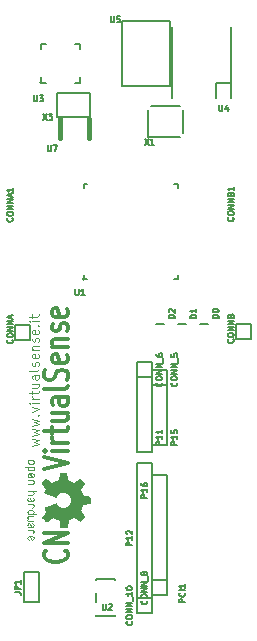
<source format=gto>
G04 (created by PCBNEW (2013-mar-13)-testing) date Fri 20 Dec 2013 02:45:34 PM CET*
%MOIN*%
G04 Gerber Fmt 3.4, Leading zero omitted, Abs format*
%FSLAX34Y34*%
G01*
G70*
G90*
G04 APERTURE LIST*
%ADD10C,0.003937*%
%ADD11C,0.005900*%
%ADD12C,0.015000*%
%ADD13C,0.006000*%
%ADD14C,0.000100*%
%ADD15C,0.005000*%
%ADD16C,0.012000*%
G04 APERTURE END LIST*
G54D10*
G54D11*
X30187Y-18300D02*
X30187Y-20466D01*
X30187Y-20466D02*
X28613Y-20466D01*
X28613Y-20466D02*
X28613Y-18300D01*
X28613Y-18300D02*
X30187Y-18300D01*
G54D12*
X26539Y-21580D02*
X26539Y-22210D01*
X27484Y-21580D02*
X27484Y-22210D01*
G54D13*
X30514Y-22161D02*
X29451Y-22161D01*
X29451Y-22161D02*
X29451Y-21255D01*
X30632Y-21255D02*
X30632Y-22042D01*
X29569Y-21137D02*
X30514Y-21137D01*
X26422Y-21090D02*
X26422Y-20696D01*
X26422Y-20696D02*
X27525Y-20696D01*
X27525Y-20696D02*
X27525Y-21483D01*
X27525Y-21483D02*
X26422Y-21483D01*
X26422Y-21483D02*
X26422Y-21090D01*
X27354Y-26895D02*
G75*
G03X27354Y-26895I-39J0D01*
G74*
G01*
X27315Y-23864D02*
X27315Y-23746D01*
X27315Y-23746D02*
X27433Y-23746D01*
X27315Y-26777D02*
X27315Y-26895D01*
X27315Y-26895D02*
X27433Y-26895D01*
X30346Y-26895D02*
X30465Y-26895D01*
X30465Y-26895D02*
X30465Y-26777D01*
X30465Y-23864D02*
X30465Y-23746D01*
X30465Y-23746D02*
X30346Y-23746D01*
X27725Y-38110D02*
X27725Y-38149D01*
X27725Y-38149D02*
X28354Y-38149D01*
X28354Y-38149D02*
X28354Y-38110D01*
X27725Y-37382D02*
X27725Y-37657D01*
X27725Y-36929D02*
X27725Y-36890D01*
X27725Y-36890D02*
X28354Y-36890D01*
X28354Y-36890D02*
X28354Y-36929D01*
X32234Y-20368D02*
X31742Y-20368D01*
X31742Y-20368D02*
X31742Y-20861D01*
X30265Y-20861D02*
X30265Y-18498D01*
X32234Y-20861D02*
X32234Y-18498D01*
X25939Y-20354D02*
G75*
G03X25939Y-20354I-39J0D01*
G74*
G01*
X25900Y-19232D02*
X25900Y-19055D01*
X25900Y-19055D02*
X26077Y-19055D01*
X26077Y-20354D02*
X25900Y-20354D01*
X25900Y-20354D02*
X25900Y-20177D01*
X27199Y-20177D02*
X27199Y-20354D01*
X27199Y-20354D02*
X27022Y-20354D01*
X27199Y-19232D02*
X27199Y-19055D01*
X27199Y-19055D02*
X27022Y-19055D01*
G54D14*
G36*
X27555Y-34185D02*
X27555Y-34195D01*
X27545Y-34195D01*
X27545Y-34185D01*
X27555Y-34185D01*
X27555Y-34185D01*
G37*
G36*
X27555Y-34195D02*
X27555Y-34205D01*
X27545Y-34205D01*
X27545Y-34195D01*
X27555Y-34195D01*
X27555Y-34195D01*
G37*
G36*
X27555Y-34205D02*
X27555Y-34215D01*
X27545Y-34215D01*
X27545Y-34205D01*
X27555Y-34205D01*
X27555Y-34205D01*
G37*
G36*
X27555Y-34215D02*
X27555Y-34225D01*
X27545Y-34225D01*
X27545Y-34215D01*
X27555Y-34215D01*
X27555Y-34215D01*
G37*
G36*
X27555Y-34225D02*
X27555Y-34235D01*
X27545Y-34235D01*
X27545Y-34225D01*
X27555Y-34225D01*
X27555Y-34225D01*
G37*
G36*
X27555Y-34235D02*
X27555Y-34245D01*
X27545Y-34245D01*
X27545Y-34235D01*
X27555Y-34235D01*
X27555Y-34235D01*
G37*
G36*
X27555Y-34245D02*
X27555Y-34255D01*
X27545Y-34255D01*
X27545Y-34245D01*
X27555Y-34245D01*
X27555Y-34245D01*
G37*
G36*
X27555Y-34255D02*
X27555Y-34265D01*
X27545Y-34265D01*
X27545Y-34255D01*
X27555Y-34255D01*
X27555Y-34255D01*
G37*
G36*
X27555Y-34265D02*
X27555Y-34275D01*
X27545Y-34275D01*
X27545Y-34265D01*
X27555Y-34265D01*
X27555Y-34265D01*
G37*
G36*
X27555Y-34275D02*
X27555Y-34285D01*
X27545Y-34285D01*
X27545Y-34275D01*
X27555Y-34275D01*
X27555Y-34275D01*
G37*
G36*
X27555Y-34285D02*
X27555Y-34295D01*
X27545Y-34295D01*
X27545Y-34285D01*
X27555Y-34285D01*
X27555Y-34285D01*
G37*
G36*
X27555Y-34295D02*
X27555Y-34305D01*
X27545Y-34305D01*
X27545Y-34295D01*
X27555Y-34295D01*
X27555Y-34295D01*
G37*
G36*
X27555Y-34305D02*
X27555Y-34315D01*
X27545Y-34315D01*
X27545Y-34305D01*
X27555Y-34305D01*
X27555Y-34305D01*
G37*
G36*
X27555Y-34315D02*
X27555Y-34325D01*
X27545Y-34325D01*
X27545Y-34315D01*
X27555Y-34315D01*
X27555Y-34315D01*
G37*
G36*
X27555Y-34325D02*
X27555Y-34335D01*
X27545Y-34335D01*
X27545Y-34325D01*
X27555Y-34325D01*
X27555Y-34325D01*
G37*
G36*
X27555Y-34335D02*
X27555Y-34345D01*
X27545Y-34345D01*
X27545Y-34335D01*
X27555Y-34335D01*
X27555Y-34335D01*
G37*
G36*
X27555Y-34345D02*
X27555Y-34355D01*
X27545Y-34355D01*
X27545Y-34345D01*
X27555Y-34345D01*
X27555Y-34345D01*
G37*
G36*
X27555Y-34355D02*
X27555Y-34365D01*
X27545Y-34365D01*
X27545Y-34355D01*
X27555Y-34355D01*
X27555Y-34355D01*
G37*
G36*
X27555Y-34365D02*
X27555Y-34375D01*
X27545Y-34375D01*
X27545Y-34365D01*
X27555Y-34365D01*
X27555Y-34365D01*
G37*
G36*
X27555Y-34375D02*
X27555Y-34385D01*
X27545Y-34385D01*
X27545Y-34375D01*
X27555Y-34375D01*
X27555Y-34375D01*
G37*
G36*
X27545Y-34165D02*
X27545Y-34175D01*
X27535Y-34175D01*
X27535Y-34165D01*
X27545Y-34165D01*
X27545Y-34165D01*
G37*
G36*
X27545Y-34175D02*
X27545Y-34185D01*
X27535Y-34185D01*
X27535Y-34175D01*
X27545Y-34175D01*
X27545Y-34175D01*
G37*
G36*
X27545Y-34185D02*
X27545Y-34195D01*
X27535Y-34195D01*
X27535Y-34185D01*
X27545Y-34185D01*
X27545Y-34185D01*
G37*
G36*
X27545Y-34195D02*
X27545Y-34205D01*
X27535Y-34205D01*
X27535Y-34195D01*
X27545Y-34195D01*
X27545Y-34195D01*
G37*
G36*
X27545Y-34205D02*
X27545Y-34215D01*
X27535Y-34215D01*
X27535Y-34205D01*
X27545Y-34205D01*
X27545Y-34205D01*
G37*
G36*
X27545Y-34215D02*
X27545Y-34225D01*
X27535Y-34225D01*
X27535Y-34215D01*
X27545Y-34215D01*
X27545Y-34215D01*
G37*
G36*
X27545Y-34225D02*
X27545Y-34235D01*
X27535Y-34235D01*
X27535Y-34225D01*
X27545Y-34225D01*
X27545Y-34225D01*
G37*
G36*
X27545Y-34235D02*
X27545Y-34245D01*
X27535Y-34245D01*
X27535Y-34235D01*
X27545Y-34235D01*
X27545Y-34235D01*
G37*
G36*
X27545Y-34245D02*
X27545Y-34255D01*
X27535Y-34255D01*
X27535Y-34245D01*
X27545Y-34245D01*
X27545Y-34245D01*
G37*
G36*
X27545Y-34255D02*
X27545Y-34265D01*
X27535Y-34265D01*
X27535Y-34255D01*
X27545Y-34255D01*
X27545Y-34255D01*
G37*
G36*
X27545Y-34265D02*
X27545Y-34275D01*
X27535Y-34275D01*
X27535Y-34265D01*
X27545Y-34265D01*
X27545Y-34265D01*
G37*
G36*
X27545Y-34275D02*
X27545Y-34285D01*
X27535Y-34285D01*
X27535Y-34275D01*
X27545Y-34275D01*
X27545Y-34275D01*
G37*
G36*
X27545Y-34285D02*
X27545Y-34295D01*
X27535Y-34295D01*
X27535Y-34285D01*
X27545Y-34285D01*
X27545Y-34285D01*
G37*
G36*
X27545Y-34295D02*
X27545Y-34305D01*
X27535Y-34305D01*
X27535Y-34295D01*
X27545Y-34295D01*
X27545Y-34295D01*
G37*
G36*
X27545Y-34305D02*
X27545Y-34315D01*
X27535Y-34315D01*
X27535Y-34305D01*
X27545Y-34305D01*
X27545Y-34305D01*
G37*
G36*
X27545Y-34315D02*
X27545Y-34325D01*
X27535Y-34325D01*
X27535Y-34315D01*
X27545Y-34315D01*
X27545Y-34315D01*
G37*
G36*
X27545Y-34325D02*
X27545Y-34335D01*
X27535Y-34335D01*
X27535Y-34325D01*
X27545Y-34325D01*
X27545Y-34325D01*
G37*
G36*
X27545Y-34335D02*
X27545Y-34345D01*
X27535Y-34345D01*
X27535Y-34335D01*
X27545Y-34335D01*
X27545Y-34335D01*
G37*
G36*
X27545Y-34345D02*
X27545Y-34355D01*
X27535Y-34355D01*
X27535Y-34345D01*
X27545Y-34345D01*
X27545Y-34345D01*
G37*
G36*
X27545Y-34355D02*
X27545Y-34365D01*
X27535Y-34365D01*
X27535Y-34355D01*
X27545Y-34355D01*
X27545Y-34355D01*
G37*
G36*
X27545Y-34365D02*
X27545Y-34375D01*
X27535Y-34375D01*
X27535Y-34365D01*
X27545Y-34365D01*
X27545Y-34365D01*
G37*
G36*
X27545Y-34375D02*
X27545Y-34385D01*
X27535Y-34385D01*
X27535Y-34375D01*
X27545Y-34375D01*
X27545Y-34375D01*
G37*
G36*
X27545Y-34385D02*
X27545Y-34395D01*
X27535Y-34395D01*
X27535Y-34385D01*
X27545Y-34385D01*
X27545Y-34385D01*
G37*
G36*
X27545Y-34395D02*
X27545Y-34405D01*
X27535Y-34405D01*
X27535Y-34395D01*
X27545Y-34395D01*
X27545Y-34395D01*
G37*
G36*
X27535Y-34155D02*
X27535Y-34165D01*
X27525Y-34165D01*
X27525Y-34155D01*
X27535Y-34155D01*
X27535Y-34155D01*
G37*
G36*
X27535Y-34165D02*
X27535Y-34175D01*
X27525Y-34175D01*
X27525Y-34165D01*
X27535Y-34165D01*
X27535Y-34165D01*
G37*
G36*
X27535Y-34175D02*
X27535Y-34185D01*
X27525Y-34185D01*
X27525Y-34175D01*
X27535Y-34175D01*
X27535Y-34175D01*
G37*
G36*
X27535Y-34185D02*
X27535Y-34195D01*
X27525Y-34195D01*
X27525Y-34185D01*
X27535Y-34185D01*
X27535Y-34185D01*
G37*
G36*
X27535Y-34195D02*
X27535Y-34205D01*
X27525Y-34205D01*
X27525Y-34195D01*
X27535Y-34195D01*
X27535Y-34195D01*
G37*
G36*
X27535Y-34205D02*
X27535Y-34215D01*
X27525Y-34215D01*
X27525Y-34205D01*
X27535Y-34205D01*
X27535Y-34205D01*
G37*
G36*
X27535Y-34215D02*
X27535Y-34225D01*
X27525Y-34225D01*
X27525Y-34215D01*
X27535Y-34215D01*
X27535Y-34215D01*
G37*
G36*
X27535Y-34225D02*
X27535Y-34235D01*
X27525Y-34235D01*
X27525Y-34225D01*
X27535Y-34225D01*
X27535Y-34225D01*
G37*
G36*
X27535Y-34235D02*
X27535Y-34245D01*
X27525Y-34245D01*
X27525Y-34235D01*
X27535Y-34235D01*
X27535Y-34235D01*
G37*
G36*
X27535Y-34245D02*
X27535Y-34255D01*
X27525Y-34255D01*
X27525Y-34245D01*
X27535Y-34245D01*
X27535Y-34245D01*
G37*
G36*
X27535Y-34255D02*
X27535Y-34265D01*
X27525Y-34265D01*
X27525Y-34255D01*
X27535Y-34255D01*
X27535Y-34255D01*
G37*
G36*
X27535Y-34265D02*
X27535Y-34275D01*
X27525Y-34275D01*
X27525Y-34265D01*
X27535Y-34265D01*
X27535Y-34265D01*
G37*
G36*
X27535Y-34275D02*
X27535Y-34285D01*
X27525Y-34285D01*
X27525Y-34275D01*
X27535Y-34275D01*
X27535Y-34275D01*
G37*
G36*
X27535Y-34285D02*
X27535Y-34295D01*
X27525Y-34295D01*
X27525Y-34285D01*
X27535Y-34285D01*
X27535Y-34285D01*
G37*
G36*
X27535Y-34295D02*
X27535Y-34305D01*
X27525Y-34305D01*
X27525Y-34295D01*
X27535Y-34295D01*
X27535Y-34295D01*
G37*
G36*
X27535Y-34305D02*
X27535Y-34315D01*
X27525Y-34315D01*
X27525Y-34305D01*
X27535Y-34305D01*
X27535Y-34305D01*
G37*
G36*
X27535Y-34315D02*
X27535Y-34325D01*
X27525Y-34325D01*
X27525Y-34315D01*
X27535Y-34315D01*
X27535Y-34315D01*
G37*
G36*
X27535Y-34325D02*
X27535Y-34335D01*
X27525Y-34335D01*
X27525Y-34325D01*
X27535Y-34325D01*
X27535Y-34325D01*
G37*
G36*
X27535Y-34335D02*
X27535Y-34345D01*
X27525Y-34345D01*
X27525Y-34335D01*
X27535Y-34335D01*
X27535Y-34335D01*
G37*
G36*
X27535Y-34345D02*
X27535Y-34355D01*
X27525Y-34355D01*
X27525Y-34345D01*
X27535Y-34345D01*
X27535Y-34345D01*
G37*
G36*
X27535Y-34355D02*
X27535Y-34365D01*
X27525Y-34365D01*
X27525Y-34355D01*
X27535Y-34355D01*
X27535Y-34355D01*
G37*
G36*
X27535Y-34365D02*
X27535Y-34375D01*
X27525Y-34375D01*
X27525Y-34365D01*
X27535Y-34365D01*
X27535Y-34365D01*
G37*
G36*
X27535Y-34375D02*
X27535Y-34385D01*
X27525Y-34385D01*
X27525Y-34375D01*
X27535Y-34375D01*
X27535Y-34375D01*
G37*
G36*
X27535Y-34385D02*
X27535Y-34395D01*
X27525Y-34395D01*
X27525Y-34385D01*
X27535Y-34385D01*
X27535Y-34385D01*
G37*
G36*
X27535Y-34395D02*
X27535Y-34405D01*
X27525Y-34405D01*
X27525Y-34395D01*
X27535Y-34395D01*
X27535Y-34395D01*
G37*
G36*
X27525Y-34155D02*
X27525Y-34165D01*
X27515Y-34165D01*
X27515Y-34155D01*
X27525Y-34155D01*
X27525Y-34155D01*
G37*
G36*
X27525Y-34165D02*
X27525Y-34175D01*
X27515Y-34175D01*
X27515Y-34165D01*
X27525Y-34165D01*
X27525Y-34165D01*
G37*
G36*
X27525Y-34175D02*
X27525Y-34185D01*
X27515Y-34185D01*
X27515Y-34175D01*
X27525Y-34175D01*
X27525Y-34175D01*
G37*
G36*
X27525Y-34185D02*
X27525Y-34195D01*
X27515Y-34195D01*
X27515Y-34185D01*
X27525Y-34185D01*
X27525Y-34185D01*
G37*
G36*
X27525Y-34195D02*
X27525Y-34205D01*
X27515Y-34205D01*
X27515Y-34195D01*
X27525Y-34195D01*
X27525Y-34195D01*
G37*
G36*
X27525Y-34205D02*
X27525Y-34215D01*
X27515Y-34215D01*
X27515Y-34205D01*
X27525Y-34205D01*
X27525Y-34205D01*
G37*
G36*
X27525Y-34215D02*
X27525Y-34225D01*
X27515Y-34225D01*
X27515Y-34215D01*
X27525Y-34215D01*
X27525Y-34215D01*
G37*
G36*
X27525Y-34225D02*
X27525Y-34235D01*
X27515Y-34235D01*
X27515Y-34225D01*
X27525Y-34225D01*
X27525Y-34225D01*
G37*
G36*
X27525Y-34235D02*
X27525Y-34245D01*
X27515Y-34245D01*
X27515Y-34235D01*
X27525Y-34235D01*
X27525Y-34235D01*
G37*
G36*
X27525Y-34245D02*
X27525Y-34255D01*
X27515Y-34255D01*
X27515Y-34245D01*
X27525Y-34245D01*
X27525Y-34245D01*
G37*
G36*
X27525Y-34255D02*
X27525Y-34265D01*
X27515Y-34265D01*
X27515Y-34255D01*
X27525Y-34255D01*
X27525Y-34255D01*
G37*
G36*
X27525Y-34265D02*
X27525Y-34275D01*
X27515Y-34275D01*
X27515Y-34265D01*
X27525Y-34265D01*
X27525Y-34265D01*
G37*
G36*
X27525Y-34275D02*
X27525Y-34285D01*
X27515Y-34285D01*
X27515Y-34275D01*
X27525Y-34275D01*
X27525Y-34275D01*
G37*
G36*
X27525Y-34285D02*
X27525Y-34295D01*
X27515Y-34295D01*
X27515Y-34285D01*
X27525Y-34285D01*
X27525Y-34285D01*
G37*
G36*
X27525Y-34295D02*
X27525Y-34305D01*
X27515Y-34305D01*
X27515Y-34295D01*
X27525Y-34295D01*
X27525Y-34295D01*
G37*
G36*
X27525Y-34305D02*
X27525Y-34315D01*
X27515Y-34315D01*
X27515Y-34305D01*
X27525Y-34305D01*
X27525Y-34305D01*
G37*
G36*
X27525Y-34315D02*
X27525Y-34325D01*
X27515Y-34325D01*
X27515Y-34315D01*
X27525Y-34315D01*
X27525Y-34315D01*
G37*
G36*
X27525Y-34325D02*
X27525Y-34335D01*
X27515Y-34335D01*
X27515Y-34325D01*
X27525Y-34325D01*
X27525Y-34325D01*
G37*
G36*
X27525Y-34335D02*
X27525Y-34345D01*
X27515Y-34345D01*
X27515Y-34335D01*
X27525Y-34335D01*
X27525Y-34335D01*
G37*
G36*
X27525Y-34345D02*
X27525Y-34355D01*
X27515Y-34355D01*
X27515Y-34345D01*
X27525Y-34345D01*
X27525Y-34345D01*
G37*
G36*
X27525Y-34355D02*
X27525Y-34365D01*
X27515Y-34365D01*
X27515Y-34355D01*
X27525Y-34355D01*
X27525Y-34355D01*
G37*
G36*
X27525Y-34365D02*
X27525Y-34375D01*
X27515Y-34375D01*
X27515Y-34365D01*
X27525Y-34365D01*
X27525Y-34365D01*
G37*
G36*
X27525Y-34375D02*
X27525Y-34385D01*
X27515Y-34385D01*
X27515Y-34375D01*
X27525Y-34375D01*
X27525Y-34375D01*
G37*
G36*
X27525Y-34385D02*
X27525Y-34395D01*
X27515Y-34395D01*
X27515Y-34385D01*
X27525Y-34385D01*
X27525Y-34385D01*
G37*
G36*
X27525Y-34395D02*
X27525Y-34405D01*
X27515Y-34405D01*
X27515Y-34395D01*
X27525Y-34395D01*
X27525Y-34395D01*
G37*
G36*
X27515Y-34155D02*
X27515Y-34165D01*
X27505Y-34165D01*
X27505Y-34155D01*
X27515Y-34155D01*
X27515Y-34155D01*
G37*
G36*
X27515Y-34165D02*
X27515Y-34175D01*
X27505Y-34175D01*
X27505Y-34165D01*
X27515Y-34165D01*
X27515Y-34165D01*
G37*
G36*
X27515Y-34175D02*
X27515Y-34185D01*
X27505Y-34185D01*
X27505Y-34175D01*
X27515Y-34175D01*
X27515Y-34175D01*
G37*
G36*
X27515Y-34185D02*
X27515Y-34195D01*
X27505Y-34195D01*
X27505Y-34185D01*
X27515Y-34185D01*
X27515Y-34185D01*
G37*
G36*
X27515Y-34195D02*
X27515Y-34205D01*
X27505Y-34205D01*
X27505Y-34195D01*
X27515Y-34195D01*
X27515Y-34195D01*
G37*
G36*
X27515Y-34205D02*
X27515Y-34215D01*
X27505Y-34215D01*
X27505Y-34205D01*
X27515Y-34205D01*
X27515Y-34205D01*
G37*
G36*
X27515Y-34215D02*
X27515Y-34225D01*
X27505Y-34225D01*
X27505Y-34215D01*
X27515Y-34215D01*
X27515Y-34215D01*
G37*
G36*
X27515Y-34225D02*
X27515Y-34235D01*
X27505Y-34235D01*
X27505Y-34225D01*
X27515Y-34225D01*
X27515Y-34225D01*
G37*
G36*
X27515Y-34235D02*
X27515Y-34245D01*
X27505Y-34245D01*
X27505Y-34235D01*
X27515Y-34235D01*
X27515Y-34235D01*
G37*
G36*
X27515Y-34245D02*
X27515Y-34255D01*
X27505Y-34255D01*
X27505Y-34245D01*
X27515Y-34245D01*
X27515Y-34245D01*
G37*
G36*
X27515Y-34255D02*
X27515Y-34265D01*
X27505Y-34265D01*
X27505Y-34255D01*
X27515Y-34255D01*
X27515Y-34255D01*
G37*
G36*
X27515Y-34265D02*
X27515Y-34275D01*
X27505Y-34275D01*
X27505Y-34265D01*
X27515Y-34265D01*
X27515Y-34265D01*
G37*
G36*
X27515Y-34275D02*
X27515Y-34285D01*
X27505Y-34285D01*
X27505Y-34275D01*
X27515Y-34275D01*
X27515Y-34275D01*
G37*
G36*
X27515Y-34285D02*
X27515Y-34295D01*
X27505Y-34295D01*
X27505Y-34285D01*
X27515Y-34285D01*
X27515Y-34285D01*
G37*
G36*
X27515Y-34295D02*
X27515Y-34305D01*
X27505Y-34305D01*
X27505Y-34295D01*
X27515Y-34295D01*
X27515Y-34295D01*
G37*
G36*
X27515Y-34305D02*
X27515Y-34315D01*
X27505Y-34315D01*
X27505Y-34305D01*
X27515Y-34305D01*
X27515Y-34305D01*
G37*
G36*
X27515Y-34315D02*
X27515Y-34325D01*
X27505Y-34325D01*
X27505Y-34315D01*
X27515Y-34315D01*
X27515Y-34315D01*
G37*
G36*
X27515Y-34325D02*
X27515Y-34335D01*
X27505Y-34335D01*
X27505Y-34325D01*
X27515Y-34325D01*
X27515Y-34325D01*
G37*
G36*
X27515Y-34335D02*
X27515Y-34345D01*
X27505Y-34345D01*
X27505Y-34335D01*
X27515Y-34335D01*
X27515Y-34335D01*
G37*
G36*
X27515Y-34345D02*
X27515Y-34355D01*
X27505Y-34355D01*
X27505Y-34345D01*
X27515Y-34345D01*
X27515Y-34345D01*
G37*
G36*
X27515Y-34355D02*
X27515Y-34365D01*
X27505Y-34365D01*
X27505Y-34355D01*
X27515Y-34355D01*
X27515Y-34355D01*
G37*
G36*
X27515Y-34365D02*
X27515Y-34375D01*
X27505Y-34375D01*
X27505Y-34365D01*
X27515Y-34365D01*
X27515Y-34365D01*
G37*
G36*
X27515Y-34375D02*
X27515Y-34385D01*
X27505Y-34385D01*
X27505Y-34375D01*
X27515Y-34375D01*
X27515Y-34375D01*
G37*
G36*
X27515Y-34385D02*
X27515Y-34395D01*
X27505Y-34395D01*
X27505Y-34385D01*
X27515Y-34385D01*
X27515Y-34385D01*
G37*
G36*
X27515Y-34395D02*
X27515Y-34405D01*
X27505Y-34405D01*
X27505Y-34395D01*
X27515Y-34395D01*
X27515Y-34395D01*
G37*
G36*
X27505Y-34155D02*
X27505Y-34165D01*
X27495Y-34165D01*
X27495Y-34155D01*
X27505Y-34155D01*
X27505Y-34155D01*
G37*
G36*
X27505Y-34165D02*
X27505Y-34175D01*
X27495Y-34175D01*
X27495Y-34165D01*
X27505Y-34165D01*
X27505Y-34165D01*
G37*
G36*
X27505Y-34175D02*
X27505Y-34185D01*
X27495Y-34185D01*
X27495Y-34175D01*
X27505Y-34175D01*
X27505Y-34175D01*
G37*
G36*
X27505Y-34185D02*
X27505Y-34195D01*
X27495Y-34195D01*
X27495Y-34185D01*
X27505Y-34185D01*
X27505Y-34185D01*
G37*
G36*
X27505Y-34195D02*
X27505Y-34205D01*
X27495Y-34205D01*
X27495Y-34195D01*
X27505Y-34195D01*
X27505Y-34195D01*
G37*
G36*
X27505Y-34205D02*
X27505Y-34215D01*
X27495Y-34215D01*
X27495Y-34205D01*
X27505Y-34205D01*
X27505Y-34205D01*
G37*
G36*
X27505Y-34215D02*
X27505Y-34225D01*
X27495Y-34225D01*
X27495Y-34215D01*
X27505Y-34215D01*
X27505Y-34215D01*
G37*
G36*
X27505Y-34225D02*
X27505Y-34235D01*
X27495Y-34235D01*
X27495Y-34225D01*
X27505Y-34225D01*
X27505Y-34225D01*
G37*
G36*
X27505Y-34235D02*
X27505Y-34245D01*
X27495Y-34245D01*
X27495Y-34235D01*
X27505Y-34235D01*
X27505Y-34235D01*
G37*
G36*
X27505Y-34245D02*
X27505Y-34255D01*
X27495Y-34255D01*
X27495Y-34245D01*
X27505Y-34245D01*
X27505Y-34245D01*
G37*
G36*
X27505Y-34255D02*
X27505Y-34265D01*
X27495Y-34265D01*
X27495Y-34255D01*
X27505Y-34255D01*
X27505Y-34255D01*
G37*
G36*
X27505Y-34265D02*
X27505Y-34275D01*
X27495Y-34275D01*
X27495Y-34265D01*
X27505Y-34265D01*
X27505Y-34265D01*
G37*
G36*
X27505Y-34275D02*
X27505Y-34285D01*
X27495Y-34285D01*
X27495Y-34275D01*
X27505Y-34275D01*
X27505Y-34275D01*
G37*
G36*
X27505Y-34285D02*
X27505Y-34295D01*
X27495Y-34295D01*
X27495Y-34285D01*
X27505Y-34285D01*
X27505Y-34285D01*
G37*
G36*
X27505Y-34295D02*
X27505Y-34305D01*
X27495Y-34305D01*
X27495Y-34295D01*
X27505Y-34295D01*
X27505Y-34295D01*
G37*
G36*
X27505Y-34305D02*
X27505Y-34315D01*
X27495Y-34315D01*
X27495Y-34305D01*
X27505Y-34305D01*
X27505Y-34305D01*
G37*
G36*
X27505Y-34315D02*
X27505Y-34325D01*
X27495Y-34325D01*
X27495Y-34315D01*
X27505Y-34315D01*
X27505Y-34315D01*
G37*
G36*
X27505Y-34325D02*
X27505Y-34335D01*
X27495Y-34335D01*
X27495Y-34325D01*
X27505Y-34325D01*
X27505Y-34325D01*
G37*
G36*
X27505Y-34335D02*
X27505Y-34345D01*
X27495Y-34345D01*
X27495Y-34335D01*
X27505Y-34335D01*
X27505Y-34335D01*
G37*
G36*
X27505Y-34345D02*
X27505Y-34355D01*
X27495Y-34355D01*
X27495Y-34345D01*
X27505Y-34345D01*
X27505Y-34345D01*
G37*
G36*
X27505Y-34355D02*
X27505Y-34365D01*
X27495Y-34365D01*
X27495Y-34355D01*
X27505Y-34355D01*
X27505Y-34355D01*
G37*
G36*
X27505Y-34365D02*
X27505Y-34375D01*
X27495Y-34375D01*
X27495Y-34365D01*
X27505Y-34365D01*
X27505Y-34365D01*
G37*
G36*
X27505Y-34375D02*
X27505Y-34385D01*
X27495Y-34385D01*
X27495Y-34375D01*
X27505Y-34375D01*
X27505Y-34375D01*
G37*
G36*
X27505Y-34385D02*
X27505Y-34395D01*
X27495Y-34395D01*
X27495Y-34385D01*
X27505Y-34385D01*
X27505Y-34385D01*
G37*
G36*
X27505Y-34395D02*
X27505Y-34405D01*
X27495Y-34405D01*
X27495Y-34395D01*
X27505Y-34395D01*
X27505Y-34395D01*
G37*
G36*
X27495Y-34145D02*
X27495Y-34155D01*
X27485Y-34155D01*
X27485Y-34145D01*
X27495Y-34145D01*
X27495Y-34145D01*
G37*
G36*
X27495Y-34155D02*
X27495Y-34165D01*
X27485Y-34165D01*
X27485Y-34155D01*
X27495Y-34155D01*
X27495Y-34155D01*
G37*
G36*
X27495Y-34165D02*
X27495Y-34175D01*
X27485Y-34175D01*
X27485Y-34165D01*
X27495Y-34165D01*
X27495Y-34165D01*
G37*
G36*
X27495Y-34175D02*
X27495Y-34185D01*
X27485Y-34185D01*
X27485Y-34175D01*
X27495Y-34175D01*
X27495Y-34175D01*
G37*
G36*
X27495Y-34185D02*
X27495Y-34195D01*
X27485Y-34195D01*
X27485Y-34185D01*
X27495Y-34185D01*
X27495Y-34185D01*
G37*
G36*
X27495Y-34195D02*
X27495Y-34205D01*
X27485Y-34205D01*
X27485Y-34195D01*
X27495Y-34195D01*
X27495Y-34195D01*
G37*
G36*
X27495Y-34205D02*
X27495Y-34215D01*
X27485Y-34215D01*
X27485Y-34205D01*
X27495Y-34205D01*
X27495Y-34205D01*
G37*
G36*
X27495Y-34215D02*
X27495Y-34225D01*
X27485Y-34225D01*
X27485Y-34215D01*
X27495Y-34215D01*
X27495Y-34215D01*
G37*
G36*
X27495Y-34225D02*
X27495Y-34235D01*
X27485Y-34235D01*
X27485Y-34225D01*
X27495Y-34225D01*
X27495Y-34225D01*
G37*
G36*
X27495Y-34235D02*
X27495Y-34245D01*
X27485Y-34245D01*
X27485Y-34235D01*
X27495Y-34235D01*
X27495Y-34235D01*
G37*
G36*
X27495Y-34245D02*
X27495Y-34255D01*
X27485Y-34255D01*
X27485Y-34245D01*
X27495Y-34245D01*
X27495Y-34245D01*
G37*
G36*
X27495Y-34255D02*
X27495Y-34265D01*
X27485Y-34265D01*
X27485Y-34255D01*
X27495Y-34255D01*
X27495Y-34255D01*
G37*
G36*
X27495Y-34265D02*
X27495Y-34275D01*
X27485Y-34275D01*
X27485Y-34265D01*
X27495Y-34265D01*
X27495Y-34265D01*
G37*
G36*
X27495Y-34275D02*
X27495Y-34285D01*
X27485Y-34285D01*
X27485Y-34275D01*
X27495Y-34275D01*
X27495Y-34275D01*
G37*
G36*
X27495Y-34285D02*
X27495Y-34295D01*
X27485Y-34295D01*
X27485Y-34285D01*
X27495Y-34285D01*
X27495Y-34285D01*
G37*
G36*
X27495Y-34295D02*
X27495Y-34305D01*
X27485Y-34305D01*
X27485Y-34295D01*
X27495Y-34295D01*
X27495Y-34295D01*
G37*
G36*
X27495Y-34305D02*
X27495Y-34315D01*
X27485Y-34315D01*
X27485Y-34305D01*
X27495Y-34305D01*
X27495Y-34305D01*
G37*
G36*
X27495Y-34315D02*
X27495Y-34325D01*
X27485Y-34325D01*
X27485Y-34315D01*
X27495Y-34315D01*
X27495Y-34315D01*
G37*
G36*
X27495Y-34325D02*
X27495Y-34335D01*
X27485Y-34335D01*
X27485Y-34325D01*
X27495Y-34325D01*
X27495Y-34325D01*
G37*
G36*
X27495Y-34335D02*
X27495Y-34345D01*
X27485Y-34345D01*
X27485Y-34335D01*
X27495Y-34335D01*
X27495Y-34335D01*
G37*
G36*
X27495Y-34345D02*
X27495Y-34355D01*
X27485Y-34355D01*
X27485Y-34345D01*
X27495Y-34345D01*
X27495Y-34345D01*
G37*
G36*
X27495Y-34355D02*
X27495Y-34365D01*
X27485Y-34365D01*
X27485Y-34355D01*
X27495Y-34355D01*
X27495Y-34355D01*
G37*
G36*
X27495Y-34365D02*
X27495Y-34375D01*
X27485Y-34375D01*
X27485Y-34365D01*
X27495Y-34365D01*
X27495Y-34365D01*
G37*
G36*
X27495Y-34375D02*
X27495Y-34385D01*
X27485Y-34385D01*
X27485Y-34375D01*
X27495Y-34375D01*
X27495Y-34375D01*
G37*
G36*
X27495Y-34385D02*
X27495Y-34395D01*
X27485Y-34395D01*
X27485Y-34385D01*
X27495Y-34385D01*
X27495Y-34385D01*
G37*
G36*
X27495Y-34395D02*
X27495Y-34405D01*
X27485Y-34405D01*
X27485Y-34395D01*
X27495Y-34395D01*
X27495Y-34395D01*
G37*
G36*
X27495Y-34405D02*
X27495Y-34415D01*
X27485Y-34415D01*
X27485Y-34405D01*
X27495Y-34405D01*
X27495Y-34405D01*
G37*
G36*
X27485Y-34145D02*
X27485Y-34155D01*
X27475Y-34155D01*
X27475Y-34145D01*
X27485Y-34145D01*
X27485Y-34145D01*
G37*
G36*
X27485Y-34155D02*
X27485Y-34165D01*
X27475Y-34165D01*
X27475Y-34155D01*
X27485Y-34155D01*
X27485Y-34155D01*
G37*
G36*
X27485Y-34165D02*
X27485Y-34175D01*
X27475Y-34175D01*
X27475Y-34165D01*
X27485Y-34165D01*
X27485Y-34165D01*
G37*
G36*
X27485Y-34175D02*
X27485Y-34185D01*
X27475Y-34185D01*
X27475Y-34175D01*
X27485Y-34175D01*
X27485Y-34175D01*
G37*
G36*
X27485Y-34185D02*
X27485Y-34195D01*
X27475Y-34195D01*
X27475Y-34185D01*
X27485Y-34185D01*
X27485Y-34185D01*
G37*
G36*
X27485Y-34195D02*
X27485Y-34205D01*
X27475Y-34205D01*
X27475Y-34195D01*
X27485Y-34195D01*
X27485Y-34195D01*
G37*
G36*
X27485Y-34205D02*
X27485Y-34215D01*
X27475Y-34215D01*
X27475Y-34205D01*
X27485Y-34205D01*
X27485Y-34205D01*
G37*
G36*
X27485Y-34215D02*
X27485Y-34225D01*
X27475Y-34225D01*
X27475Y-34215D01*
X27485Y-34215D01*
X27485Y-34215D01*
G37*
G36*
X27485Y-34225D02*
X27485Y-34235D01*
X27475Y-34235D01*
X27475Y-34225D01*
X27485Y-34225D01*
X27485Y-34225D01*
G37*
G36*
X27485Y-34235D02*
X27485Y-34245D01*
X27475Y-34245D01*
X27475Y-34235D01*
X27485Y-34235D01*
X27485Y-34235D01*
G37*
G36*
X27485Y-34245D02*
X27485Y-34255D01*
X27475Y-34255D01*
X27475Y-34245D01*
X27485Y-34245D01*
X27485Y-34245D01*
G37*
G36*
X27485Y-34255D02*
X27485Y-34265D01*
X27475Y-34265D01*
X27475Y-34255D01*
X27485Y-34255D01*
X27485Y-34255D01*
G37*
G36*
X27485Y-34265D02*
X27485Y-34275D01*
X27475Y-34275D01*
X27475Y-34265D01*
X27485Y-34265D01*
X27485Y-34265D01*
G37*
G36*
X27485Y-34275D02*
X27485Y-34285D01*
X27475Y-34285D01*
X27475Y-34275D01*
X27485Y-34275D01*
X27485Y-34275D01*
G37*
G36*
X27485Y-34285D02*
X27485Y-34295D01*
X27475Y-34295D01*
X27475Y-34285D01*
X27485Y-34285D01*
X27485Y-34285D01*
G37*
G36*
X27485Y-34295D02*
X27485Y-34305D01*
X27475Y-34305D01*
X27475Y-34295D01*
X27485Y-34295D01*
X27485Y-34295D01*
G37*
G36*
X27485Y-34305D02*
X27485Y-34315D01*
X27475Y-34315D01*
X27475Y-34305D01*
X27485Y-34305D01*
X27485Y-34305D01*
G37*
G36*
X27485Y-34315D02*
X27485Y-34325D01*
X27475Y-34325D01*
X27475Y-34315D01*
X27485Y-34315D01*
X27485Y-34315D01*
G37*
G36*
X27485Y-34325D02*
X27485Y-34335D01*
X27475Y-34335D01*
X27475Y-34325D01*
X27485Y-34325D01*
X27485Y-34325D01*
G37*
G36*
X27485Y-34335D02*
X27485Y-34345D01*
X27475Y-34345D01*
X27475Y-34335D01*
X27485Y-34335D01*
X27485Y-34335D01*
G37*
G36*
X27485Y-34345D02*
X27485Y-34355D01*
X27475Y-34355D01*
X27475Y-34345D01*
X27485Y-34345D01*
X27485Y-34345D01*
G37*
G36*
X27485Y-34355D02*
X27485Y-34365D01*
X27475Y-34365D01*
X27475Y-34355D01*
X27485Y-34355D01*
X27485Y-34355D01*
G37*
G36*
X27485Y-34365D02*
X27485Y-34375D01*
X27475Y-34375D01*
X27475Y-34365D01*
X27485Y-34365D01*
X27485Y-34365D01*
G37*
G36*
X27485Y-34375D02*
X27485Y-34385D01*
X27475Y-34385D01*
X27475Y-34375D01*
X27485Y-34375D01*
X27485Y-34375D01*
G37*
G36*
X27485Y-34385D02*
X27485Y-34395D01*
X27475Y-34395D01*
X27475Y-34385D01*
X27485Y-34385D01*
X27485Y-34385D01*
G37*
G36*
X27485Y-34395D02*
X27485Y-34405D01*
X27475Y-34405D01*
X27475Y-34395D01*
X27485Y-34395D01*
X27485Y-34395D01*
G37*
G36*
X27485Y-34405D02*
X27485Y-34415D01*
X27475Y-34415D01*
X27475Y-34405D01*
X27485Y-34405D01*
X27485Y-34405D01*
G37*
G36*
X27475Y-34145D02*
X27475Y-34155D01*
X27465Y-34155D01*
X27465Y-34145D01*
X27475Y-34145D01*
X27475Y-34145D01*
G37*
G36*
X27475Y-34155D02*
X27475Y-34165D01*
X27465Y-34165D01*
X27465Y-34155D01*
X27475Y-34155D01*
X27475Y-34155D01*
G37*
G36*
X27475Y-34165D02*
X27475Y-34175D01*
X27465Y-34175D01*
X27465Y-34165D01*
X27475Y-34165D01*
X27475Y-34165D01*
G37*
G36*
X27475Y-34175D02*
X27475Y-34185D01*
X27465Y-34185D01*
X27465Y-34175D01*
X27475Y-34175D01*
X27475Y-34175D01*
G37*
G36*
X27475Y-34185D02*
X27475Y-34195D01*
X27465Y-34195D01*
X27465Y-34185D01*
X27475Y-34185D01*
X27475Y-34185D01*
G37*
G36*
X27475Y-34195D02*
X27475Y-34205D01*
X27465Y-34205D01*
X27465Y-34195D01*
X27475Y-34195D01*
X27475Y-34195D01*
G37*
G36*
X27475Y-34205D02*
X27475Y-34215D01*
X27465Y-34215D01*
X27465Y-34205D01*
X27475Y-34205D01*
X27475Y-34205D01*
G37*
G36*
X27475Y-34215D02*
X27475Y-34225D01*
X27465Y-34225D01*
X27465Y-34215D01*
X27475Y-34215D01*
X27475Y-34215D01*
G37*
G36*
X27475Y-34225D02*
X27475Y-34235D01*
X27465Y-34235D01*
X27465Y-34225D01*
X27475Y-34225D01*
X27475Y-34225D01*
G37*
G36*
X27475Y-34235D02*
X27475Y-34245D01*
X27465Y-34245D01*
X27465Y-34235D01*
X27475Y-34235D01*
X27475Y-34235D01*
G37*
G36*
X27475Y-34245D02*
X27475Y-34255D01*
X27465Y-34255D01*
X27465Y-34245D01*
X27475Y-34245D01*
X27475Y-34245D01*
G37*
G36*
X27475Y-34255D02*
X27475Y-34265D01*
X27465Y-34265D01*
X27465Y-34255D01*
X27475Y-34255D01*
X27475Y-34255D01*
G37*
G36*
X27475Y-34265D02*
X27475Y-34275D01*
X27465Y-34275D01*
X27465Y-34265D01*
X27475Y-34265D01*
X27475Y-34265D01*
G37*
G36*
X27475Y-34275D02*
X27475Y-34285D01*
X27465Y-34285D01*
X27465Y-34275D01*
X27475Y-34275D01*
X27475Y-34275D01*
G37*
G36*
X27475Y-34285D02*
X27475Y-34295D01*
X27465Y-34295D01*
X27465Y-34285D01*
X27475Y-34285D01*
X27475Y-34285D01*
G37*
G36*
X27475Y-34295D02*
X27475Y-34305D01*
X27465Y-34305D01*
X27465Y-34295D01*
X27475Y-34295D01*
X27475Y-34295D01*
G37*
G36*
X27475Y-34305D02*
X27475Y-34315D01*
X27465Y-34315D01*
X27465Y-34305D01*
X27475Y-34305D01*
X27475Y-34305D01*
G37*
G36*
X27475Y-34315D02*
X27475Y-34325D01*
X27465Y-34325D01*
X27465Y-34315D01*
X27475Y-34315D01*
X27475Y-34315D01*
G37*
G36*
X27475Y-34325D02*
X27475Y-34335D01*
X27465Y-34335D01*
X27465Y-34325D01*
X27475Y-34325D01*
X27475Y-34325D01*
G37*
G36*
X27475Y-34335D02*
X27475Y-34345D01*
X27465Y-34345D01*
X27465Y-34335D01*
X27475Y-34335D01*
X27475Y-34335D01*
G37*
G36*
X27475Y-34345D02*
X27475Y-34355D01*
X27465Y-34355D01*
X27465Y-34345D01*
X27475Y-34345D01*
X27475Y-34345D01*
G37*
G36*
X27475Y-34355D02*
X27475Y-34365D01*
X27465Y-34365D01*
X27465Y-34355D01*
X27475Y-34355D01*
X27475Y-34355D01*
G37*
G36*
X27475Y-34365D02*
X27475Y-34375D01*
X27465Y-34375D01*
X27465Y-34365D01*
X27475Y-34365D01*
X27475Y-34365D01*
G37*
G36*
X27475Y-34375D02*
X27475Y-34385D01*
X27465Y-34385D01*
X27465Y-34375D01*
X27475Y-34375D01*
X27475Y-34375D01*
G37*
G36*
X27475Y-34385D02*
X27475Y-34395D01*
X27465Y-34395D01*
X27465Y-34385D01*
X27475Y-34385D01*
X27475Y-34385D01*
G37*
G36*
X27475Y-34395D02*
X27475Y-34405D01*
X27465Y-34405D01*
X27465Y-34395D01*
X27475Y-34395D01*
X27475Y-34395D01*
G37*
G36*
X27475Y-34405D02*
X27475Y-34415D01*
X27465Y-34415D01*
X27465Y-34405D01*
X27475Y-34405D01*
X27475Y-34405D01*
G37*
G36*
X27465Y-34145D02*
X27465Y-34155D01*
X27455Y-34155D01*
X27455Y-34145D01*
X27465Y-34145D01*
X27465Y-34145D01*
G37*
G36*
X27465Y-34155D02*
X27465Y-34165D01*
X27455Y-34165D01*
X27455Y-34155D01*
X27465Y-34155D01*
X27465Y-34155D01*
G37*
G36*
X27465Y-34165D02*
X27465Y-34175D01*
X27455Y-34175D01*
X27455Y-34165D01*
X27465Y-34165D01*
X27465Y-34165D01*
G37*
G36*
X27465Y-34175D02*
X27465Y-34185D01*
X27455Y-34185D01*
X27455Y-34175D01*
X27465Y-34175D01*
X27465Y-34175D01*
G37*
G36*
X27465Y-34185D02*
X27465Y-34195D01*
X27455Y-34195D01*
X27455Y-34185D01*
X27465Y-34185D01*
X27465Y-34185D01*
G37*
G36*
X27465Y-34195D02*
X27465Y-34205D01*
X27455Y-34205D01*
X27455Y-34195D01*
X27465Y-34195D01*
X27465Y-34195D01*
G37*
G36*
X27465Y-34205D02*
X27465Y-34215D01*
X27455Y-34215D01*
X27455Y-34205D01*
X27465Y-34205D01*
X27465Y-34205D01*
G37*
G36*
X27465Y-34215D02*
X27465Y-34225D01*
X27455Y-34225D01*
X27455Y-34215D01*
X27465Y-34215D01*
X27465Y-34215D01*
G37*
G36*
X27465Y-34225D02*
X27465Y-34235D01*
X27455Y-34235D01*
X27455Y-34225D01*
X27465Y-34225D01*
X27465Y-34225D01*
G37*
G36*
X27465Y-34235D02*
X27465Y-34245D01*
X27455Y-34245D01*
X27455Y-34235D01*
X27465Y-34235D01*
X27465Y-34235D01*
G37*
G36*
X27465Y-34245D02*
X27465Y-34255D01*
X27455Y-34255D01*
X27455Y-34245D01*
X27465Y-34245D01*
X27465Y-34245D01*
G37*
G36*
X27465Y-34255D02*
X27465Y-34265D01*
X27455Y-34265D01*
X27455Y-34255D01*
X27465Y-34255D01*
X27465Y-34255D01*
G37*
G36*
X27465Y-34265D02*
X27465Y-34275D01*
X27455Y-34275D01*
X27455Y-34265D01*
X27465Y-34265D01*
X27465Y-34265D01*
G37*
G36*
X27465Y-34275D02*
X27465Y-34285D01*
X27455Y-34285D01*
X27455Y-34275D01*
X27465Y-34275D01*
X27465Y-34275D01*
G37*
G36*
X27465Y-34285D02*
X27465Y-34295D01*
X27455Y-34295D01*
X27455Y-34285D01*
X27465Y-34285D01*
X27465Y-34285D01*
G37*
G36*
X27465Y-34295D02*
X27465Y-34305D01*
X27455Y-34305D01*
X27455Y-34295D01*
X27465Y-34295D01*
X27465Y-34295D01*
G37*
G36*
X27465Y-34305D02*
X27465Y-34315D01*
X27455Y-34315D01*
X27455Y-34305D01*
X27465Y-34305D01*
X27465Y-34305D01*
G37*
G36*
X27465Y-34315D02*
X27465Y-34325D01*
X27455Y-34325D01*
X27455Y-34315D01*
X27465Y-34315D01*
X27465Y-34315D01*
G37*
G36*
X27465Y-34325D02*
X27465Y-34335D01*
X27455Y-34335D01*
X27455Y-34325D01*
X27465Y-34325D01*
X27465Y-34325D01*
G37*
G36*
X27465Y-34335D02*
X27465Y-34345D01*
X27455Y-34345D01*
X27455Y-34335D01*
X27465Y-34335D01*
X27465Y-34335D01*
G37*
G36*
X27465Y-34345D02*
X27465Y-34355D01*
X27455Y-34355D01*
X27455Y-34345D01*
X27465Y-34345D01*
X27465Y-34345D01*
G37*
G36*
X27465Y-34355D02*
X27465Y-34365D01*
X27455Y-34365D01*
X27455Y-34355D01*
X27465Y-34355D01*
X27465Y-34355D01*
G37*
G36*
X27465Y-34365D02*
X27465Y-34375D01*
X27455Y-34375D01*
X27455Y-34365D01*
X27465Y-34365D01*
X27465Y-34365D01*
G37*
G36*
X27465Y-34375D02*
X27465Y-34385D01*
X27455Y-34385D01*
X27455Y-34375D01*
X27465Y-34375D01*
X27465Y-34375D01*
G37*
G36*
X27465Y-34385D02*
X27465Y-34395D01*
X27455Y-34395D01*
X27455Y-34385D01*
X27465Y-34385D01*
X27465Y-34385D01*
G37*
G36*
X27465Y-34395D02*
X27465Y-34405D01*
X27455Y-34405D01*
X27455Y-34395D01*
X27465Y-34395D01*
X27465Y-34395D01*
G37*
G36*
X27465Y-34405D02*
X27465Y-34415D01*
X27455Y-34415D01*
X27455Y-34405D01*
X27465Y-34405D01*
X27465Y-34405D01*
G37*
G36*
X27455Y-34145D02*
X27455Y-34155D01*
X27445Y-34155D01*
X27445Y-34145D01*
X27455Y-34145D01*
X27455Y-34145D01*
G37*
G36*
X27455Y-34155D02*
X27455Y-34165D01*
X27445Y-34165D01*
X27445Y-34155D01*
X27455Y-34155D01*
X27455Y-34155D01*
G37*
G36*
X27455Y-34165D02*
X27455Y-34175D01*
X27445Y-34175D01*
X27445Y-34165D01*
X27455Y-34165D01*
X27455Y-34165D01*
G37*
G36*
X27455Y-34175D02*
X27455Y-34185D01*
X27445Y-34185D01*
X27445Y-34175D01*
X27455Y-34175D01*
X27455Y-34175D01*
G37*
G36*
X27455Y-34185D02*
X27455Y-34195D01*
X27445Y-34195D01*
X27445Y-34185D01*
X27455Y-34185D01*
X27455Y-34185D01*
G37*
G36*
X27455Y-34195D02*
X27455Y-34205D01*
X27445Y-34205D01*
X27445Y-34195D01*
X27455Y-34195D01*
X27455Y-34195D01*
G37*
G36*
X27455Y-34205D02*
X27455Y-34215D01*
X27445Y-34215D01*
X27445Y-34205D01*
X27455Y-34205D01*
X27455Y-34205D01*
G37*
G36*
X27455Y-34215D02*
X27455Y-34225D01*
X27445Y-34225D01*
X27445Y-34215D01*
X27455Y-34215D01*
X27455Y-34215D01*
G37*
G36*
X27455Y-34225D02*
X27455Y-34235D01*
X27445Y-34235D01*
X27445Y-34225D01*
X27455Y-34225D01*
X27455Y-34225D01*
G37*
G36*
X27455Y-34235D02*
X27455Y-34245D01*
X27445Y-34245D01*
X27445Y-34235D01*
X27455Y-34235D01*
X27455Y-34235D01*
G37*
G36*
X27455Y-34245D02*
X27455Y-34255D01*
X27445Y-34255D01*
X27445Y-34245D01*
X27455Y-34245D01*
X27455Y-34245D01*
G37*
G36*
X27455Y-34255D02*
X27455Y-34265D01*
X27445Y-34265D01*
X27445Y-34255D01*
X27455Y-34255D01*
X27455Y-34255D01*
G37*
G36*
X27455Y-34265D02*
X27455Y-34275D01*
X27445Y-34275D01*
X27445Y-34265D01*
X27455Y-34265D01*
X27455Y-34265D01*
G37*
G36*
X27455Y-34275D02*
X27455Y-34285D01*
X27445Y-34285D01*
X27445Y-34275D01*
X27455Y-34275D01*
X27455Y-34275D01*
G37*
G36*
X27455Y-34285D02*
X27455Y-34295D01*
X27445Y-34295D01*
X27445Y-34285D01*
X27455Y-34285D01*
X27455Y-34285D01*
G37*
G36*
X27455Y-34295D02*
X27455Y-34305D01*
X27445Y-34305D01*
X27445Y-34295D01*
X27455Y-34295D01*
X27455Y-34295D01*
G37*
G36*
X27455Y-34305D02*
X27455Y-34315D01*
X27445Y-34315D01*
X27445Y-34305D01*
X27455Y-34305D01*
X27455Y-34305D01*
G37*
G36*
X27455Y-34315D02*
X27455Y-34325D01*
X27445Y-34325D01*
X27445Y-34315D01*
X27455Y-34315D01*
X27455Y-34315D01*
G37*
G36*
X27455Y-34325D02*
X27455Y-34335D01*
X27445Y-34335D01*
X27445Y-34325D01*
X27455Y-34325D01*
X27455Y-34325D01*
G37*
G36*
X27455Y-34335D02*
X27455Y-34345D01*
X27445Y-34345D01*
X27445Y-34335D01*
X27455Y-34335D01*
X27455Y-34335D01*
G37*
G36*
X27455Y-34345D02*
X27455Y-34355D01*
X27445Y-34355D01*
X27445Y-34345D01*
X27455Y-34345D01*
X27455Y-34345D01*
G37*
G36*
X27455Y-34355D02*
X27455Y-34365D01*
X27445Y-34365D01*
X27445Y-34355D01*
X27455Y-34355D01*
X27455Y-34355D01*
G37*
G36*
X27455Y-34365D02*
X27455Y-34375D01*
X27445Y-34375D01*
X27445Y-34365D01*
X27455Y-34365D01*
X27455Y-34365D01*
G37*
G36*
X27455Y-34375D02*
X27455Y-34385D01*
X27445Y-34385D01*
X27445Y-34375D01*
X27455Y-34375D01*
X27455Y-34375D01*
G37*
G36*
X27455Y-34385D02*
X27455Y-34395D01*
X27445Y-34395D01*
X27445Y-34385D01*
X27455Y-34385D01*
X27455Y-34385D01*
G37*
G36*
X27455Y-34395D02*
X27455Y-34405D01*
X27445Y-34405D01*
X27445Y-34395D01*
X27455Y-34395D01*
X27455Y-34395D01*
G37*
G36*
X27455Y-34405D02*
X27455Y-34415D01*
X27445Y-34415D01*
X27445Y-34405D01*
X27455Y-34405D01*
X27455Y-34405D01*
G37*
G36*
X27445Y-34135D02*
X27445Y-34145D01*
X27435Y-34145D01*
X27435Y-34135D01*
X27445Y-34135D01*
X27445Y-34135D01*
G37*
G36*
X27445Y-34145D02*
X27445Y-34155D01*
X27435Y-34155D01*
X27435Y-34145D01*
X27445Y-34145D01*
X27445Y-34145D01*
G37*
G36*
X27445Y-34155D02*
X27445Y-34165D01*
X27435Y-34165D01*
X27435Y-34155D01*
X27445Y-34155D01*
X27445Y-34155D01*
G37*
G36*
X27445Y-34165D02*
X27445Y-34175D01*
X27435Y-34175D01*
X27435Y-34165D01*
X27445Y-34165D01*
X27445Y-34165D01*
G37*
G36*
X27445Y-34175D02*
X27445Y-34185D01*
X27435Y-34185D01*
X27435Y-34175D01*
X27445Y-34175D01*
X27445Y-34175D01*
G37*
G36*
X27445Y-34185D02*
X27445Y-34195D01*
X27435Y-34195D01*
X27435Y-34185D01*
X27445Y-34185D01*
X27445Y-34185D01*
G37*
G36*
X27445Y-34195D02*
X27445Y-34205D01*
X27435Y-34205D01*
X27435Y-34195D01*
X27445Y-34195D01*
X27445Y-34195D01*
G37*
G36*
X27445Y-34205D02*
X27445Y-34215D01*
X27435Y-34215D01*
X27435Y-34205D01*
X27445Y-34205D01*
X27445Y-34205D01*
G37*
G36*
X27445Y-34215D02*
X27445Y-34225D01*
X27435Y-34225D01*
X27435Y-34215D01*
X27445Y-34215D01*
X27445Y-34215D01*
G37*
G36*
X27445Y-34225D02*
X27445Y-34235D01*
X27435Y-34235D01*
X27435Y-34225D01*
X27445Y-34225D01*
X27445Y-34225D01*
G37*
G36*
X27445Y-34235D02*
X27445Y-34245D01*
X27435Y-34245D01*
X27435Y-34235D01*
X27445Y-34235D01*
X27445Y-34235D01*
G37*
G36*
X27445Y-34245D02*
X27445Y-34255D01*
X27435Y-34255D01*
X27435Y-34245D01*
X27445Y-34245D01*
X27445Y-34245D01*
G37*
G36*
X27445Y-34255D02*
X27445Y-34265D01*
X27435Y-34265D01*
X27435Y-34255D01*
X27445Y-34255D01*
X27445Y-34255D01*
G37*
G36*
X27445Y-34265D02*
X27445Y-34275D01*
X27435Y-34275D01*
X27435Y-34265D01*
X27445Y-34265D01*
X27445Y-34265D01*
G37*
G36*
X27445Y-34275D02*
X27445Y-34285D01*
X27435Y-34285D01*
X27435Y-34275D01*
X27445Y-34275D01*
X27445Y-34275D01*
G37*
G36*
X27445Y-34285D02*
X27445Y-34295D01*
X27435Y-34295D01*
X27435Y-34285D01*
X27445Y-34285D01*
X27445Y-34285D01*
G37*
G36*
X27445Y-34295D02*
X27445Y-34305D01*
X27435Y-34305D01*
X27435Y-34295D01*
X27445Y-34295D01*
X27445Y-34295D01*
G37*
G36*
X27445Y-34305D02*
X27445Y-34315D01*
X27435Y-34315D01*
X27435Y-34305D01*
X27445Y-34305D01*
X27445Y-34305D01*
G37*
G36*
X27445Y-34315D02*
X27445Y-34325D01*
X27435Y-34325D01*
X27435Y-34315D01*
X27445Y-34315D01*
X27445Y-34315D01*
G37*
G36*
X27445Y-34325D02*
X27445Y-34335D01*
X27435Y-34335D01*
X27435Y-34325D01*
X27445Y-34325D01*
X27445Y-34325D01*
G37*
G36*
X27445Y-34335D02*
X27445Y-34345D01*
X27435Y-34345D01*
X27435Y-34335D01*
X27445Y-34335D01*
X27445Y-34335D01*
G37*
G36*
X27445Y-34345D02*
X27445Y-34355D01*
X27435Y-34355D01*
X27435Y-34345D01*
X27445Y-34345D01*
X27445Y-34345D01*
G37*
G36*
X27445Y-34355D02*
X27445Y-34365D01*
X27435Y-34365D01*
X27435Y-34355D01*
X27445Y-34355D01*
X27445Y-34355D01*
G37*
G36*
X27445Y-34365D02*
X27445Y-34375D01*
X27435Y-34375D01*
X27435Y-34365D01*
X27445Y-34365D01*
X27445Y-34365D01*
G37*
G36*
X27445Y-34375D02*
X27445Y-34385D01*
X27435Y-34385D01*
X27435Y-34375D01*
X27445Y-34375D01*
X27445Y-34375D01*
G37*
G36*
X27445Y-34385D02*
X27445Y-34395D01*
X27435Y-34395D01*
X27435Y-34385D01*
X27445Y-34385D01*
X27445Y-34385D01*
G37*
G36*
X27445Y-34395D02*
X27445Y-34405D01*
X27435Y-34405D01*
X27435Y-34395D01*
X27445Y-34395D01*
X27445Y-34395D01*
G37*
G36*
X27445Y-34405D02*
X27445Y-34415D01*
X27435Y-34415D01*
X27435Y-34405D01*
X27445Y-34405D01*
X27445Y-34405D01*
G37*
G36*
X27435Y-34135D02*
X27435Y-34145D01*
X27425Y-34145D01*
X27425Y-34135D01*
X27435Y-34135D01*
X27435Y-34135D01*
G37*
G36*
X27435Y-34145D02*
X27435Y-34155D01*
X27425Y-34155D01*
X27425Y-34145D01*
X27435Y-34145D01*
X27435Y-34145D01*
G37*
G36*
X27435Y-34155D02*
X27435Y-34165D01*
X27425Y-34165D01*
X27425Y-34155D01*
X27435Y-34155D01*
X27435Y-34155D01*
G37*
G36*
X27435Y-34165D02*
X27435Y-34175D01*
X27425Y-34175D01*
X27425Y-34165D01*
X27435Y-34165D01*
X27435Y-34165D01*
G37*
G36*
X27435Y-34175D02*
X27435Y-34185D01*
X27425Y-34185D01*
X27425Y-34175D01*
X27435Y-34175D01*
X27435Y-34175D01*
G37*
G36*
X27435Y-34185D02*
X27435Y-34195D01*
X27425Y-34195D01*
X27425Y-34185D01*
X27435Y-34185D01*
X27435Y-34185D01*
G37*
G36*
X27435Y-34195D02*
X27435Y-34205D01*
X27425Y-34205D01*
X27425Y-34195D01*
X27435Y-34195D01*
X27435Y-34195D01*
G37*
G36*
X27435Y-34205D02*
X27435Y-34215D01*
X27425Y-34215D01*
X27425Y-34205D01*
X27435Y-34205D01*
X27435Y-34205D01*
G37*
G36*
X27435Y-34215D02*
X27435Y-34225D01*
X27425Y-34225D01*
X27425Y-34215D01*
X27435Y-34215D01*
X27435Y-34215D01*
G37*
G36*
X27435Y-34225D02*
X27435Y-34235D01*
X27425Y-34235D01*
X27425Y-34225D01*
X27435Y-34225D01*
X27435Y-34225D01*
G37*
G36*
X27435Y-34235D02*
X27435Y-34245D01*
X27425Y-34245D01*
X27425Y-34235D01*
X27435Y-34235D01*
X27435Y-34235D01*
G37*
G36*
X27435Y-34245D02*
X27435Y-34255D01*
X27425Y-34255D01*
X27425Y-34245D01*
X27435Y-34245D01*
X27435Y-34245D01*
G37*
G36*
X27435Y-34255D02*
X27435Y-34265D01*
X27425Y-34265D01*
X27425Y-34255D01*
X27435Y-34255D01*
X27435Y-34255D01*
G37*
G36*
X27435Y-34265D02*
X27435Y-34275D01*
X27425Y-34275D01*
X27425Y-34265D01*
X27435Y-34265D01*
X27435Y-34265D01*
G37*
G36*
X27435Y-34275D02*
X27435Y-34285D01*
X27425Y-34285D01*
X27425Y-34275D01*
X27435Y-34275D01*
X27435Y-34275D01*
G37*
G36*
X27435Y-34285D02*
X27435Y-34295D01*
X27425Y-34295D01*
X27425Y-34285D01*
X27435Y-34285D01*
X27435Y-34285D01*
G37*
G36*
X27435Y-34295D02*
X27435Y-34305D01*
X27425Y-34305D01*
X27425Y-34295D01*
X27435Y-34295D01*
X27435Y-34295D01*
G37*
G36*
X27435Y-34305D02*
X27435Y-34315D01*
X27425Y-34315D01*
X27425Y-34305D01*
X27435Y-34305D01*
X27435Y-34305D01*
G37*
G36*
X27435Y-34315D02*
X27435Y-34325D01*
X27425Y-34325D01*
X27425Y-34315D01*
X27435Y-34315D01*
X27435Y-34315D01*
G37*
G36*
X27435Y-34325D02*
X27435Y-34335D01*
X27425Y-34335D01*
X27425Y-34325D01*
X27435Y-34325D01*
X27435Y-34325D01*
G37*
G36*
X27435Y-34335D02*
X27435Y-34345D01*
X27425Y-34345D01*
X27425Y-34335D01*
X27435Y-34335D01*
X27435Y-34335D01*
G37*
G36*
X27435Y-34345D02*
X27435Y-34355D01*
X27425Y-34355D01*
X27425Y-34345D01*
X27435Y-34345D01*
X27435Y-34345D01*
G37*
G36*
X27435Y-34355D02*
X27435Y-34365D01*
X27425Y-34365D01*
X27425Y-34355D01*
X27435Y-34355D01*
X27435Y-34355D01*
G37*
G36*
X27435Y-34365D02*
X27435Y-34375D01*
X27425Y-34375D01*
X27425Y-34365D01*
X27435Y-34365D01*
X27435Y-34365D01*
G37*
G36*
X27435Y-34375D02*
X27435Y-34385D01*
X27425Y-34385D01*
X27425Y-34375D01*
X27435Y-34375D01*
X27435Y-34375D01*
G37*
G36*
X27435Y-34385D02*
X27435Y-34395D01*
X27425Y-34395D01*
X27425Y-34385D01*
X27435Y-34385D01*
X27435Y-34385D01*
G37*
G36*
X27435Y-34395D02*
X27435Y-34405D01*
X27425Y-34405D01*
X27425Y-34395D01*
X27435Y-34395D01*
X27435Y-34395D01*
G37*
G36*
X27435Y-34405D02*
X27435Y-34415D01*
X27425Y-34415D01*
X27425Y-34405D01*
X27435Y-34405D01*
X27435Y-34405D01*
G37*
G36*
X27435Y-34415D02*
X27435Y-34425D01*
X27425Y-34425D01*
X27425Y-34415D01*
X27435Y-34415D01*
X27435Y-34415D01*
G37*
G36*
X27425Y-34135D02*
X27425Y-34145D01*
X27415Y-34145D01*
X27415Y-34135D01*
X27425Y-34135D01*
X27425Y-34135D01*
G37*
G36*
X27425Y-34145D02*
X27425Y-34155D01*
X27415Y-34155D01*
X27415Y-34145D01*
X27425Y-34145D01*
X27425Y-34145D01*
G37*
G36*
X27425Y-34155D02*
X27425Y-34165D01*
X27415Y-34165D01*
X27415Y-34155D01*
X27425Y-34155D01*
X27425Y-34155D01*
G37*
G36*
X27425Y-34165D02*
X27425Y-34175D01*
X27415Y-34175D01*
X27415Y-34165D01*
X27425Y-34165D01*
X27425Y-34165D01*
G37*
G36*
X27425Y-34175D02*
X27425Y-34185D01*
X27415Y-34185D01*
X27415Y-34175D01*
X27425Y-34175D01*
X27425Y-34175D01*
G37*
G36*
X27425Y-34185D02*
X27425Y-34195D01*
X27415Y-34195D01*
X27415Y-34185D01*
X27425Y-34185D01*
X27425Y-34185D01*
G37*
G36*
X27425Y-34195D02*
X27425Y-34205D01*
X27415Y-34205D01*
X27415Y-34195D01*
X27425Y-34195D01*
X27425Y-34195D01*
G37*
G36*
X27425Y-34205D02*
X27425Y-34215D01*
X27415Y-34215D01*
X27415Y-34205D01*
X27425Y-34205D01*
X27425Y-34205D01*
G37*
G36*
X27425Y-34215D02*
X27425Y-34225D01*
X27415Y-34225D01*
X27415Y-34215D01*
X27425Y-34215D01*
X27425Y-34215D01*
G37*
G36*
X27425Y-34225D02*
X27425Y-34235D01*
X27415Y-34235D01*
X27415Y-34225D01*
X27425Y-34225D01*
X27425Y-34225D01*
G37*
G36*
X27425Y-34235D02*
X27425Y-34245D01*
X27415Y-34245D01*
X27415Y-34235D01*
X27425Y-34235D01*
X27425Y-34235D01*
G37*
G36*
X27425Y-34245D02*
X27425Y-34255D01*
X27415Y-34255D01*
X27415Y-34245D01*
X27425Y-34245D01*
X27425Y-34245D01*
G37*
G36*
X27425Y-34255D02*
X27425Y-34265D01*
X27415Y-34265D01*
X27415Y-34255D01*
X27425Y-34255D01*
X27425Y-34255D01*
G37*
G36*
X27425Y-34265D02*
X27425Y-34275D01*
X27415Y-34275D01*
X27415Y-34265D01*
X27425Y-34265D01*
X27425Y-34265D01*
G37*
G36*
X27425Y-34275D02*
X27425Y-34285D01*
X27415Y-34285D01*
X27415Y-34275D01*
X27425Y-34275D01*
X27425Y-34275D01*
G37*
G36*
X27425Y-34285D02*
X27425Y-34295D01*
X27415Y-34295D01*
X27415Y-34285D01*
X27425Y-34285D01*
X27425Y-34285D01*
G37*
G36*
X27425Y-34295D02*
X27425Y-34305D01*
X27415Y-34305D01*
X27415Y-34295D01*
X27425Y-34295D01*
X27425Y-34295D01*
G37*
G36*
X27425Y-34305D02*
X27425Y-34315D01*
X27415Y-34315D01*
X27415Y-34305D01*
X27425Y-34305D01*
X27425Y-34305D01*
G37*
G36*
X27425Y-34315D02*
X27425Y-34325D01*
X27415Y-34325D01*
X27415Y-34315D01*
X27425Y-34315D01*
X27425Y-34315D01*
G37*
G36*
X27425Y-34325D02*
X27425Y-34335D01*
X27415Y-34335D01*
X27415Y-34325D01*
X27425Y-34325D01*
X27425Y-34325D01*
G37*
G36*
X27425Y-34335D02*
X27425Y-34345D01*
X27415Y-34345D01*
X27415Y-34335D01*
X27425Y-34335D01*
X27425Y-34335D01*
G37*
G36*
X27425Y-34345D02*
X27425Y-34355D01*
X27415Y-34355D01*
X27415Y-34345D01*
X27425Y-34345D01*
X27425Y-34345D01*
G37*
G36*
X27425Y-34355D02*
X27425Y-34365D01*
X27415Y-34365D01*
X27415Y-34355D01*
X27425Y-34355D01*
X27425Y-34355D01*
G37*
G36*
X27425Y-34365D02*
X27425Y-34375D01*
X27415Y-34375D01*
X27415Y-34365D01*
X27425Y-34365D01*
X27425Y-34365D01*
G37*
G36*
X27425Y-34375D02*
X27425Y-34385D01*
X27415Y-34385D01*
X27415Y-34375D01*
X27425Y-34375D01*
X27425Y-34375D01*
G37*
G36*
X27425Y-34385D02*
X27425Y-34395D01*
X27415Y-34395D01*
X27415Y-34385D01*
X27425Y-34385D01*
X27425Y-34385D01*
G37*
G36*
X27425Y-34395D02*
X27425Y-34405D01*
X27415Y-34405D01*
X27415Y-34395D01*
X27425Y-34395D01*
X27425Y-34395D01*
G37*
G36*
X27425Y-34405D02*
X27425Y-34415D01*
X27415Y-34415D01*
X27415Y-34405D01*
X27425Y-34405D01*
X27425Y-34405D01*
G37*
G36*
X27425Y-34415D02*
X27425Y-34425D01*
X27415Y-34425D01*
X27415Y-34415D01*
X27425Y-34415D01*
X27425Y-34415D01*
G37*
G36*
X27415Y-34135D02*
X27415Y-34145D01*
X27405Y-34145D01*
X27405Y-34135D01*
X27415Y-34135D01*
X27415Y-34135D01*
G37*
G36*
X27415Y-34145D02*
X27415Y-34155D01*
X27405Y-34155D01*
X27405Y-34145D01*
X27415Y-34145D01*
X27415Y-34145D01*
G37*
G36*
X27415Y-34155D02*
X27415Y-34165D01*
X27405Y-34165D01*
X27405Y-34155D01*
X27415Y-34155D01*
X27415Y-34155D01*
G37*
G36*
X27415Y-34165D02*
X27415Y-34175D01*
X27405Y-34175D01*
X27405Y-34165D01*
X27415Y-34165D01*
X27415Y-34165D01*
G37*
G36*
X27415Y-34175D02*
X27415Y-34185D01*
X27405Y-34185D01*
X27405Y-34175D01*
X27415Y-34175D01*
X27415Y-34175D01*
G37*
G36*
X27415Y-34185D02*
X27415Y-34195D01*
X27405Y-34195D01*
X27405Y-34185D01*
X27415Y-34185D01*
X27415Y-34185D01*
G37*
G36*
X27415Y-34195D02*
X27415Y-34205D01*
X27405Y-34205D01*
X27405Y-34195D01*
X27415Y-34195D01*
X27415Y-34195D01*
G37*
G36*
X27415Y-34205D02*
X27415Y-34215D01*
X27405Y-34215D01*
X27405Y-34205D01*
X27415Y-34205D01*
X27415Y-34205D01*
G37*
G36*
X27415Y-34215D02*
X27415Y-34225D01*
X27405Y-34225D01*
X27405Y-34215D01*
X27415Y-34215D01*
X27415Y-34215D01*
G37*
G36*
X27415Y-34225D02*
X27415Y-34235D01*
X27405Y-34235D01*
X27405Y-34225D01*
X27415Y-34225D01*
X27415Y-34225D01*
G37*
G36*
X27415Y-34235D02*
X27415Y-34245D01*
X27405Y-34245D01*
X27405Y-34235D01*
X27415Y-34235D01*
X27415Y-34235D01*
G37*
G36*
X27415Y-34245D02*
X27415Y-34255D01*
X27405Y-34255D01*
X27405Y-34245D01*
X27415Y-34245D01*
X27415Y-34245D01*
G37*
G36*
X27415Y-34255D02*
X27415Y-34265D01*
X27405Y-34265D01*
X27405Y-34255D01*
X27415Y-34255D01*
X27415Y-34255D01*
G37*
G36*
X27415Y-34265D02*
X27415Y-34275D01*
X27405Y-34275D01*
X27405Y-34265D01*
X27415Y-34265D01*
X27415Y-34265D01*
G37*
G36*
X27415Y-34275D02*
X27415Y-34285D01*
X27405Y-34285D01*
X27405Y-34275D01*
X27415Y-34275D01*
X27415Y-34275D01*
G37*
G36*
X27415Y-34285D02*
X27415Y-34295D01*
X27405Y-34295D01*
X27405Y-34285D01*
X27415Y-34285D01*
X27415Y-34285D01*
G37*
G36*
X27415Y-34295D02*
X27415Y-34305D01*
X27405Y-34305D01*
X27405Y-34295D01*
X27415Y-34295D01*
X27415Y-34295D01*
G37*
G36*
X27415Y-34305D02*
X27415Y-34315D01*
X27405Y-34315D01*
X27405Y-34305D01*
X27415Y-34305D01*
X27415Y-34305D01*
G37*
G36*
X27415Y-34315D02*
X27415Y-34325D01*
X27405Y-34325D01*
X27405Y-34315D01*
X27415Y-34315D01*
X27415Y-34315D01*
G37*
G36*
X27415Y-34325D02*
X27415Y-34335D01*
X27405Y-34335D01*
X27405Y-34325D01*
X27415Y-34325D01*
X27415Y-34325D01*
G37*
G36*
X27415Y-34335D02*
X27415Y-34345D01*
X27405Y-34345D01*
X27405Y-34335D01*
X27415Y-34335D01*
X27415Y-34335D01*
G37*
G36*
X27415Y-34345D02*
X27415Y-34355D01*
X27405Y-34355D01*
X27405Y-34345D01*
X27415Y-34345D01*
X27415Y-34345D01*
G37*
G36*
X27415Y-34355D02*
X27415Y-34365D01*
X27405Y-34365D01*
X27405Y-34355D01*
X27415Y-34355D01*
X27415Y-34355D01*
G37*
G36*
X27415Y-34365D02*
X27415Y-34375D01*
X27405Y-34375D01*
X27405Y-34365D01*
X27415Y-34365D01*
X27415Y-34365D01*
G37*
G36*
X27415Y-34375D02*
X27415Y-34385D01*
X27405Y-34385D01*
X27405Y-34375D01*
X27415Y-34375D01*
X27415Y-34375D01*
G37*
G36*
X27415Y-34385D02*
X27415Y-34395D01*
X27405Y-34395D01*
X27405Y-34385D01*
X27415Y-34385D01*
X27415Y-34385D01*
G37*
G36*
X27415Y-34395D02*
X27415Y-34405D01*
X27405Y-34405D01*
X27405Y-34395D01*
X27415Y-34395D01*
X27415Y-34395D01*
G37*
G36*
X27415Y-34405D02*
X27415Y-34415D01*
X27405Y-34415D01*
X27405Y-34405D01*
X27415Y-34405D01*
X27415Y-34405D01*
G37*
G36*
X27415Y-34415D02*
X27415Y-34425D01*
X27405Y-34425D01*
X27405Y-34415D01*
X27415Y-34415D01*
X27415Y-34415D01*
G37*
G36*
X27405Y-34135D02*
X27405Y-34145D01*
X27395Y-34145D01*
X27395Y-34135D01*
X27405Y-34135D01*
X27405Y-34135D01*
G37*
G36*
X27405Y-34145D02*
X27405Y-34155D01*
X27395Y-34155D01*
X27395Y-34145D01*
X27405Y-34145D01*
X27405Y-34145D01*
G37*
G36*
X27405Y-34155D02*
X27405Y-34165D01*
X27395Y-34165D01*
X27395Y-34155D01*
X27405Y-34155D01*
X27405Y-34155D01*
G37*
G36*
X27405Y-34165D02*
X27405Y-34175D01*
X27395Y-34175D01*
X27395Y-34165D01*
X27405Y-34165D01*
X27405Y-34165D01*
G37*
G36*
X27405Y-34175D02*
X27405Y-34185D01*
X27395Y-34185D01*
X27395Y-34175D01*
X27405Y-34175D01*
X27405Y-34175D01*
G37*
G36*
X27405Y-34185D02*
X27405Y-34195D01*
X27395Y-34195D01*
X27395Y-34185D01*
X27405Y-34185D01*
X27405Y-34185D01*
G37*
G36*
X27405Y-34195D02*
X27405Y-34205D01*
X27395Y-34205D01*
X27395Y-34195D01*
X27405Y-34195D01*
X27405Y-34195D01*
G37*
G36*
X27405Y-34205D02*
X27405Y-34215D01*
X27395Y-34215D01*
X27395Y-34205D01*
X27405Y-34205D01*
X27405Y-34205D01*
G37*
G36*
X27405Y-34215D02*
X27405Y-34225D01*
X27395Y-34225D01*
X27395Y-34215D01*
X27405Y-34215D01*
X27405Y-34215D01*
G37*
G36*
X27405Y-34225D02*
X27405Y-34235D01*
X27395Y-34235D01*
X27395Y-34225D01*
X27405Y-34225D01*
X27405Y-34225D01*
G37*
G36*
X27405Y-34235D02*
X27405Y-34245D01*
X27395Y-34245D01*
X27395Y-34235D01*
X27405Y-34235D01*
X27405Y-34235D01*
G37*
G36*
X27405Y-34245D02*
X27405Y-34255D01*
X27395Y-34255D01*
X27395Y-34245D01*
X27405Y-34245D01*
X27405Y-34245D01*
G37*
G36*
X27405Y-34255D02*
X27405Y-34265D01*
X27395Y-34265D01*
X27395Y-34255D01*
X27405Y-34255D01*
X27405Y-34255D01*
G37*
G36*
X27405Y-34265D02*
X27405Y-34275D01*
X27395Y-34275D01*
X27395Y-34265D01*
X27405Y-34265D01*
X27405Y-34265D01*
G37*
G36*
X27405Y-34275D02*
X27405Y-34285D01*
X27395Y-34285D01*
X27395Y-34275D01*
X27405Y-34275D01*
X27405Y-34275D01*
G37*
G36*
X27405Y-34285D02*
X27405Y-34295D01*
X27395Y-34295D01*
X27395Y-34285D01*
X27405Y-34285D01*
X27405Y-34285D01*
G37*
G36*
X27405Y-34295D02*
X27405Y-34305D01*
X27395Y-34305D01*
X27395Y-34295D01*
X27405Y-34295D01*
X27405Y-34295D01*
G37*
G36*
X27405Y-34305D02*
X27405Y-34315D01*
X27395Y-34315D01*
X27395Y-34305D01*
X27405Y-34305D01*
X27405Y-34305D01*
G37*
G36*
X27405Y-34315D02*
X27405Y-34325D01*
X27395Y-34325D01*
X27395Y-34315D01*
X27405Y-34315D01*
X27405Y-34315D01*
G37*
G36*
X27405Y-34325D02*
X27405Y-34335D01*
X27395Y-34335D01*
X27395Y-34325D01*
X27405Y-34325D01*
X27405Y-34325D01*
G37*
G36*
X27405Y-34335D02*
X27405Y-34345D01*
X27395Y-34345D01*
X27395Y-34335D01*
X27405Y-34335D01*
X27405Y-34335D01*
G37*
G36*
X27405Y-34345D02*
X27405Y-34355D01*
X27395Y-34355D01*
X27395Y-34345D01*
X27405Y-34345D01*
X27405Y-34345D01*
G37*
G36*
X27405Y-34355D02*
X27405Y-34365D01*
X27395Y-34365D01*
X27395Y-34355D01*
X27405Y-34355D01*
X27405Y-34355D01*
G37*
G36*
X27405Y-34365D02*
X27405Y-34375D01*
X27395Y-34375D01*
X27395Y-34365D01*
X27405Y-34365D01*
X27405Y-34365D01*
G37*
G36*
X27405Y-34375D02*
X27405Y-34385D01*
X27395Y-34385D01*
X27395Y-34375D01*
X27405Y-34375D01*
X27405Y-34375D01*
G37*
G36*
X27405Y-34385D02*
X27405Y-34395D01*
X27395Y-34395D01*
X27395Y-34385D01*
X27405Y-34385D01*
X27405Y-34385D01*
G37*
G36*
X27405Y-34395D02*
X27405Y-34405D01*
X27395Y-34405D01*
X27395Y-34395D01*
X27405Y-34395D01*
X27405Y-34395D01*
G37*
G36*
X27405Y-34405D02*
X27405Y-34415D01*
X27395Y-34415D01*
X27395Y-34405D01*
X27405Y-34405D01*
X27405Y-34405D01*
G37*
G36*
X27405Y-34415D02*
X27405Y-34425D01*
X27395Y-34425D01*
X27395Y-34415D01*
X27405Y-34415D01*
X27405Y-34415D01*
G37*
G36*
X27395Y-34135D02*
X27395Y-34145D01*
X27385Y-34145D01*
X27385Y-34135D01*
X27395Y-34135D01*
X27395Y-34135D01*
G37*
G36*
X27395Y-34145D02*
X27395Y-34155D01*
X27385Y-34155D01*
X27385Y-34145D01*
X27395Y-34145D01*
X27395Y-34145D01*
G37*
G36*
X27395Y-34155D02*
X27395Y-34165D01*
X27385Y-34165D01*
X27385Y-34155D01*
X27395Y-34155D01*
X27395Y-34155D01*
G37*
G36*
X27395Y-34165D02*
X27395Y-34175D01*
X27385Y-34175D01*
X27385Y-34165D01*
X27395Y-34165D01*
X27395Y-34165D01*
G37*
G36*
X27395Y-34175D02*
X27395Y-34185D01*
X27385Y-34185D01*
X27385Y-34175D01*
X27395Y-34175D01*
X27395Y-34175D01*
G37*
G36*
X27395Y-34185D02*
X27395Y-34195D01*
X27385Y-34195D01*
X27385Y-34185D01*
X27395Y-34185D01*
X27395Y-34185D01*
G37*
G36*
X27395Y-34195D02*
X27395Y-34205D01*
X27385Y-34205D01*
X27385Y-34195D01*
X27395Y-34195D01*
X27395Y-34195D01*
G37*
G36*
X27395Y-34205D02*
X27395Y-34215D01*
X27385Y-34215D01*
X27385Y-34205D01*
X27395Y-34205D01*
X27395Y-34205D01*
G37*
G36*
X27395Y-34215D02*
X27395Y-34225D01*
X27385Y-34225D01*
X27385Y-34215D01*
X27395Y-34215D01*
X27395Y-34215D01*
G37*
G36*
X27395Y-34225D02*
X27395Y-34235D01*
X27385Y-34235D01*
X27385Y-34225D01*
X27395Y-34225D01*
X27395Y-34225D01*
G37*
G36*
X27395Y-34235D02*
X27395Y-34245D01*
X27385Y-34245D01*
X27385Y-34235D01*
X27395Y-34235D01*
X27395Y-34235D01*
G37*
G36*
X27395Y-34245D02*
X27395Y-34255D01*
X27385Y-34255D01*
X27385Y-34245D01*
X27395Y-34245D01*
X27395Y-34245D01*
G37*
G36*
X27395Y-34255D02*
X27395Y-34265D01*
X27385Y-34265D01*
X27385Y-34255D01*
X27395Y-34255D01*
X27395Y-34255D01*
G37*
G36*
X27395Y-34265D02*
X27395Y-34275D01*
X27385Y-34275D01*
X27385Y-34265D01*
X27395Y-34265D01*
X27395Y-34265D01*
G37*
G36*
X27395Y-34275D02*
X27395Y-34285D01*
X27385Y-34285D01*
X27385Y-34275D01*
X27395Y-34275D01*
X27395Y-34275D01*
G37*
G36*
X27395Y-34285D02*
X27395Y-34295D01*
X27385Y-34295D01*
X27385Y-34285D01*
X27395Y-34285D01*
X27395Y-34285D01*
G37*
G36*
X27395Y-34295D02*
X27395Y-34305D01*
X27385Y-34305D01*
X27385Y-34295D01*
X27395Y-34295D01*
X27395Y-34295D01*
G37*
G36*
X27395Y-34305D02*
X27395Y-34315D01*
X27385Y-34315D01*
X27385Y-34305D01*
X27395Y-34305D01*
X27395Y-34305D01*
G37*
G36*
X27395Y-34315D02*
X27395Y-34325D01*
X27385Y-34325D01*
X27385Y-34315D01*
X27395Y-34315D01*
X27395Y-34315D01*
G37*
G36*
X27395Y-34325D02*
X27395Y-34335D01*
X27385Y-34335D01*
X27385Y-34325D01*
X27395Y-34325D01*
X27395Y-34325D01*
G37*
G36*
X27395Y-34335D02*
X27395Y-34345D01*
X27385Y-34345D01*
X27385Y-34335D01*
X27395Y-34335D01*
X27395Y-34335D01*
G37*
G36*
X27395Y-34345D02*
X27395Y-34355D01*
X27385Y-34355D01*
X27385Y-34345D01*
X27395Y-34345D01*
X27395Y-34345D01*
G37*
G36*
X27395Y-34355D02*
X27395Y-34365D01*
X27385Y-34365D01*
X27385Y-34355D01*
X27395Y-34355D01*
X27395Y-34355D01*
G37*
G36*
X27395Y-34365D02*
X27395Y-34375D01*
X27385Y-34375D01*
X27385Y-34365D01*
X27395Y-34365D01*
X27395Y-34365D01*
G37*
G36*
X27395Y-34375D02*
X27395Y-34385D01*
X27385Y-34385D01*
X27385Y-34375D01*
X27395Y-34375D01*
X27395Y-34375D01*
G37*
G36*
X27395Y-34385D02*
X27395Y-34395D01*
X27385Y-34395D01*
X27385Y-34385D01*
X27395Y-34385D01*
X27395Y-34385D01*
G37*
G36*
X27395Y-34395D02*
X27395Y-34405D01*
X27385Y-34405D01*
X27385Y-34395D01*
X27395Y-34395D01*
X27395Y-34395D01*
G37*
G36*
X27395Y-34405D02*
X27395Y-34415D01*
X27385Y-34415D01*
X27385Y-34405D01*
X27395Y-34405D01*
X27395Y-34405D01*
G37*
G36*
X27395Y-34415D02*
X27395Y-34425D01*
X27385Y-34425D01*
X27385Y-34415D01*
X27395Y-34415D01*
X27395Y-34415D01*
G37*
G36*
X27385Y-34125D02*
X27385Y-34135D01*
X27375Y-34135D01*
X27375Y-34125D01*
X27385Y-34125D01*
X27385Y-34125D01*
G37*
G36*
X27385Y-34135D02*
X27385Y-34145D01*
X27375Y-34145D01*
X27375Y-34135D01*
X27385Y-34135D01*
X27385Y-34135D01*
G37*
G36*
X27385Y-34145D02*
X27385Y-34155D01*
X27375Y-34155D01*
X27375Y-34145D01*
X27385Y-34145D01*
X27385Y-34145D01*
G37*
G36*
X27385Y-34155D02*
X27385Y-34165D01*
X27375Y-34165D01*
X27375Y-34155D01*
X27385Y-34155D01*
X27385Y-34155D01*
G37*
G36*
X27385Y-34165D02*
X27385Y-34175D01*
X27375Y-34175D01*
X27375Y-34165D01*
X27385Y-34165D01*
X27385Y-34165D01*
G37*
G36*
X27385Y-34175D02*
X27385Y-34185D01*
X27375Y-34185D01*
X27375Y-34175D01*
X27385Y-34175D01*
X27385Y-34175D01*
G37*
G36*
X27385Y-34185D02*
X27385Y-34195D01*
X27375Y-34195D01*
X27375Y-34185D01*
X27385Y-34185D01*
X27385Y-34185D01*
G37*
G36*
X27385Y-34195D02*
X27385Y-34205D01*
X27375Y-34205D01*
X27375Y-34195D01*
X27385Y-34195D01*
X27385Y-34195D01*
G37*
G36*
X27385Y-34205D02*
X27385Y-34215D01*
X27375Y-34215D01*
X27375Y-34205D01*
X27385Y-34205D01*
X27385Y-34205D01*
G37*
G36*
X27385Y-34215D02*
X27385Y-34225D01*
X27375Y-34225D01*
X27375Y-34215D01*
X27385Y-34215D01*
X27385Y-34215D01*
G37*
G36*
X27385Y-34225D02*
X27385Y-34235D01*
X27375Y-34235D01*
X27375Y-34225D01*
X27385Y-34225D01*
X27385Y-34225D01*
G37*
G36*
X27385Y-34235D02*
X27385Y-34245D01*
X27375Y-34245D01*
X27375Y-34235D01*
X27385Y-34235D01*
X27385Y-34235D01*
G37*
G36*
X27385Y-34245D02*
X27385Y-34255D01*
X27375Y-34255D01*
X27375Y-34245D01*
X27385Y-34245D01*
X27385Y-34245D01*
G37*
G36*
X27385Y-34255D02*
X27385Y-34265D01*
X27375Y-34265D01*
X27375Y-34255D01*
X27385Y-34255D01*
X27385Y-34255D01*
G37*
G36*
X27385Y-34265D02*
X27385Y-34275D01*
X27375Y-34275D01*
X27375Y-34265D01*
X27385Y-34265D01*
X27385Y-34265D01*
G37*
G36*
X27385Y-34275D02*
X27385Y-34285D01*
X27375Y-34285D01*
X27375Y-34275D01*
X27385Y-34275D01*
X27385Y-34275D01*
G37*
G36*
X27385Y-34285D02*
X27385Y-34295D01*
X27375Y-34295D01*
X27375Y-34285D01*
X27385Y-34285D01*
X27385Y-34285D01*
G37*
G36*
X27385Y-34295D02*
X27385Y-34305D01*
X27375Y-34305D01*
X27375Y-34295D01*
X27385Y-34295D01*
X27385Y-34295D01*
G37*
G36*
X27385Y-34305D02*
X27385Y-34315D01*
X27375Y-34315D01*
X27375Y-34305D01*
X27385Y-34305D01*
X27385Y-34305D01*
G37*
G36*
X27385Y-34315D02*
X27385Y-34325D01*
X27375Y-34325D01*
X27375Y-34315D01*
X27385Y-34315D01*
X27385Y-34315D01*
G37*
G36*
X27385Y-34325D02*
X27385Y-34335D01*
X27375Y-34335D01*
X27375Y-34325D01*
X27385Y-34325D01*
X27385Y-34325D01*
G37*
G36*
X27385Y-34335D02*
X27385Y-34345D01*
X27375Y-34345D01*
X27375Y-34335D01*
X27385Y-34335D01*
X27385Y-34335D01*
G37*
G36*
X27385Y-34345D02*
X27385Y-34355D01*
X27375Y-34355D01*
X27375Y-34345D01*
X27385Y-34345D01*
X27385Y-34345D01*
G37*
G36*
X27385Y-34355D02*
X27385Y-34365D01*
X27375Y-34365D01*
X27375Y-34355D01*
X27385Y-34355D01*
X27385Y-34355D01*
G37*
G36*
X27385Y-34365D02*
X27385Y-34375D01*
X27375Y-34375D01*
X27375Y-34365D01*
X27385Y-34365D01*
X27385Y-34365D01*
G37*
G36*
X27385Y-34375D02*
X27385Y-34385D01*
X27375Y-34385D01*
X27375Y-34375D01*
X27385Y-34375D01*
X27385Y-34375D01*
G37*
G36*
X27385Y-34385D02*
X27385Y-34395D01*
X27375Y-34395D01*
X27375Y-34385D01*
X27385Y-34385D01*
X27385Y-34385D01*
G37*
G36*
X27385Y-34395D02*
X27385Y-34405D01*
X27375Y-34405D01*
X27375Y-34395D01*
X27385Y-34395D01*
X27385Y-34395D01*
G37*
G36*
X27385Y-34405D02*
X27385Y-34415D01*
X27375Y-34415D01*
X27375Y-34405D01*
X27385Y-34405D01*
X27385Y-34405D01*
G37*
G36*
X27385Y-34415D02*
X27385Y-34425D01*
X27375Y-34425D01*
X27375Y-34415D01*
X27385Y-34415D01*
X27385Y-34415D01*
G37*
G36*
X27375Y-34125D02*
X27375Y-34135D01*
X27365Y-34135D01*
X27365Y-34125D01*
X27375Y-34125D01*
X27375Y-34125D01*
G37*
G36*
X27375Y-34135D02*
X27375Y-34145D01*
X27365Y-34145D01*
X27365Y-34135D01*
X27375Y-34135D01*
X27375Y-34135D01*
G37*
G36*
X27375Y-34145D02*
X27375Y-34155D01*
X27365Y-34155D01*
X27365Y-34145D01*
X27375Y-34145D01*
X27375Y-34145D01*
G37*
G36*
X27375Y-34155D02*
X27375Y-34165D01*
X27365Y-34165D01*
X27365Y-34155D01*
X27375Y-34155D01*
X27375Y-34155D01*
G37*
G36*
X27375Y-34165D02*
X27375Y-34175D01*
X27365Y-34175D01*
X27365Y-34165D01*
X27375Y-34165D01*
X27375Y-34165D01*
G37*
G36*
X27375Y-34175D02*
X27375Y-34185D01*
X27365Y-34185D01*
X27365Y-34175D01*
X27375Y-34175D01*
X27375Y-34175D01*
G37*
G36*
X27375Y-34185D02*
X27375Y-34195D01*
X27365Y-34195D01*
X27365Y-34185D01*
X27375Y-34185D01*
X27375Y-34185D01*
G37*
G36*
X27375Y-34195D02*
X27375Y-34205D01*
X27365Y-34205D01*
X27365Y-34195D01*
X27375Y-34195D01*
X27375Y-34195D01*
G37*
G36*
X27375Y-34205D02*
X27375Y-34215D01*
X27365Y-34215D01*
X27365Y-34205D01*
X27375Y-34205D01*
X27375Y-34205D01*
G37*
G36*
X27375Y-34215D02*
X27375Y-34225D01*
X27365Y-34225D01*
X27365Y-34215D01*
X27375Y-34215D01*
X27375Y-34215D01*
G37*
G36*
X27375Y-34225D02*
X27375Y-34235D01*
X27365Y-34235D01*
X27365Y-34225D01*
X27375Y-34225D01*
X27375Y-34225D01*
G37*
G36*
X27375Y-34235D02*
X27375Y-34245D01*
X27365Y-34245D01*
X27365Y-34235D01*
X27375Y-34235D01*
X27375Y-34235D01*
G37*
G36*
X27375Y-34245D02*
X27375Y-34255D01*
X27365Y-34255D01*
X27365Y-34245D01*
X27375Y-34245D01*
X27375Y-34245D01*
G37*
G36*
X27375Y-34255D02*
X27375Y-34265D01*
X27365Y-34265D01*
X27365Y-34255D01*
X27375Y-34255D01*
X27375Y-34255D01*
G37*
G36*
X27375Y-34265D02*
X27375Y-34275D01*
X27365Y-34275D01*
X27365Y-34265D01*
X27375Y-34265D01*
X27375Y-34265D01*
G37*
G36*
X27375Y-34275D02*
X27375Y-34285D01*
X27365Y-34285D01*
X27365Y-34275D01*
X27375Y-34275D01*
X27375Y-34275D01*
G37*
G36*
X27375Y-34285D02*
X27375Y-34295D01*
X27365Y-34295D01*
X27365Y-34285D01*
X27375Y-34285D01*
X27375Y-34285D01*
G37*
G36*
X27375Y-34295D02*
X27375Y-34305D01*
X27365Y-34305D01*
X27365Y-34295D01*
X27375Y-34295D01*
X27375Y-34295D01*
G37*
G36*
X27375Y-34305D02*
X27375Y-34315D01*
X27365Y-34315D01*
X27365Y-34305D01*
X27375Y-34305D01*
X27375Y-34305D01*
G37*
G36*
X27375Y-34315D02*
X27375Y-34325D01*
X27365Y-34325D01*
X27365Y-34315D01*
X27375Y-34315D01*
X27375Y-34315D01*
G37*
G36*
X27375Y-34325D02*
X27375Y-34335D01*
X27365Y-34335D01*
X27365Y-34325D01*
X27375Y-34325D01*
X27375Y-34325D01*
G37*
G36*
X27375Y-34335D02*
X27375Y-34345D01*
X27365Y-34345D01*
X27365Y-34335D01*
X27375Y-34335D01*
X27375Y-34335D01*
G37*
G36*
X27375Y-34345D02*
X27375Y-34355D01*
X27365Y-34355D01*
X27365Y-34345D01*
X27375Y-34345D01*
X27375Y-34345D01*
G37*
G36*
X27375Y-34355D02*
X27375Y-34365D01*
X27365Y-34365D01*
X27365Y-34355D01*
X27375Y-34355D01*
X27375Y-34355D01*
G37*
G36*
X27375Y-34365D02*
X27375Y-34375D01*
X27365Y-34375D01*
X27365Y-34365D01*
X27375Y-34365D01*
X27375Y-34365D01*
G37*
G36*
X27375Y-34375D02*
X27375Y-34385D01*
X27365Y-34385D01*
X27365Y-34375D01*
X27375Y-34375D01*
X27375Y-34375D01*
G37*
G36*
X27375Y-34385D02*
X27375Y-34395D01*
X27365Y-34395D01*
X27365Y-34385D01*
X27375Y-34385D01*
X27375Y-34385D01*
G37*
G36*
X27375Y-34395D02*
X27375Y-34405D01*
X27365Y-34405D01*
X27365Y-34395D01*
X27375Y-34395D01*
X27375Y-34395D01*
G37*
G36*
X27375Y-34405D02*
X27375Y-34415D01*
X27365Y-34415D01*
X27365Y-34405D01*
X27375Y-34405D01*
X27375Y-34405D01*
G37*
G36*
X27375Y-34415D02*
X27375Y-34425D01*
X27365Y-34425D01*
X27365Y-34415D01*
X27375Y-34415D01*
X27375Y-34415D01*
G37*
G36*
X27375Y-34425D02*
X27375Y-34435D01*
X27365Y-34435D01*
X27365Y-34425D01*
X27375Y-34425D01*
X27375Y-34425D01*
G37*
G36*
X27375Y-34815D02*
X27375Y-34825D01*
X27365Y-34825D01*
X27365Y-34815D01*
X27375Y-34815D01*
X27375Y-34815D01*
G37*
G36*
X27375Y-34825D02*
X27375Y-34835D01*
X27365Y-34835D01*
X27365Y-34825D01*
X27375Y-34825D01*
X27375Y-34825D01*
G37*
G36*
X27365Y-33715D02*
X27365Y-33725D01*
X27355Y-33725D01*
X27355Y-33715D01*
X27365Y-33715D01*
X27365Y-33715D01*
G37*
G36*
X27365Y-33725D02*
X27365Y-33735D01*
X27355Y-33735D01*
X27355Y-33725D01*
X27365Y-33725D01*
X27365Y-33725D01*
G37*
G36*
X27365Y-33735D02*
X27365Y-33745D01*
X27355Y-33745D01*
X27355Y-33735D01*
X27365Y-33735D01*
X27365Y-33735D01*
G37*
G36*
X27365Y-34125D02*
X27365Y-34135D01*
X27355Y-34135D01*
X27355Y-34125D01*
X27365Y-34125D01*
X27365Y-34125D01*
G37*
G36*
X27365Y-34135D02*
X27365Y-34145D01*
X27355Y-34145D01*
X27355Y-34135D01*
X27365Y-34135D01*
X27365Y-34135D01*
G37*
G36*
X27365Y-34145D02*
X27365Y-34155D01*
X27355Y-34155D01*
X27355Y-34145D01*
X27365Y-34145D01*
X27365Y-34145D01*
G37*
G36*
X27365Y-34155D02*
X27365Y-34165D01*
X27355Y-34165D01*
X27355Y-34155D01*
X27365Y-34155D01*
X27365Y-34155D01*
G37*
G36*
X27365Y-34165D02*
X27365Y-34175D01*
X27355Y-34175D01*
X27355Y-34165D01*
X27365Y-34165D01*
X27365Y-34165D01*
G37*
G36*
X27365Y-34175D02*
X27365Y-34185D01*
X27355Y-34185D01*
X27355Y-34175D01*
X27365Y-34175D01*
X27365Y-34175D01*
G37*
G36*
X27365Y-34185D02*
X27365Y-34195D01*
X27355Y-34195D01*
X27355Y-34185D01*
X27365Y-34185D01*
X27365Y-34185D01*
G37*
G36*
X27365Y-34195D02*
X27365Y-34205D01*
X27355Y-34205D01*
X27355Y-34195D01*
X27365Y-34195D01*
X27365Y-34195D01*
G37*
G36*
X27365Y-34205D02*
X27365Y-34215D01*
X27355Y-34215D01*
X27355Y-34205D01*
X27365Y-34205D01*
X27365Y-34205D01*
G37*
G36*
X27365Y-34215D02*
X27365Y-34225D01*
X27355Y-34225D01*
X27355Y-34215D01*
X27365Y-34215D01*
X27365Y-34215D01*
G37*
G36*
X27365Y-34225D02*
X27365Y-34235D01*
X27355Y-34235D01*
X27355Y-34225D01*
X27365Y-34225D01*
X27365Y-34225D01*
G37*
G36*
X27365Y-34235D02*
X27365Y-34245D01*
X27355Y-34245D01*
X27355Y-34235D01*
X27365Y-34235D01*
X27365Y-34235D01*
G37*
G36*
X27365Y-34245D02*
X27365Y-34255D01*
X27355Y-34255D01*
X27355Y-34245D01*
X27365Y-34245D01*
X27365Y-34245D01*
G37*
G36*
X27365Y-34255D02*
X27365Y-34265D01*
X27355Y-34265D01*
X27355Y-34255D01*
X27365Y-34255D01*
X27365Y-34255D01*
G37*
G36*
X27365Y-34265D02*
X27365Y-34275D01*
X27355Y-34275D01*
X27355Y-34265D01*
X27365Y-34265D01*
X27365Y-34265D01*
G37*
G36*
X27365Y-34275D02*
X27365Y-34285D01*
X27355Y-34285D01*
X27355Y-34275D01*
X27365Y-34275D01*
X27365Y-34275D01*
G37*
G36*
X27365Y-34285D02*
X27365Y-34295D01*
X27355Y-34295D01*
X27355Y-34285D01*
X27365Y-34285D01*
X27365Y-34285D01*
G37*
G36*
X27365Y-34295D02*
X27365Y-34305D01*
X27355Y-34305D01*
X27355Y-34295D01*
X27365Y-34295D01*
X27365Y-34295D01*
G37*
G36*
X27365Y-34305D02*
X27365Y-34315D01*
X27355Y-34315D01*
X27355Y-34305D01*
X27365Y-34305D01*
X27365Y-34305D01*
G37*
G36*
X27365Y-34315D02*
X27365Y-34325D01*
X27355Y-34325D01*
X27355Y-34315D01*
X27365Y-34315D01*
X27365Y-34315D01*
G37*
G36*
X27365Y-34325D02*
X27365Y-34335D01*
X27355Y-34335D01*
X27355Y-34325D01*
X27365Y-34325D01*
X27365Y-34325D01*
G37*
G36*
X27365Y-34335D02*
X27365Y-34345D01*
X27355Y-34345D01*
X27355Y-34335D01*
X27365Y-34335D01*
X27365Y-34335D01*
G37*
G36*
X27365Y-34345D02*
X27365Y-34355D01*
X27355Y-34355D01*
X27355Y-34345D01*
X27365Y-34345D01*
X27365Y-34345D01*
G37*
G36*
X27365Y-34355D02*
X27365Y-34365D01*
X27355Y-34365D01*
X27355Y-34355D01*
X27365Y-34355D01*
X27365Y-34355D01*
G37*
G36*
X27365Y-34365D02*
X27365Y-34375D01*
X27355Y-34375D01*
X27355Y-34365D01*
X27365Y-34365D01*
X27365Y-34365D01*
G37*
G36*
X27365Y-34375D02*
X27365Y-34385D01*
X27355Y-34385D01*
X27355Y-34375D01*
X27365Y-34375D01*
X27365Y-34375D01*
G37*
G36*
X27365Y-34385D02*
X27365Y-34395D01*
X27355Y-34395D01*
X27355Y-34385D01*
X27365Y-34385D01*
X27365Y-34385D01*
G37*
G36*
X27365Y-34395D02*
X27365Y-34405D01*
X27355Y-34405D01*
X27355Y-34395D01*
X27365Y-34395D01*
X27365Y-34395D01*
G37*
G36*
X27365Y-34405D02*
X27365Y-34415D01*
X27355Y-34415D01*
X27355Y-34405D01*
X27365Y-34405D01*
X27365Y-34405D01*
G37*
G36*
X27365Y-34415D02*
X27365Y-34425D01*
X27355Y-34425D01*
X27355Y-34415D01*
X27365Y-34415D01*
X27365Y-34415D01*
G37*
G36*
X27365Y-34425D02*
X27365Y-34435D01*
X27355Y-34435D01*
X27355Y-34425D01*
X27365Y-34425D01*
X27365Y-34425D01*
G37*
G36*
X27365Y-34795D02*
X27365Y-34805D01*
X27355Y-34805D01*
X27355Y-34795D01*
X27365Y-34795D01*
X27365Y-34795D01*
G37*
G36*
X27365Y-34805D02*
X27365Y-34815D01*
X27355Y-34815D01*
X27355Y-34805D01*
X27365Y-34805D01*
X27365Y-34805D01*
G37*
G36*
X27365Y-34815D02*
X27365Y-34825D01*
X27355Y-34825D01*
X27355Y-34815D01*
X27365Y-34815D01*
X27365Y-34815D01*
G37*
G36*
X27365Y-34825D02*
X27365Y-34835D01*
X27355Y-34835D01*
X27355Y-34825D01*
X27365Y-34825D01*
X27365Y-34825D01*
G37*
G36*
X27365Y-34835D02*
X27365Y-34845D01*
X27355Y-34845D01*
X27355Y-34835D01*
X27365Y-34835D01*
X27365Y-34835D01*
G37*
G36*
X27355Y-33705D02*
X27355Y-33715D01*
X27345Y-33715D01*
X27345Y-33705D01*
X27355Y-33705D01*
X27355Y-33705D01*
G37*
G36*
X27355Y-33715D02*
X27355Y-33725D01*
X27345Y-33725D01*
X27345Y-33715D01*
X27355Y-33715D01*
X27355Y-33715D01*
G37*
G36*
X27355Y-33725D02*
X27355Y-33735D01*
X27345Y-33735D01*
X27345Y-33725D01*
X27355Y-33725D01*
X27355Y-33725D01*
G37*
G36*
X27355Y-33735D02*
X27355Y-33745D01*
X27345Y-33745D01*
X27345Y-33735D01*
X27355Y-33735D01*
X27355Y-33735D01*
G37*
G36*
X27355Y-33745D02*
X27355Y-33755D01*
X27345Y-33755D01*
X27345Y-33745D01*
X27355Y-33745D01*
X27355Y-33745D01*
G37*
G36*
X27355Y-33755D02*
X27355Y-33765D01*
X27345Y-33765D01*
X27345Y-33755D01*
X27355Y-33755D01*
X27355Y-33755D01*
G37*
G36*
X27355Y-34125D02*
X27355Y-34135D01*
X27345Y-34135D01*
X27345Y-34125D01*
X27355Y-34125D01*
X27355Y-34125D01*
G37*
G36*
X27355Y-34135D02*
X27355Y-34145D01*
X27345Y-34145D01*
X27345Y-34135D01*
X27355Y-34135D01*
X27355Y-34135D01*
G37*
G36*
X27355Y-34145D02*
X27355Y-34155D01*
X27345Y-34155D01*
X27345Y-34145D01*
X27355Y-34145D01*
X27355Y-34145D01*
G37*
G36*
X27355Y-34155D02*
X27355Y-34165D01*
X27345Y-34165D01*
X27345Y-34155D01*
X27355Y-34155D01*
X27355Y-34155D01*
G37*
G36*
X27355Y-34165D02*
X27355Y-34175D01*
X27345Y-34175D01*
X27345Y-34165D01*
X27355Y-34165D01*
X27355Y-34165D01*
G37*
G36*
X27355Y-34175D02*
X27355Y-34185D01*
X27345Y-34185D01*
X27345Y-34175D01*
X27355Y-34175D01*
X27355Y-34175D01*
G37*
G36*
X27355Y-34185D02*
X27355Y-34195D01*
X27345Y-34195D01*
X27345Y-34185D01*
X27355Y-34185D01*
X27355Y-34185D01*
G37*
G36*
X27355Y-34195D02*
X27355Y-34205D01*
X27345Y-34205D01*
X27345Y-34195D01*
X27355Y-34195D01*
X27355Y-34195D01*
G37*
G36*
X27355Y-34205D02*
X27355Y-34215D01*
X27345Y-34215D01*
X27345Y-34205D01*
X27355Y-34205D01*
X27355Y-34205D01*
G37*
G36*
X27355Y-34215D02*
X27355Y-34225D01*
X27345Y-34225D01*
X27345Y-34215D01*
X27355Y-34215D01*
X27355Y-34215D01*
G37*
G36*
X27355Y-34225D02*
X27355Y-34235D01*
X27345Y-34235D01*
X27345Y-34225D01*
X27355Y-34225D01*
X27355Y-34225D01*
G37*
G36*
X27355Y-34235D02*
X27355Y-34245D01*
X27345Y-34245D01*
X27345Y-34235D01*
X27355Y-34235D01*
X27355Y-34235D01*
G37*
G36*
X27355Y-34245D02*
X27355Y-34255D01*
X27345Y-34255D01*
X27345Y-34245D01*
X27355Y-34245D01*
X27355Y-34245D01*
G37*
G36*
X27355Y-34255D02*
X27355Y-34265D01*
X27345Y-34265D01*
X27345Y-34255D01*
X27355Y-34255D01*
X27355Y-34255D01*
G37*
G36*
X27355Y-34265D02*
X27355Y-34275D01*
X27345Y-34275D01*
X27345Y-34265D01*
X27355Y-34265D01*
X27355Y-34265D01*
G37*
G36*
X27355Y-34275D02*
X27355Y-34285D01*
X27345Y-34285D01*
X27345Y-34275D01*
X27355Y-34275D01*
X27355Y-34275D01*
G37*
G36*
X27355Y-34285D02*
X27355Y-34295D01*
X27345Y-34295D01*
X27345Y-34285D01*
X27355Y-34285D01*
X27355Y-34285D01*
G37*
G36*
X27355Y-34295D02*
X27355Y-34305D01*
X27345Y-34305D01*
X27345Y-34295D01*
X27355Y-34295D01*
X27355Y-34295D01*
G37*
G36*
X27355Y-34305D02*
X27355Y-34315D01*
X27345Y-34315D01*
X27345Y-34305D01*
X27355Y-34305D01*
X27355Y-34305D01*
G37*
G36*
X27355Y-34315D02*
X27355Y-34325D01*
X27345Y-34325D01*
X27345Y-34315D01*
X27355Y-34315D01*
X27355Y-34315D01*
G37*
G36*
X27355Y-34325D02*
X27355Y-34335D01*
X27345Y-34335D01*
X27345Y-34325D01*
X27355Y-34325D01*
X27355Y-34325D01*
G37*
G36*
X27355Y-34335D02*
X27355Y-34345D01*
X27345Y-34345D01*
X27345Y-34335D01*
X27355Y-34335D01*
X27355Y-34335D01*
G37*
G36*
X27355Y-34345D02*
X27355Y-34355D01*
X27345Y-34355D01*
X27345Y-34345D01*
X27355Y-34345D01*
X27355Y-34345D01*
G37*
G36*
X27355Y-34355D02*
X27355Y-34365D01*
X27345Y-34365D01*
X27345Y-34355D01*
X27355Y-34355D01*
X27355Y-34355D01*
G37*
G36*
X27355Y-34365D02*
X27355Y-34375D01*
X27345Y-34375D01*
X27345Y-34365D01*
X27355Y-34365D01*
X27355Y-34365D01*
G37*
G36*
X27355Y-34375D02*
X27355Y-34385D01*
X27345Y-34385D01*
X27345Y-34375D01*
X27355Y-34375D01*
X27355Y-34375D01*
G37*
G36*
X27355Y-34385D02*
X27355Y-34395D01*
X27345Y-34395D01*
X27345Y-34385D01*
X27355Y-34385D01*
X27355Y-34385D01*
G37*
G36*
X27355Y-34395D02*
X27355Y-34405D01*
X27345Y-34405D01*
X27345Y-34395D01*
X27355Y-34395D01*
X27355Y-34395D01*
G37*
G36*
X27355Y-34405D02*
X27355Y-34415D01*
X27345Y-34415D01*
X27345Y-34405D01*
X27355Y-34405D01*
X27355Y-34405D01*
G37*
G36*
X27355Y-34415D02*
X27355Y-34425D01*
X27345Y-34425D01*
X27345Y-34415D01*
X27355Y-34415D01*
X27355Y-34415D01*
G37*
G36*
X27355Y-34425D02*
X27355Y-34435D01*
X27345Y-34435D01*
X27345Y-34425D01*
X27355Y-34425D01*
X27355Y-34425D01*
G37*
G36*
X27355Y-34785D02*
X27355Y-34795D01*
X27345Y-34795D01*
X27345Y-34785D01*
X27355Y-34785D01*
X27355Y-34785D01*
G37*
G36*
X27355Y-34795D02*
X27355Y-34805D01*
X27345Y-34805D01*
X27345Y-34795D01*
X27355Y-34795D01*
X27355Y-34795D01*
G37*
G36*
X27355Y-34805D02*
X27355Y-34815D01*
X27345Y-34815D01*
X27345Y-34805D01*
X27355Y-34805D01*
X27355Y-34805D01*
G37*
G36*
X27355Y-34815D02*
X27355Y-34825D01*
X27345Y-34825D01*
X27345Y-34815D01*
X27355Y-34815D01*
X27355Y-34815D01*
G37*
G36*
X27355Y-34825D02*
X27355Y-34835D01*
X27345Y-34835D01*
X27345Y-34825D01*
X27355Y-34825D01*
X27355Y-34825D01*
G37*
G36*
X27355Y-34835D02*
X27355Y-34845D01*
X27345Y-34845D01*
X27345Y-34835D01*
X27355Y-34835D01*
X27355Y-34835D01*
G37*
G36*
X27355Y-34845D02*
X27355Y-34855D01*
X27345Y-34855D01*
X27345Y-34845D01*
X27355Y-34845D01*
X27355Y-34845D01*
G37*
G36*
X27345Y-33695D02*
X27345Y-33705D01*
X27335Y-33705D01*
X27335Y-33695D01*
X27345Y-33695D01*
X27345Y-33695D01*
G37*
G36*
X27345Y-33705D02*
X27345Y-33715D01*
X27335Y-33715D01*
X27335Y-33705D01*
X27345Y-33705D01*
X27345Y-33705D01*
G37*
G36*
X27345Y-33715D02*
X27345Y-33725D01*
X27335Y-33725D01*
X27335Y-33715D01*
X27345Y-33715D01*
X27345Y-33715D01*
G37*
G36*
X27345Y-33725D02*
X27345Y-33735D01*
X27335Y-33735D01*
X27335Y-33725D01*
X27345Y-33725D01*
X27345Y-33725D01*
G37*
G36*
X27345Y-33735D02*
X27345Y-33745D01*
X27335Y-33745D01*
X27335Y-33735D01*
X27345Y-33735D01*
X27345Y-33735D01*
G37*
G36*
X27345Y-33745D02*
X27345Y-33755D01*
X27335Y-33755D01*
X27335Y-33745D01*
X27345Y-33745D01*
X27345Y-33745D01*
G37*
G36*
X27345Y-33755D02*
X27345Y-33765D01*
X27335Y-33765D01*
X27335Y-33755D01*
X27345Y-33755D01*
X27345Y-33755D01*
G37*
G36*
X27345Y-33765D02*
X27345Y-33775D01*
X27335Y-33775D01*
X27335Y-33765D01*
X27345Y-33765D01*
X27345Y-33765D01*
G37*
G36*
X27345Y-34125D02*
X27345Y-34135D01*
X27335Y-34135D01*
X27335Y-34125D01*
X27345Y-34125D01*
X27345Y-34125D01*
G37*
G36*
X27345Y-34135D02*
X27345Y-34145D01*
X27335Y-34145D01*
X27335Y-34135D01*
X27345Y-34135D01*
X27345Y-34135D01*
G37*
G36*
X27345Y-34145D02*
X27345Y-34155D01*
X27335Y-34155D01*
X27335Y-34145D01*
X27345Y-34145D01*
X27345Y-34145D01*
G37*
G36*
X27345Y-34155D02*
X27345Y-34165D01*
X27335Y-34165D01*
X27335Y-34155D01*
X27345Y-34155D01*
X27345Y-34155D01*
G37*
G36*
X27345Y-34165D02*
X27345Y-34175D01*
X27335Y-34175D01*
X27335Y-34165D01*
X27345Y-34165D01*
X27345Y-34165D01*
G37*
G36*
X27345Y-34175D02*
X27345Y-34185D01*
X27335Y-34185D01*
X27335Y-34175D01*
X27345Y-34175D01*
X27345Y-34175D01*
G37*
G36*
X27345Y-34185D02*
X27345Y-34195D01*
X27335Y-34195D01*
X27335Y-34185D01*
X27345Y-34185D01*
X27345Y-34185D01*
G37*
G36*
X27345Y-34195D02*
X27345Y-34205D01*
X27335Y-34205D01*
X27335Y-34195D01*
X27345Y-34195D01*
X27345Y-34195D01*
G37*
G36*
X27345Y-34205D02*
X27345Y-34215D01*
X27335Y-34215D01*
X27335Y-34205D01*
X27345Y-34205D01*
X27345Y-34205D01*
G37*
G36*
X27345Y-34215D02*
X27345Y-34225D01*
X27335Y-34225D01*
X27335Y-34215D01*
X27345Y-34215D01*
X27345Y-34215D01*
G37*
G36*
X27345Y-34225D02*
X27345Y-34235D01*
X27335Y-34235D01*
X27335Y-34225D01*
X27345Y-34225D01*
X27345Y-34225D01*
G37*
G36*
X27345Y-34235D02*
X27345Y-34245D01*
X27335Y-34245D01*
X27335Y-34235D01*
X27345Y-34235D01*
X27345Y-34235D01*
G37*
G36*
X27345Y-34245D02*
X27345Y-34255D01*
X27335Y-34255D01*
X27335Y-34245D01*
X27345Y-34245D01*
X27345Y-34245D01*
G37*
G36*
X27345Y-34255D02*
X27345Y-34265D01*
X27335Y-34265D01*
X27335Y-34255D01*
X27345Y-34255D01*
X27345Y-34255D01*
G37*
G36*
X27345Y-34265D02*
X27345Y-34275D01*
X27335Y-34275D01*
X27335Y-34265D01*
X27345Y-34265D01*
X27345Y-34265D01*
G37*
G36*
X27345Y-34275D02*
X27345Y-34285D01*
X27335Y-34285D01*
X27335Y-34275D01*
X27345Y-34275D01*
X27345Y-34275D01*
G37*
G36*
X27345Y-34285D02*
X27345Y-34295D01*
X27335Y-34295D01*
X27335Y-34285D01*
X27345Y-34285D01*
X27345Y-34285D01*
G37*
G36*
X27345Y-34295D02*
X27345Y-34305D01*
X27335Y-34305D01*
X27335Y-34295D01*
X27345Y-34295D01*
X27345Y-34295D01*
G37*
G36*
X27345Y-34305D02*
X27345Y-34315D01*
X27335Y-34315D01*
X27335Y-34305D01*
X27345Y-34305D01*
X27345Y-34305D01*
G37*
G36*
X27345Y-34315D02*
X27345Y-34325D01*
X27335Y-34325D01*
X27335Y-34315D01*
X27345Y-34315D01*
X27345Y-34315D01*
G37*
G36*
X27345Y-34325D02*
X27345Y-34335D01*
X27335Y-34335D01*
X27335Y-34325D01*
X27345Y-34325D01*
X27345Y-34325D01*
G37*
G36*
X27345Y-34335D02*
X27345Y-34345D01*
X27335Y-34345D01*
X27335Y-34335D01*
X27345Y-34335D01*
X27345Y-34335D01*
G37*
G36*
X27345Y-34345D02*
X27345Y-34355D01*
X27335Y-34355D01*
X27335Y-34345D01*
X27345Y-34345D01*
X27345Y-34345D01*
G37*
G36*
X27345Y-34355D02*
X27345Y-34365D01*
X27335Y-34365D01*
X27335Y-34355D01*
X27345Y-34355D01*
X27345Y-34355D01*
G37*
G36*
X27345Y-34365D02*
X27345Y-34375D01*
X27335Y-34375D01*
X27335Y-34365D01*
X27345Y-34365D01*
X27345Y-34365D01*
G37*
G36*
X27345Y-34375D02*
X27345Y-34385D01*
X27335Y-34385D01*
X27335Y-34375D01*
X27345Y-34375D01*
X27345Y-34375D01*
G37*
G36*
X27345Y-34385D02*
X27345Y-34395D01*
X27335Y-34395D01*
X27335Y-34385D01*
X27345Y-34385D01*
X27345Y-34385D01*
G37*
G36*
X27345Y-34395D02*
X27345Y-34405D01*
X27335Y-34405D01*
X27335Y-34395D01*
X27345Y-34395D01*
X27345Y-34395D01*
G37*
G36*
X27345Y-34405D02*
X27345Y-34415D01*
X27335Y-34415D01*
X27335Y-34405D01*
X27345Y-34405D01*
X27345Y-34405D01*
G37*
G36*
X27345Y-34415D02*
X27345Y-34425D01*
X27335Y-34425D01*
X27335Y-34415D01*
X27345Y-34415D01*
X27345Y-34415D01*
G37*
G36*
X27345Y-34425D02*
X27345Y-34435D01*
X27335Y-34435D01*
X27335Y-34425D01*
X27345Y-34425D01*
X27345Y-34425D01*
G37*
G36*
X27345Y-34765D02*
X27345Y-34775D01*
X27335Y-34775D01*
X27335Y-34765D01*
X27345Y-34765D01*
X27345Y-34765D01*
G37*
G36*
X27345Y-34775D02*
X27345Y-34785D01*
X27335Y-34785D01*
X27335Y-34775D01*
X27345Y-34775D01*
X27345Y-34775D01*
G37*
G36*
X27345Y-34785D02*
X27345Y-34795D01*
X27335Y-34795D01*
X27335Y-34785D01*
X27345Y-34785D01*
X27345Y-34785D01*
G37*
G36*
X27345Y-34795D02*
X27345Y-34805D01*
X27335Y-34805D01*
X27335Y-34795D01*
X27345Y-34795D01*
X27345Y-34795D01*
G37*
G36*
X27345Y-34805D02*
X27345Y-34815D01*
X27335Y-34815D01*
X27335Y-34805D01*
X27345Y-34805D01*
X27345Y-34805D01*
G37*
G36*
X27345Y-34815D02*
X27345Y-34825D01*
X27335Y-34825D01*
X27335Y-34815D01*
X27345Y-34815D01*
X27345Y-34815D01*
G37*
G36*
X27345Y-34825D02*
X27345Y-34835D01*
X27335Y-34835D01*
X27335Y-34825D01*
X27345Y-34825D01*
X27345Y-34825D01*
G37*
G36*
X27345Y-34835D02*
X27345Y-34845D01*
X27335Y-34845D01*
X27335Y-34835D01*
X27345Y-34835D01*
X27345Y-34835D01*
G37*
G36*
X27345Y-34845D02*
X27345Y-34855D01*
X27335Y-34855D01*
X27335Y-34845D01*
X27345Y-34845D01*
X27345Y-34845D01*
G37*
G36*
X27345Y-34855D02*
X27345Y-34865D01*
X27335Y-34865D01*
X27335Y-34855D01*
X27345Y-34855D01*
X27345Y-34855D01*
G37*
G36*
X27335Y-33675D02*
X27335Y-33685D01*
X27325Y-33685D01*
X27325Y-33675D01*
X27335Y-33675D01*
X27335Y-33675D01*
G37*
G36*
X27335Y-33685D02*
X27335Y-33695D01*
X27325Y-33695D01*
X27325Y-33685D01*
X27335Y-33685D01*
X27335Y-33685D01*
G37*
G36*
X27335Y-33695D02*
X27335Y-33705D01*
X27325Y-33705D01*
X27325Y-33695D01*
X27335Y-33695D01*
X27335Y-33695D01*
G37*
G36*
X27335Y-33705D02*
X27335Y-33715D01*
X27325Y-33715D01*
X27325Y-33705D01*
X27335Y-33705D01*
X27335Y-33705D01*
G37*
G36*
X27335Y-33715D02*
X27335Y-33725D01*
X27325Y-33725D01*
X27325Y-33715D01*
X27335Y-33715D01*
X27335Y-33715D01*
G37*
G36*
X27335Y-33725D02*
X27335Y-33735D01*
X27325Y-33735D01*
X27325Y-33725D01*
X27335Y-33725D01*
X27335Y-33725D01*
G37*
G36*
X27335Y-33735D02*
X27335Y-33745D01*
X27325Y-33745D01*
X27325Y-33735D01*
X27335Y-33735D01*
X27335Y-33735D01*
G37*
G36*
X27335Y-33745D02*
X27335Y-33755D01*
X27325Y-33755D01*
X27325Y-33745D01*
X27335Y-33745D01*
X27335Y-33745D01*
G37*
G36*
X27335Y-33755D02*
X27335Y-33765D01*
X27325Y-33765D01*
X27325Y-33755D01*
X27335Y-33755D01*
X27335Y-33755D01*
G37*
G36*
X27335Y-33765D02*
X27335Y-33775D01*
X27325Y-33775D01*
X27325Y-33765D01*
X27335Y-33765D01*
X27335Y-33765D01*
G37*
G36*
X27335Y-33775D02*
X27335Y-33785D01*
X27325Y-33785D01*
X27325Y-33775D01*
X27335Y-33775D01*
X27335Y-33775D01*
G37*
G36*
X27335Y-34115D02*
X27335Y-34125D01*
X27325Y-34125D01*
X27325Y-34115D01*
X27335Y-34115D01*
X27335Y-34115D01*
G37*
G36*
X27335Y-34125D02*
X27335Y-34135D01*
X27325Y-34135D01*
X27325Y-34125D01*
X27335Y-34125D01*
X27335Y-34125D01*
G37*
G36*
X27335Y-34135D02*
X27335Y-34145D01*
X27325Y-34145D01*
X27325Y-34135D01*
X27335Y-34135D01*
X27335Y-34135D01*
G37*
G36*
X27335Y-34145D02*
X27335Y-34155D01*
X27325Y-34155D01*
X27325Y-34145D01*
X27335Y-34145D01*
X27335Y-34145D01*
G37*
G36*
X27335Y-34155D02*
X27335Y-34165D01*
X27325Y-34165D01*
X27325Y-34155D01*
X27335Y-34155D01*
X27335Y-34155D01*
G37*
G36*
X27335Y-34165D02*
X27335Y-34175D01*
X27325Y-34175D01*
X27325Y-34165D01*
X27335Y-34165D01*
X27335Y-34165D01*
G37*
G36*
X27335Y-34175D02*
X27335Y-34185D01*
X27325Y-34185D01*
X27325Y-34175D01*
X27335Y-34175D01*
X27335Y-34175D01*
G37*
G36*
X27335Y-34185D02*
X27335Y-34195D01*
X27325Y-34195D01*
X27325Y-34185D01*
X27335Y-34185D01*
X27335Y-34185D01*
G37*
G36*
X27335Y-34195D02*
X27335Y-34205D01*
X27325Y-34205D01*
X27325Y-34195D01*
X27335Y-34195D01*
X27335Y-34195D01*
G37*
G36*
X27335Y-34205D02*
X27335Y-34215D01*
X27325Y-34215D01*
X27325Y-34205D01*
X27335Y-34205D01*
X27335Y-34205D01*
G37*
G36*
X27335Y-34215D02*
X27335Y-34225D01*
X27325Y-34225D01*
X27325Y-34215D01*
X27335Y-34215D01*
X27335Y-34215D01*
G37*
G36*
X27335Y-34225D02*
X27335Y-34235D01*
X27325Y-34235D01*
X27325Y-34225D01*
X27335Y-34225D01*
X27335Y-34225D01*
G37*
G36*
X27335Y-34235D02*
X27335Y-34245D01*
X27325Y-34245D01*
X27325Y-34235D01*
X27335Y-34235D01*
X27335Y-34235D01*
G37*
G36*
X27335Y-34245D02*
X27335Y-34255D01*
X27325Y-34255D01*
X27325Y-34245D01*
X27335Y-34245D01*
X27335Y-34245D01*
G37*
G36*
X27335Y-34255D02*
X27335Y-34265D01*
X27325Y-34265D01*
X27325Y-34255D01*
X27335Y-34255D01*
X27335Y-34255D01*
G37*
G36*
X27335Y-34265D02*
X27335Y-34275D01*
X27325Y-34275D01*
X27325Y-34265D01*
X27335Y-34265D01*
X27335Y-34265D01*
G37*
G36*
X27335Y-34275D02*
X27335Y-34285D01*
X27325Y-34285D01*
X27325Y-34275D01*
X27335Y-34275D01*
X27335Y-34275D01*
G37*
G36*
X27335Y-34285D02*
X27335Y-34295D01*
X27325Y-34295D01*
X27325Y-34285D01*
X27335Y-34285D01*
X27335Y-34285D01*
G37*
G36*
X27335Y-34295D02*
X27335Y-34305D01*
X27325Y-34305D01*
X27325Y-34295D01*
X27335Y-34295D01*
X27335Y-34295D01*
G37*
G36*
X27335Y-34305D02*
X27335Y-34315D01*
X27325Y-34315D01*
X27325Y-34305D01*
X27335Y-34305D01*
X27335Y-34305D01*
G37*
G36*
X27335Y-34315D02*
X27335Y-34325D01*
X27325Y-34325D01*
X27325Y-34315D01*
X27335Y-34315D01*
X27335Y-34315D01*
G37*
G36*
X27335Y-34325D02*
X27335Y-34335D01*
X27325Y-34335D01*
X27325Y-34325D01*
X27335Y-34325D01*
X27335Y-34325D01*
G37*
G36*
X27335Y-34335D02*
X27335Y-34345D01*
X27325Y-34345D01*
X27325Y-34335D01*
X27335Y-34335D01*
X27335Y-34335D01*
G37*
G36*
X27335Y-34345D02*
X27335Y-34355D01*
X27325Y-34355D01*
X27325Y-34345D01*
X27335Y-34345D01*
X27335Y-34345D01*
G37*
G36*
X27335Y-34355D02*
X27335Y-34365D01*
X27325Y-34365D01*
X27325Y-34355D01*
X27335Y-34355D01*
X27335Y-34355D01*
G37*
G36*
X27335Y-34365D02*
X27335Y-34375D01*
X27325Y-34375D01*
X27325Y-34365D01*
X27335Y-34365D01*
X27335Y-34365D01*
G37*
G36*
X27335Y-34375D02*
X27335Y-34385D01*
X27325Y-34385D01*
X27325Y-34375D01*
X27335Y-34375D01*
X27335Y-34375D01*
G37*
G36*
X27335Y-34385D02*
X27335Y-34395D01*
X27325Y-34395D01*
X27325Y-34385D01*
X27335Y-34385D01*
X27335Y-34385D01*
G37*
G36*
X27335Y-34395D02*
X27335Y-34405D01*
X27325Y-34405D01*
X27325Y-34395D01*
X27335Y-34395D01*
X27335Y-34395D01*
G37*
G36*
X27335Y-34405D02*
X27335Y-34415D01*
X27325Y-34415D01*
X27325Y-34405D01*
X27335Y-34405D01*
X27335Y-34405D01*
G37*
G36*
X27335Y-34415D02*
X27335Y-34425D01*
X27325Y-34425D01*
X27325Y-34415D01*
X27335Y-34415D01*
X27335Y-34415D01*
G37*
G36*
X27335Y-34425D02*
X27335Y-34435D01*
X27325Y-34435D01*
X27325Y-34425D01*
X27335Y-34425D01*
X27335Y-34425D01*
G37*
G36*
X27335Y-34755D02*
X27335Y-34765D01*
X27325Y-34765D01*
X27325Y-34755D01*
X27335Y-34755D01*
X27335Y-34755D01*
G37*
G36*
X27335Y-34765D02*
X27335Y-34775D01*
X27325Y-34775D01*
X27325Y-34765D01*
X27335Y-34765D01*
X27335Y-34765D01*
G37*
G36*
X27335Y-34775D02*
X27335Y-34785D01*
X27325Y-34785D01*
X27325Y-34775D01*
X27335Y-34775D01*
X27335Y-34775D01*
G37*
G36*
X27335Y-34785D02*
X27335Y-34795D01*
X27325Y-34795D01*
X27325Y-34785D01*
X27335Y-34785D01*
X27335Y-34785D01*
G37*
G36*
X27335Y-34795D02*
X27335Y-34805D01*
X27325Y-34805D01*
X27325Y-34795D01*
X27335Y-34795D01*
X27335Y-34795D01*
G37*
G36*
X27335Y-34805D02*
X27335Y-34815D01*
X27325Y-34815D01*
X27325Y-34805D01*
X27335Y-34805D01*
X27335Y-34805D01*
G37*
G36*
X27335Y-34815D02*
X27335Y-34825D01*
X27325Y-34825D01*
X27325Y-34815D01*
X27335Y-34815D01*
X27335Y-34815D01*
G37*
G36*
X27335Y-34825D02*
X27335Y-34835D01*
X27325Y-34835D01*
X27325Y-34825D01*
X27335Y-34825D01*
X27335Y-34825D01*
G37*
G36*
X27335Y-34835D02*
X27335Y-34845D01*
X27325Y-34845D01*
X27325Y-34835D01*
X27335Y-34835D01*
X27335Y-34835D01*
G37*
G36*
X27335Y-34845D02*
X27335Y-34855D01*
X27325Y-34855D01*
X27325Y-34845D01*
X27335Y-34845D01*
X27335Y-34845D01*
G37*
G36*
X27335Y-34855D02*
X27335Y-34865D01*
X27325Y-34865D01*
X27325Y-34855D01*
X27335Y-34855D01*
X27335Y-34855D01*
G37*
G36*
X27335Y-34865D02*
X27335Y-34875D01*
X27325Y-34875D01*
X27325Y-34865D01*
X27335Y-34865D01*
X27335Y-34865D01*
G37*
G36*
X27335Y-34875D02*
X27335Y-34885D01*
X27325Y-34885D01*
X27325Y-34875D01*
X27335Y-34875D01*
X27335Y-34875D01*
G37*
G36*
X27325Y-33665D02*
X27325Y-33675D01*
X27315Y-33675D01*
X27315Y-33665D01*
X27325Y-33665D01*
X27325Y-33665D01*
G37*
G36*
X27325Y-33675D02*
X27325Y-33685D01*
X27315Y-33685D01*
X27315Y-33675D01*
X27325Y-33675D01*
X27325Y-33675D01*
G37*
G36*
X27325Y-33685D02*
X27325Y-33695D01*
X27315Y-33695D01*
X27315Y-33685D01*
X27325Y-33685D01*
X27325Y-33685D01*
G37*
G36*
X27325Y-33695D02*
X27325Y-33705D01*
X27315Y-33705D01*
X27315Y-33695D01*
X27325Y-33695D01*
X27325Y-33695D01*
G37*
G36*
X27325Y-33705D02*
X27325Y-33715D01*
X27315Y-33715D01*
X27315Y-33705D01*
X27325Y-33705D01*
X27325Y-33705D01*
G37*
G36*
X27325Y-33715D02*
X27325Y-33725D01*
X27315Y-33725D01*
X27315Y-33715D01*
X27325Y-33715D01*
X27325Y-33715D01*
G37*
G36*
X27325Y-33725D02*
X27325Y-33735D01*
X27315Y-33735D01*
X27315Y-33725D01*
X27325Y-33725D01*
X27325Y-33725D01*
G37*
G36*
X27325Y-33735D02*
X27325Y-33745D01*
X27315Y-33745D01*
X27315Y-33735D01*
X27325Y-33735D01*
X27325Y-33735D01*
G37*
G36*
X27325Y-33745D02*
X27325Y-33755D01*
X27315Y-33755D01*
X27315Y-33745D01*
X27325Y-33745D01*
X27325Y-33745D01*
G37*
G36*
X27325Y-33755D02*
X27325Y-33765D01*
X27315Y-33765D01*
X27315Y-33755D01*
X27325Y-33755D01*
X27325Y-33755D01*
G37*
G36*
X27325Y-33765D02*
X27325Y-33775D01*
X27315Y-33775D01*
X27315Y-33765D01*
X27325Y-33765D01*
X27325Y-33765D01*
G37*
G36*
X27325Y-33775D02*
X27325Y-33785D01*
X27315Y-33785D01*
X27315Y-33775D01*
X27325Y-33775D01*
X27325Y-33775D01*
G37*
G36*
X27325Y-33785D02*
X27325Y-33795D01*
X27315Y-33795D01*
X27315Y-33785D01*
X27325Y-33785D01*
X27325Y-33785D01*
G37*
G36*
X27325Y-33795D02*
X27325Y-33805D01*
X27315Y-33805D01*
X27315Y-33795D01*
X27325Y-33795D01*
X27325Y-33795D01*
G37*
G36*
X27325Y-34115D02*
X27325Y-34125D01*
X27315Y-34125D01*
X27315Y-34115D01*
X27325Y-34115D01*
X27325Y-34115D01*
G37*
G36*
X27325Y-34125D02*
X27325Y-34135D01*
X27315Y-34135D01*
X27315Y-34125D01*
X27325Y-34125D01*
X27325Y-34125D01*
G37*
G36*
X27325Y-34135D02*
X27325Y-34145D01*
X27315Y-34145D01*
X27315Y-34135D01*
X27325Y-34135D01*
X27325Y-34135D01*
G37*
G36*
X27325Y-34145D02*
X27325Y-34155D01*
X27315Y-34155D01*
X27315Y-34145D01*
X27325Y-34145D01*
X27325Y-34145D01*
G37*
G36*
X27325Y-34155D02*
X27325Y-34165D01*
X27315Y-34165D01*
X27315Y-34155D01*
X27325Y-34155D01*
X27325Y-34155D01*
G37*
G36*
X27325Y-34165D02*
X27325Y-34175D01*
X27315Y-34175D01*
X27315Y-34165D01*
X27325Y-34165D01*
X27325Y-34165D01*
G37*
G36*
X27325Y-34175D02*
X27325Y-34185D01*
X27315Y-34185D01*
X27315Y-34175D01*
X27325Y-34175D01*
X27325Y-34175D01*
G37*
G36*
X27325Y-34185D02*
X27325Y-34195D01*
X27315Y-34195D01*
X27315Y-34185D01*
X27325Y-34185D01*
X27325Y-34185D01*
G37*
G36*
X27325Y-34195D02*
X27325Y-34205D01*
X27315Y-34205D01*
X27315Y-34195D01*
X27325Y-34195D01*
X27325Y-34195D01*
G37*
G36*
X27325Y-34205D02*
X27325Y-34215D01*
X27315Y-34215D01*
X27315Y-34205D01*
X27325Y-34205D01*
X27325Y-34205D01*
G37*
G36*
X27325Y-34215D02*
X27325Y-34225D01*
X27315Y-34225D01*
X27315Y-34215D01*
X27325Y-34215D01*
X27325Y-34215D01*
G37*
G36*
X27325Y-34225D02*
X27325Y-34235D01*
X27315Y-34235D01*
X27315Y-34225D01*
X27325Y-34225D01*
X27325Y-34225D01*
G37*
G36*
X27325Y-34235D02*
X27325Y-34245D01*
X27315Y-34245D01*
X27315Y-34235D01*
X27325Y-34235D01*
X27325Y-34235D01*
G37*
G36*
X27325Y-34245D02*
X27325Y-34255D01*
X27315Y-34255D01*
X27315Y-34245D01*
X27325Y-34245D01*
X27325Y-34245D01*
G37*
G36*
X27325Y-34255D02*
X27325Y-34265D01*
X27315Y-34265D01*
X27315Y-34255D01*
X27325Y-34255D01*
X27325Y-34255D01*
G37*
G36*
X27325Y-34265D02*
X27325Y-34275D01*
X27315Y-34275D01*
X27315Y-34265D01*
X27325Y-34265D01*
X27325Y-34265D01*
G37*
G36*
X27325Y-34275D02*
X27325Y-34285D01*
X27315Y-34285D01*
X27315Y-34275D01*
X27325Y-34275D01*
X27325Y-34275D01*
G37*
G36*
X27325Y-34285D02*
X27325Y-34295D01*
X27315Y-34295D01*
X27315Y-34285D01*
X27325Y-34285D01*
X27325Y-34285D01*
G37*
G36*
X27325Y-34295D02*
X27325Y-34305D01*
X27315Y-34305D01*
X27315Y-34295D01*
X27325Y-34295D01*
X27325Y-34295D01*
G37*
G36*
X27325Y-34305D02*
X27325Y-34315D01*
X27315Y-34315D01*
X27315Y-34305D01*
X27325Y-34305D01*
X27325Y-34305D01*
G37*
G36*
X27325Y-34315D02*
X27325Y-34325D01*
X27315Y-34325D01*
X27315Y-34315D01*
X27325Y-34315D01*
X27325Y-34315D01*
G37*
G36*
X27325Y-34325D02*
X27325Y-34335D01*
X27315Y-34335D01*
X27315Y-34325D01*
X27325Y-34325D01*
X27325Y-34325D01*
G37*
G36*
X27325Y-34335D02*
X27325Y-34345D01*
X27315Y-34345D01*
X27315Y-34335D01*
X27325Y-34335D01*
X27325Y-34335D01*
G37*
G36*
X27325Y-34345D02*
X27325Y-34355D01*
X27315Y-34355D01*
X27315Y-34345D01*
X27325Y-34345D01*
X27325Y-34345D01*
G37*
G36*
X27325Y-34355D02*
X27325Y-34365D01*
X27315Y-34365D01*
X27315Y-34355D01*
X27325Y-34355D01*
X27325Y-34355D01*
G37*
G36*
X27325Y-34365D02*
X27325Y-34375D01*
X27315Y-34375D01*
X27315Y-34365D01*
X27325Y-34365D01*
X27325Y-34365D01*
G37*
G36*
X27325Y-34375D02*
X27325Y-34385D01*
X27315Y-34385D01*
X27315Y-34375D01*
X27325Y-34375D01*
X27325Y-34375D01*
G37*
G36*
X27325Y-34385D02*
X27325Y-34395D01*
X27315Y-34395D01*
X27315Y-34385D01*
X27325Y-34385D01*
X27325Y-34385D01*
G37*
G36*
X27325Y-34395D02*
X27325Y-34405D01*
X27315Y-34405D01*
X27315Y-34395D01*
X27325Y-34395D01*
X27325Y-34395D01*
G37*
G36*
X27325Y-34405D02*
X27325Y-34415D01*
X27315Y-34415D01*
X27315Y-34405D01*
X27325Y-34405D01*
X27325Y-34405D01*
G37*
G36*
X27325Y-34415D02*
X27325Y-34425D01*
X27315Y-34425D01*
X27315Y-34415D01*
X27325Y-34415D01*
X27325Y-34415D01*
G37*
G36*
X27325Y-34425D02*
X27325Y-34435D01*
X27315Y-34435D01*
X27315Y-34425D01*
X27325Y-34425D01*
X27325Y-34425D01*
G37*
G36*
X27325Y-34745D02*
X27325Y-34755D01*
X27315Y-34755D01*
X27315Y-34745D01*
X27325Y-34745D01*
X27325Y-34745D01*
G37*
G36*
X27325Y-34755D02*
X27325Y-34765D01*
X27315Y-34765D01*
X27315Y-34755D01*
X27325Y-34755D01*
X27325Y-34755D01*
G37*
G36*
X27325Y-34765D02*
X27325Y-34775D01*
X27315Y-34775D01*
X27315Y-34765D01*
X27325Y-34765D01*
X27325Y-34765D01*
G37*
G36*
X27325Y-34775D02*
X27325Y-34785D01*
X27315Y-34785D01*
X27315Y-34775D01*
X27325Y-34775D01*
X27325Y-34775D01*
G37*
G36*
X27325Y-34785D02*
X27325Y-34795D01*
X27315Y-34795D01*
X27315Y-34785D01*
X27325Y-34785D01*
X27325Y-34785D01*
G37*
G36*
X27325Y-34795D02*
X27325Y-34805D01*
X27315Y-34805D01*
X27315Y-34795D01*
X27325Y-34795D01*
X27325Y-34795D01*
G37*
G36*
X27325Y-34805D02*
X27325Y-34815D01*
X27315Y-34815D01*
X27315Y-34805D01*
X27325Y-34805D01*
X27325Y-34805D01*
G37*
G36*
X27325Y-34815D02*
X27325Y-34825D01*
X27315Y-34825D01*
X27315Y-34815D01*
X27325Y-34815D01*
X27325Y-34815D01*
G37*
G36*
X27325Y-34825D02*
X27325Y-34835D01*
X27315Y-34835D01*
X27315Y-34825D01*
X27325Y-34825D01*
X27325Y-34825D01*
G37*
G36*
X27325Y-34835D02*
X27325Y-34845D01*
X27315Y-34845D01*
X27315Y-34835D01*
X27325Y-34835D01*
X27325Y-34835D01*
G37*
G36*
X27325Y-34845D02*
X27325Y-34855D01*
X27315Y-34855D01*
X27315Y-34845D01*
X27325Y-34845D01*
X27325Y-34845D01*
G37*
G36*
X27325Y-34855D02*
X27325Y-34865D01*
X27315Y-34865D01*
X27315Y-34855D01*
X27325Y-34855D01*
X27325Y-34855D01*
G37*
G36*
X27325Y-34865D02*
X27325Y-34875D01*
X27315Y-34875D01*
X27315Y-34865D01*
X27325Y-34865D01*
X27325Y-34865D01*
G37*
G36*
X27325Y-34875D02*
X27325Y-34885D01*
X27315Y-34885D01*
X27315Y-34875D01*
X27325Y-34875D01*
X27325Y-34875D01*
G37*
G36*
X27325Y-34885D02*
X27325Y-34895D01*
X27315Y-34895D01*
X27315Y-34885D01*
X27325Y-34885D01*
X27325Y-34885D01*
G37*
G36*
X27315Y-33655D02*
X27315Y-33665D01*
X27305Y-33665D01*
X27305Y-33655D01*
X27315Y-33655D01*
X27315Y-33655D01*
G37*
G36*
X27315Y-33665D02*
X27315Y-33675D01*
X27305Y-33675D01*
X27305Y-33665D01*
X27315Y-33665D01*
X27315Y-33665D01*
G37*
G36*
X27315Y-33675D02*
X27315Y-33685D01*
X27305Y-33685D01*
X27305Y-33675D01*
X27315Y-33675D01*
X27315Y-33675D01*
G37*
G36*
X27315Y-33685D02*
X27315Y-33695D01*
X27305Y-33695D01*
X27305Y-33685D01*
X27315Y-33685D01*
X27315Y-33685D01*
G37*
G36*
X27315Y-33695D02*
X27315Y-33705D01*
X27305Y-33705D01*
X27305Y-33695D01*
X27315Y-33695D01*
X27315Y-33695D01*
G37*
G36*
X27315Y-33705D02*
X27315Y-33715D01*
X27305Y-33715D01*
X27305Y-33705D01*
X27315Y-33705D01*
X27315Y-33705D01*
G37*
G36*
X27315Y-33715D02*
X27315Y-33725D01*
X27305Y-33725D01*
X27305Y-33715D01*
X27315Y-33715D01*
X27315Y-33715D01*
G37*
G36*
X27315Y-33725D02*
X27315Y-33735D01*
X27305Y-33735D01*
X27305Y-33725D01*
X27315Y-33725D01*
X27315Y-33725D01*
G37*
G36*
X27315Y-33735D02*
X27315Y-33745D01*
X27305Y-33745D01*
X27305Y-33735D01*
X27315Y-33735D01*
X27315Y-33735D01*
G37*
G36*
X27315Y-33745D02*
X27315Y-33755D01*
X27305Y-33755D01*
X27305Y-33745D01*
X27315Y-33745D01*
X27315Y-33745D01*
G37*
G36*
X27315Y-33755D02*
X27315Y-33765D01*
X27305Y-33765D01*
X27305Y-33755D01*
X27315Y-33755D01*
X27315Y-33755D01*
G37*
G36*
X27315Y-33765D02*
X27315Y-33775D01*
X27305Y-33775D01*
X27305Y-33765D01*
X27315Y-33765D01*
X27315Y-33765D01*
G37*
G36*
X27315Y-33775D02*
X27315Y-33785D01*
X27305Y-33785D01*
X27305Y-33775D01*
X27315Y-33775D01*
X27315Y-33775D01*
G37*
G36*
X27315Y-33785D02*
X27315Y-33795D01*
X27305Y-33795D01*
X27305Y-33785D01*
X27315Y-33785D01*
X27315Y-33785D01*
G37*
G36*
X27315Y-33795D02*
X27315Y-33805D01*
X27305Y-33805D01*
X27305Y-33795D01*
X27315Y-33795D01*
X27315Y-33795D01*
G37*
G36*
X27315Y-33805D02*
X27315Y-33815D01*
X27305Y-33815D01*
X27305Y-33805D01*
X27315Y-33805D01*
X27315Y-33805D01*
G37*
G36*
X27315Y-34115D02*
X27315Y-34125D01*
X27305Y-34125D01*
X27305Y-34115D01*
X27315Y-34115D01*
X27315Y-34115D01*
G37*
G36*
X27315Y-34125D02*
X27315Y-34135D01*
X27305Y-34135D01*
X27305Y-34125D01*
X27315Y-34125D01*
X27315Y-34125D01*
G37*
G36*
X27315Y-34135D02*
X27315Y-34145D01*
X27305Y-34145D01*
X27305Y-34135D01*
X27315Y-34135D01*
X27315Y-34135D01*
G37*
G36*
X27315Y-34145D02*
X27315Y-34155D01*
X27305Y-34155D01*
X27305Y-34145D01*
X27315Y-34145D01*
X27315Y-34145D01*
G37*
G36*
X27315Y-34155D02*
X27315Y-34165D01*
X27305Y-34165D01*
X27305Y-34155D01*
X27315Y-34155D01*
X27315Y-34155D01*
G37*
G36*
X27315Y-34165D02*
X27315Y-34175D01*
X27305Y-34175D01*
X27305Y-34165D01*
X27315Y-34165D01*
X27315Y-34165D01*
G37*
G36*
X27315Y-34175D02*
X27315Y-34185D01*
X27305Y-34185D01*
X27305Y-34175D01*
X27315Y-34175D01*
X27315Y-34175D01*
G37*
G36*
X27315Y-34185D02*
X27315Y-34195D01*
X27305Y-34195D01*
X27305Y-34185D01*
X27315Y-34185D01*
X27315Y-34185D01*
G37*
G36*
X27315Y-34195D02*
X27315Y-34205D01*
X27305Y-34205D01*
X27305Y-34195D01*
X27315Y-34195D01*
X27315Y-34195D01*
G37*
G36*
X27315Y-34205D02*
X27315Y-34215D01*
X27305Y-34215D01*
X27305Y-34205D01*
X27315Y-34205D01*
X27315Y-34205D01*
G37*
G36*
X27315Y-34215D02*
X27315Y-34225D01*
X27305Y-34225D01*
X27305Y-34215D01*
X27315Y-34215D01*
X27315Y-34215D01*
G37*
G36*
X27315Y-34225D02*
X27315Y-34235D01*
X27305Y-34235D01*
X27305Y-34225D01*
X27315Y-34225D01*
X27315Y-34225D01*
G37*
G36*
X27315Y-34235D02*
X27315Y-34245D01*
X27305Y-34245D01*
X27305Y-34235D01*
X27315Y-34235D01*
X27315Y-34235D01*
G37*
G36*
X27315Y-34245D02*
X27315Y-34255D01*
X27305Y-34255D01*
X27305Y-34245D01*
X27315Y-34245D01*
X27315Y-34245D01*
G37*
G36*
X27315Y-34255D02*
X27315Y-34265D01*
X27305Y-34265D01*
X27305Y-34255D01*
X27315Y-34255D01*
X27315Y-34255D01*
G37*
G36*
X27315Y-34265D02*
X27315Y-34275D01*
X27305Y-34275D01*
X27305Y-34265D01*
X27315Y-34265D01*
X27315Y-34265D01*
G37*
G36*
X27315Y-34275D02*
X27315Y-34285D01*
X27305Y-34285D01*
X27305Y-34275D01*
X27315Y-34275D01*
X27315Y-34275D01*
G37*
G36*
X27315Y-34285D02*
X27315Y-34295D01*
X27305Y-34295D01*
X27305Y-34285D01*
X27315Y-34285D01*
X27315Y-34285D01*
G37*
G36*
X27315Y-34295D02*
X27315Y-34305D01*
X27305Y-34305D01*
X27305Y-34295D01*
X27315Y-34295D01*
X27315Y-34295D01*
G37*
G36*
X27315Y-34305D02*
X27315Y-34315D01*
X27305Y-34315D01*
X27305Y-34305D01*
X27315Y-34305D01*
X27315Y-34305D01*
G37*
G36*
X27315Y-34315D02*
X27315Y-34325D01*
X27305Y-34325D01*
X27305Y-34315D01*
X27315Y-34315D01*
X27315Y-34315D01*
G37*
G36*
X27315Y-34325D02*
X27315Y-34335D01*
X27305Y-34335D01*
X27305Y-34325D01*
X27315Y-34325D01*
X27315Y-34325D01*
G37*
G36*
X27315Y-34335D02*
X27315Y-34345D01*
X27305Y-34345D01*
X27305Y-34335D01*
X27315Y-34335D01*
X27315Y-34335D01*
G37*
G36*
X27315Y-34345D02*
X27315Y-34355D01*
X27305Y-34355D01*
X27305Y-34345D01*
X27315Y-34345D01*
X27315Y-34345D01*
G37*
G36*
X27315Y-34355D02*
X27315Y-34365D01*
X27305Y-34365D01*
X27305Y-34355D01*
X27315Y-34355D01*
X27315Y-34355D01*
G37*
G36*
X27315Y-34365D02*
X27315Y-34375D01*
X27305Y-34375D01*
X27305Y-34365D01*
X27315Y-34365D01*
X27315Y-34365D01*
G37*
G36*
X27315Y-34375D02*
X27315Y-34385D01*
X27305Y-34385D01*
X27305Y-34375D01*
X27315Y-34375D01*
X27315Y-34375D01*
G37*
G36*
X27315Y-34385D02*
X27315Y-34395D01*
X27305Y-34395D01*
X27305Y-34385D01*
X27315Y-34385D01*
X27315Y-34385D01*
G37*
G36*
X27315Y-34395D02*
X27315Y-34405D01*
X27305Y-34405D01*
X27305Y-34395D01*
X27315Y-34395D01*
X27315Y-34395D01*
G37*
G36*
X27315Y-34405D02*
X27315Y-34415D01*
X27305Y-34415D01*
X27305Y-34405D01*
X27315Y-34405D01*
X27315Y-34405D01*
G37*
G36*
X27315Y-34415D02*
X27315Y-34425D01*
X27305Y-34425D01*
X27305Y-34415D01*
X27315Y-34415D01*
X27315Y-34415D01*
G37*
G36*
X27315Y-34425D02*
X27315Y-34435D01*
X27305Y-34435D01*
X27305Y-34425D01*
X27315Y-34425D01*
X27315Y-34425D01*
G37*
G36*
X27315Y-34725D02*
X27315Y-34735D01*
X27305Y-34735D01*
X27305Y-34725D01*
X27315Y-34725D01*
X27315Y-34725D01*
G37*
G36*
X27315Y-34735D02*
X27315Y-34745D01*
X27305Y-34745D01*
X27305Y-34735D01*
X27315Y-34735D01*
X27315Y-34735D01*
G37*
G36*
X27315Y-34745D02*
X27315Y-34755D01*
X27305Y-34755D01*
X27305Y-34745D01*
X27315Y-34745D01*
X27315Y-34745D01*
G37*
G36*
X27315Y-34755D02*
X27315Y-34765D01*
X27305Y-34765D01*
X27305Y-34755D01*
X27315Y-34755D01*
X27315Y-34755D01*
G37*
G36*
X27315Y-34765D02*
X27315Y-34775D01*
X27305Y-34775D01*
X27305Y-34765D01*
X27315Y-34765D01*
X27315Y-34765D01*
G37*
G36*
X27315Y-34775D02*
X27315Y-34785D01*
X27305Y-34785D01*
X27305Y-34775D01*
X27315Y-34775D01*
X27315Y-34775D01*
G37*
G36*
X27315Y-34785D02*
X27315Y-34795D01*
X27305Y-34795D01*
X27305Y-34785D01*
X27315Y-34785D01*
X27315Y-34785D01*
G37*
G36*
X27315Y-34795D02*
X27315Y-34805D01*
X27305Y-34805D01*
X27305Y-34795D01*
X27315Y-34795D01*
X27315Y-34795D01*
G37*
G36*
X27315Y-34805D02*
X27315Y-34815D01*
X27305Y-34815D01*
X27305Y-34805D01*
X27315Y-34805D01*
X27315Y-34805D01*
G37*
G36*
X27315Y-34815D02*
X27315Y-34825D01*
X27305Y-34825D01*
X27305Y-34815D01*
X27315Y-34815D01*
X27315Y-34815D01*
G37*
G36*
X27315Y-34825D02*
X27315Y-34835D01*
X27305Y-34835D01*
X27305Y-34825D01*
X27315Y-34825D01*
X27315Y-34825D01*
G37*
G36*
X27315Y-34835D02*
X27315Y-34845D01*
X27305Y-34845D01*
X27305Y-34835D01*
X27315Y-34835D01*
X27315Y-34835D01*
G37*
G36*
X27315Y-34845D02*
X27315Y-34855D01*
X27305Y-34855D01*
X27305Y-34845D01*
X27315Y-34845D01*
X27315Y-34845D01*
G37*
G36*
X27315Y-34855D02*
X27315Y-34865D01*
X27305Y-34865D01*
X27305Y-34855D01*
X27315Y-34855D01*
X27315Y-34855D01*
G37*
G36*
X27315Y-34865D02*
X27315Y-34875D01*
X27305Y-34875D01*
X27305Y-34865D01*
X27315Y-34865D01*
X27315Y-34865D01*
G37*
G36*
X27315Y-34875D02*
X27315Y-34885D01*
X27305Y-34885D01*
X27305Y-34875D01*
X27315Y-34875D01*
X27315Y-34875D01*
G37*
G36*
X27315Y-34885D02*
X27315Y-34895D01*
X27305Y-34895D01*
X27305Y-34885D01*
X27315Y-34885D01*
X27315Y-34885D01*
G37*
G36*
X27315Y-34895D02*
X27315Y-34905D01*
X27305Y-34905D01*
X27305Y-34895D01*
X27315Y-34895D01*
X27315Y-34895D01*
G37*
G36*
X27305Y-33645D02*
X27305Y-33655D01*
X27295Y-33655D01*
X27295Y-33645D01*
X27305Y-33645D01*
X27305Y-33645D01*
G37*
G36*
X27305Y-33655D02*
X27305Y-33665D01*
X27295Y-33665D01*
X27295Y-33655D01*
X27305Y-33655D01*
X27305Y-33655D01*
G37*
G36*
X27305Y-33665D02*
X27305Y-33675D01*
X27295Y-33675D01*
X27295Y-33665D01*
X27305Y-33665D01*
X27305Y-33665D01*
G37*
G36*
X27305Y-33675D02*
X27305Y-33685D01*
X27295Y-33685D01*
X27295Y-33675D01*
X27305Y-33675D01*
X27305Y-33675D01*
G37*
G36*
X27305Y-33685D02*
X27305Y-33695D01*
X27295Y-33695D01*
X27295Y-33685D01*
X27305Y-33685D01*
X27305Y-33685D01*
G37*
G36*
X27305Y-33695D02*
X27305Y-33705D01*
X27295Y-33705D01*
X27295Y-33695D01*
X27305Y-33695D01*
X27305Y-33695D01*
G37*
G36*
X27305Y-33705D02*
X27305Y-33715D01*
X27295Y-33715D01*
X27295Y-33705D01*
X27305Y-33705D01*
X27305Y-33705D01*
G37*
G36*
X27305Y-33715D02*
X27305Y-33725D01*
X27295Y-33725D01*
X27295Y-33715D01*
X27305Y-33715D01*
X27305Y-33715D01*
G37*
G36*
X27305Y-33725D02*
X27305Y-33735D01*
X27295Y-33735D01*
X27295Y-33725D01*
X27305Y-33725D01*
X27305Y-33725D01*
G37*
G36*
X27305Y-33735D02*
X27305Y-33745D01*
X27295Y-33745D01*
X27295Y-33735D01*
X27305Y-33735D01*
X27305Y-33735D01*
G37*
G36*
X27305Y-33745D02*
X27305Y-33755D01*
X27295Y-33755D01*
X27295Y-33745D01*
X27305Y-33745D01*
X27305Y-33745D01*
G37*
G36*
X27305Y-33755D02*
X27305Y-33765D01*
X27295Y-33765D01*
X27295Y-33755D01*
X27305Y-33755D01*
X27305Y-33755D01*
G37*
G36*
X27305Y-33765D02*
X27305Y-33775D01*
X27295Y-33775D01*
X27295Y-33765D01*
X27305Y-33765D01*
X27305Y-33765D01*
G37*
G36*
X27305Y-33775D02*
X27305Y-33785D01*
X27295Y-33785D01*
X27295Y-33775D01*
X27305Y-33775D01*
X27305Y-33775D01*
G37*
G36*
X27305Y-33785D02*
X27305Y-33795D01*
X27295Y-33795D01*
X27295Y-33785D01*
X27305Y-33785D01*
X27305Y-33785D01*
G37*
G36*
X27305Y-33795D02*
X27305Y-33805D01*
X27295Y-33805D01*
X27295Y-33795D01*
X27305Y-33795D01*
X27305Y-33795D01*
G37*
G36*
X27305Y-33805D02*
X27305Y-33815D01*
X27295Y-33815D01*
X27295Y-33805D01*
X27305Y-33805D01*
X27305Y-33805D01*
G37*
G36*
X27305Y-33815D02*
X27305Y-33825D01*
X27295Y-33825D01*
X27295Y-33815D01*
X27305Y-33815D01*
X27305Y-33815D01*
G37*
G36*
X27305Y-33825D02*
X27305Y-33835D01*
X27295Y-33835D01*
X27295Y-33825D01*
X27305Y-33825D01*
X27305Y-33825D01*
G37*
G36*
X27305Y-34105D02*
X27305Y-34115D01*
X27295Y-34115D01*
X27295Y-34105D01*
X27305Y-34105D01*
X27305Y-34105D01*
G37*
G36*
X27305Y-34115D02*
X27305Y-34125D01*
X27295Y-34125D01*
X27295Y-34115D01*
X27305Y-34115D01*
X27305Y-34115D01*
G37*
G36*
X27305Y-34125D02*
X27305Y-34135D01*
X27295Y-34135D01*
X27295Y-34125D01*
X27305Y-34125D01*
X27305Y-34125D01*
G37*
G36*
X27305Y-34135D02*
X27305Y-34145D01*
X27295Y-34145D01*
X27295Y-34135D01*
X27305Y-34135D01*
X27305Y-34135D01*
G37*
G36*
X27305Y-34145D02*
X27305Y-34155D01*
X27295Y-34155D01*
X27295Y-34145D01*
X27305Y-34145D01*
X27305Y-34145D01*
G37*
G36*
X27305Y-34155D02*
X27305Y-34165D01*
X27295Y-34165D01*
X27295Y-34155D01*
X27305Y-34155D01*
X27305Y-34155D01*
G37*
G36*
X27305Y-34165D02*
X27305Y-34175D01*
X27295Y-34175D01*
X27295Y-34165D01*
X27305Y-34165D01*
X27305Y-34165D01*
G37*
G36*
X27305Y-34175D02*
X27305Y-34185D01*
X27295Y-34185D01*
X27295Y-34175D01*
X27305Y-34175D01*
X27305Y-34175D01*
G37*
G36*
X27305Y-34185D02*
X27305Y-34195D01*
X27295Y-34195D01*
X27295Y-34185D01*
X27305Y-34185D01*
X27305Y-34185D01*
G37*
G36*
X27305Y-34195D02*
X27305Y-34205D01*
X27295Y-34205D01*
X27295Y-34195D01*
X27305Y-34195D01*
X27305Y-34195D01*
G37*
G36*
X27305Y-34205D02*
X27305Y-34215D01*
X27295Y-34215D01*
X27295Y-34205D01*
X27305Y-34205D01*
X27305Y-34205D01*
G37*
G36*
X27305Y-34215D02*
X27305Y-34225D01*
X27295Y-34225D01*
X27295Y-34215D01*
X27305Y-34215D01*
X27305Y-34215D01*
G37*
G36*
X27305Y-34225D02*
X27305Y-34235D01*
X27295Y-34235D01*
X27295Y-34225D01*
X27305Y-34225D01*
X27305Y-34225D01*
G37*
G36*
X27305Y-34235D02*
X27305Y-34245D01*
X27295Y-34245D01*
X27295Y-34235D01*
X27305Y-34235D01*
X27305Y-34235D01*
G37*
G36*
X27305Y-34245D02*
X27305Y-34255D01*
X27295Y-34255D01*
X27295Y-34245D01*
X27305Y-34245D01*
X27305Y-34245D01*
G37*
G36*
X27305Y-34255D02*
X27305Y-34265D01*
X27295Y-34265D01*
X27295Y-34255D01*
X27305Y-34255D01*
X27305Y-34255D01*
G37*
G36*
X27305Y-34265D02*
X27305Y-34275D01*
X27295Y-34275D01*
X27295Y-34265D01*
X27305Y-34265D01*
X27305Y-34265D01*
G37*
G36*
X27305Y-34275D02*
X27305Y-34285D01*
X27295Y-34285D01*
X27295Y-34275D01*
X27305Y-34275D01*
X27305Y-34275D01*
G37*
G36*
X27305Y-34285D02*
X27305Y-34295D01*
X27295Y-34295D01*
X27295Y-34285D01*
X27305Y-34285D01*
X27305Y-34285D01*
G37*
G36*
X27305Y-34295D02*
X27305Y-34305D01*
X27295Y-34305D01*
X27295Y-34295D01*
X27305Y-34295D01*
X27305Y-34295D01*
G37*
G36*
X27305Y-34305D02*
X27305Y-34315D01*
X27295Y-34315D01*
X27295Y-34305D01*
X27305Y-34305D01*
X27305Y-34305D01*
G37*
G36*
X27305Y-34315D02*
X27305Y-34325D01*
X27295Y-34325D01*
X27295Y-34315D01*
X27305Y-34315D01*
X27305Y-34315D01*
G37*
G36*
X27305Y-34325D02*
X27305Y-34335D01*
X27295Y-34335D01*
X27295Y-34325D01*
X27305Y-34325D01*
X27305Y-34325D01*
G37*
G36*
X27305Y-34335D02*
X27305Y-34345D01*
X27295Y-34345D01*
X27295Y-34335D01*
X27305Y-34335D01*
X27305Y-34335D01*
G37*
G36*
X27305Y-34345D02*
X27305Y-34355D01*
X27295Y-34355D01*
X27295Y-34345D01*
X27305Y-34345D01*
X27305Y-34345D01*
G37*
G36*
X27305Y-34355D02*
X27305Y-34365D01*
X27295Y-34365D01*
X27295Y-34355D01*
X27305Y-34355D01*
X27305Y-34355D01*
G37*
G36*
X27305Y-34365D02*
X27305Y-34375D01*
X27295Y-34375D01*
X27295Y-34365D01*
X27305Y-34365D01*
X27305Y-34365D01*
G37*
G36*
X27305Y-34375D02*
X27305Y-34385D01*
X27295Y-34385D01*
X27295Y-34375D01*
X27305Y-34375D01*
X27305Y-34375D01*
G37*
G36*
X27305Y-34385D02*
X27305Y-34395D01*
X27295Y-34395D01*
X27295Y-34385D01*
X27305Y-34385D01*
X27305Y-34385D01*
G37*
G36*
X27305Y-34395D02*
X27305Y-34405D01*
X27295Y-34405D01*
X27295Y-34395D01*
X27305Y-34395D01*
X27305Y-34395D01*
G37*
G36*
X27305Y-34405D02*
X27305Y-34415D01*
X27295Y-34415D01*
X27295Y-34405D01*
X27305Y-34405D01*
X27305Y-34405D01*
G37*
G36*
X27305Y-34415D02*
X27305Y-34425D01*
X27295Y-34425D01*
X27295Y-34415D01*
X27305Y-34415D01*
X27305Y-34415D01*
G37*
G36*
X27305Y-34425D02*
X27305Y-34435D01*
X27295Y-34435D01*
X27295Y-34425D01*
X27305Y-34425D01*
X27305Y-34425D01*
G37*
G36*
X27305Y-34435D02*
X27305Y-34445D01*
X27295Y-34445D01*
X27295Y-34435D01*
X27305Y-34435D01*
X27305Y-34435D01*
G37*
G36*
X27305Y-34445D02*
X27305Y-34455D01*
X27295Y-34455D01*
X27295Y-34445D01*
X27305Y-34445D01*
X27305Y-34445D01*
G37*
G36*
X27305Y-34715D02*
X27305Y-34725D01*
X27295Y-34725D01*
X27295Y-34715D01*
X27305Y-34715D01*
X27305Y-34715D01*
G37*
G36*
X27305Y-34725D02*
X27305Y-34735D01*
X27295Y-34735D01*
X27295Y-34725D01*
X27305Y-34725D01*
X27305Y-34725D01*
G37*
G36*
X27305Y-34735D02*
X27305Y-34745D01*
X27295Y-34745D01*
X27295Y-34735D01*
X27305Y-34735D01*
X27305Y-34735D01*
G37*
G36*
X27305Y-34745D02*
X27305Y-34755D01*
X27295Y-34755D01*
X27295Y-34745D01*
X27305Y-34745D01*
X27305Y-34745D01*
G37*
G36*
X27305Y-34755D02*
X27305Y-34765D01*
X27295Y-34765D01*
X27295Y-34755D01*
X27305Y-34755D01*
X27305Y-34755D01*
G37*
G36*
X27305Y-34765D02*
X27305Y-34775D01*
X27295Y-34775D01*
X27295Y-34765D01*
X27305Y-34765D01*
X27305Y-34765D01*
G37*
G36*
X27305Y-34775D02*
X27305Y-34785D01*
X27295Y-34785D01*
X27295Y-34775D01*
X27305Y-34775D01*
X27305Y-34775D01*
G37*
G36*
X27305Y-34785D02*
X27305Y-34795D01*
X27295Y-34795D01*
X27295Y-34785D01*
X27305Y-34785D01*
X27305Y-34785D01*
G37*
G36*
X27305Y-34795D02*
X27305Y-34805D01*
X27295Y-34805D01*
X27295Y-34795D01*
X27305Y-34795D01*
X27305Y-34795D01*
G37*
G36*
X27305Y-34805D02*
X27305Y-34815D01*
X27295Y-34815D01*
X27295Y-34805D01*
X27305Y-34805D01*
X27305Y-34805D01*
G37*
G36*
X27305Y-34815D02*
X27305Y-34825D01*
X27295Y-34825D01*
X27295Y-34815D01*
X27305Y-34815D01*
X27305Y-34815D01*
G37*
G36*
X27305Y-34825D02*
X27305Y-34835D01*
X27295Y-34835D01*
X27295Y-34825D01*
X27305Y-34825D01*
X27305Y-34825D01*
G37*
G36*
X27305Y-34835D02*
X27305Y-34845D01*
X27295Y-34845D01*
X27295Y-34835D01*
X27305Y-34835D01*
X27305Y-34835D01*
G37*
G36*
X27305Y-34845D02*
X27305Y-34855D01*
X27295Y-34855D01*
X27295Y-34845D01*
X27305Y-34845D01*
X27305Y-34845D01*
G37*
G36*
X27305Y-34855D02*
X27305Y-34865D01*
X27295Y-34865D01*
X27295Y-34855D01*
X27305Y-34855D01*
X27305Y-34855D01*
G37*
G36*
X27305Y-34865D02*
X27305Y-34875D01*
X27295Y-34875D01*
X27295Y-34865D01*
X27305Y-34865D01*
X27305Y-34865D01*
G37*
G36*
X27305Y-34875D02*
X27305Y-34885D01*
X27295Y-34885D01*
X27295Y-34875D01*
X27305Y-34875D01*
X27305Y-34875D01*
G37*
G36*
X27305Y-34885D02*
X27305Y-34895D01*
X27295Y-34895D01*
X27295Y-34885D01*
X27305Y-34885D01*
X27305Y-34885D01*
G37*
G36*
X27305Y-34895D02*
X27305Y-34905D01*
X27295Y-34905D01*
X27295Y-34895D01*
X27305Y-34895D01*
X27305Y-34895D01*
G37*
G36*
X27305Y-34905D02*
X27305Y-34915D01*
X27295Y-34915D01*
X27295Y-34905D01*
X27305Y-34905D01*
X27305Y-34905D01*
G37*
G36*
X27295Y-33635D02*
X27295Y-33645D01*
X27285Y-33645D01*
X27285Y-33635D01*
X27295Y-33635D01*
X27295Y-33635D01*
G37*
G36*
X27295Y-33645D02*
X27295Y-33655D01*
X27285Y-33655D01*
X27285Y-33645D01*
X27295Y-33645D01*
X27295Y-33645D01*
G37*
G36*
X27295Y-33655D02*
X27295Y-33665D01*
X27285Y-33665D01*
X27285Y-33655D01*
X27295Y-33655D01*
X27295Y-33655D01*
G37*
G36*
X27295Y-33665D02*
X27295Y-33675D01*
X27285Y-33675D01*
X27285Y-33665D01*
X27295Y-33665D01*
X27295Y-33665D01*
G37*
G36*
X27295Y-33675D02*
X27295Y-33685D01*
X27285Y-33685D01*
X27285Y-33675D01*
X27295Y-33675D01*
X27295Y-33675D01*
G37*
G36*
X27295Y-33685D02*
X27295Y-33695D01*
X27285Y-33695D01*
X27285Y-33685D01*
X27295Y-33685D01*
X27295Y-33685D01*
G37*
G36*
X27295Y-33695D02*
X27295Y-33705D01*
X27285Y-33705D01*
X27285Y-33695D01*
X27295Y-33695D01*
X27295Y-33695D01*
G37*
G36*
X27295Y-33705D02*
X27295Y-33715D01*
X27285Y-33715D01*
X27285Y-33705D01*
X27295Y-33705D01*
X27295Y-33705D01*
G37*
G36*
X27295Y-33715D02*
X27295Y-33725D01*
X27285Y-33725D01*
X27285Y-33715D01*
X27295Y-33715D01*
X27295Y-33715D01*
G37*
G36*
X27295Y-33725D02*
X27295Y-33735D01*
X27285Y-33735D01*
X27285Y-33725D01*
X27295Y-33725D01*
X27295Y-33725D01*
G37*
G36*
X27295Y-33735D02*
X27295Y-33745D01*
X27285Y-33745D01*
X27285Y-33735D01*
X27295Y-33735D01*
X27295Y-33735D01*
G37*
G36*
X27295Y-33745D02*
X27295Y-33755D01*
X27285Y-33755D01*
X27285Y-33745D01*
X27295Y-33745D01*
X27295Y-33745D01*
G37*
G36*
X27295Y-33755D02*
X27295Y-33765D01*
X27285Y-33765D01*
X27285Y-33755D01*
X27295Y-33755D01*
X27295Y-33755D01*
G37*
G36*
X27295Y-33765D02*
X27295Y-33775D01*
X27285Y-33775D01*
X27285Y-33765D01*
X27295Y-33765D01*
X27295Y-33765D01*
G37*
G36*
X27295Y-33775D02*
X27295Y-33785D01*
X27285Y-33785D01*
X27285Y-33775D01*
X27295Y-33775D01*
X27295Y-33775D01*
G37*
G36*
X27295Y-33785D02*
X27295Y-33795D01*
X27285Y-33795D01*
X27285Y-33785D01*
X27295Y-33785D01*
X27295Y-33785D01*
G37*
G36*
X27295Y-33795D02*
X27295Y-33805D01*
X27285Y-33805D01*
X27285Y-33795D01*
X27295Y-33795D01*
X27295Y-33795D01*
G37*
G36*
X27295Y-33805D02*
X27295Y-33815D01*
X27285Y-33815D01*
X27285Y-33805D01*
X27295Y-33805D01*
X27295Y-33805D01*
G37*
G36*
X27295Y-33815D02*
X27295Y-33825D01*
X27285Y-33825D01*
X27285Y-33815D01*
X27295Y-33815D01*
X27295Y-33815D01*
G37*
G36*
X27295Y-33825D02*
X27295Y-33835D01*
X27285Y-33835D01*
X27285Y-33825D01*
X27295Y-33825D01*
X27295Y-33825D01*
G37*
G36*
X27295Y-33835D02*
X27295Y-33845D01*
X27285Y-33845D01*
X27285Y-33835D01*
X27295Y-33835D01*
X27295Y-33835D01*
G37*
G36*
X27295Y-34065D02*
X27295Y-34075D01*
X27285Y-34075D01*
X27285Y-34065D01*
X27295Y-34065D01*
X27295Y-34065D01*
G37*
G36*
X27295Y-34075D02*
X27295Y-34085D01*
X27285Y-34085D01*
X27285Y-34075D01*
X27295Y-34075D01*
X27295Y-34075D01*
G37*
G36*
X27295Y-34085D02*
X27295Y-34095D01*
X27285Y-34095D01*
X27285Y-34085D01*
X27295Y-34085D01*
X27295Y-34085D01*
G37*
G36*
X27295Y-34095D02*
X27295Y-34105D01*
X27285Y-34105D01*
X27285Y-34095D01*
X27295Y-34095D01*
X27295Y-34095D01*
G37*
G36*
X27295Y-34105D02*
X27295Y-34115D01*
X27285Y-34115D01*
X27285Y-34105D01*
X27295Y-34105D01*
X27295Y-34105D01*
G37*
G36*
X27295Y-34115D02*
X27295Y-34125D01*
X27285Y-34125D01*
X27285Y-34115D01*
X27295Y-34115D01*
X27295Y-34115D01*
G37*
G36*
X27295Y-34125D02*
X27295Y-34135D01*
X27285Y-34135D01*
X27285Y-34125D01*
X27295Y-34125D01*
X27295Y-34125D01*
G37*
G36*
X27295Y-34135D02*
X27295Y-34145D01*
X27285Y-34145D01*
X27285Y-34135D01*
X27295Y-34135D01*
X27295Y-34135D01*
G37*
G36*
X27295Y-34145D02*
X27295Y-34155D01*
X27285Y-34155D01*
X27285Y-34145D01*
X27295Y-34145D01*
X27295Y-34145D01*
G37*
G36*
X27295Y-34155D02*
X27295Y-34165D01*
X27285Y-34165D01*
X27285Y-34155D01*
X27295Y-34155D01*
X27295Y-34155D01*
G37*
G36*
X27295Y-34165D02*
X27295Y-34175D01*
X27285Y-34175D01*
X27285Y-34165D01*
X27295Y-34165D01*
X27295Y-34165D01*
G37*
G36*
X27295Y-34175D02*
X27295Y-34185D01*
X27285Y-34185D01*
X27285Y-34175D01*
X27295Y-34175D01*
X27295Y-34175D01*
G37*
G36*
X27295Y-34185D02*
X27295Y-34195D01*
X27285Y-34195D01*
X27285Y-34185D01*
X27295Y-34185D01*
X27295Y-34185D01*
G37*
G36*
X27295Y-34195D02*
X27295Y-34205D01*
X27285Y-34205D01*
X27285Y-34195D01*
X27295Y-34195D01*
X27295Y-34195D01*
G37*
G36*
X27295Y-34205D02*
X27295Y-34215D01*
X27285Y-34215D01*
X27285Y-34205D01*
X27295Y-34205D01*
X27295Y-34205D01*
G37*
G36*
X27295Y-34215D02*
X27295Y-34225D01*
X27285Y-34225D01*
X27285Y-34215D01*
X27295Y-34215D01*
X27295Y-34215D01*
G37*
G36*
X27295Y-34225D02*
X27295Y-34235D01*
X27285Y-34235D01*
X27285Y-34225D01*
X27295Y-34225D01*
X27295Y-34225D01*
G37*
G36*
X27295Y-34235D02*
X27295Y-34245D01*
X27285Y-34245D01*
X27285Y-34235D01*
X27295Y-34235D01*
X27295Y-34235D01*
G37*
G36*
X27295Y-34245D02*
X27295Y-34255D01*
X27285Y-34255D01*
X27285Y-34245D01*
X27295Y-34245D01*
X27295Y-34245D01*
G37*
G36*
X27295Y-34255D02*
X27295Y-34265D01*
X27285Y-34265D01*
X27285Y-34255D01*
X27295Y-34255D01*
X27295Y-34255D01*
G37*
G36*
X27295Y-34265D02*
X27295Y-34275D01*
X27285Y-34275D01*
X27285Y-34265D01*
X27295Y-34265D01*
X27295Y-34265D01*
G37*
G36*
X27295Y-34275D02*
X27295Y-34285D01*
X27285Y-34285D01*
X27285Y-34275D01*
X27295Y-34275D01*
X27295Y-34275D01*
G37*
G36*
X27295Y-34285D02*
X27295Y-34295D01*
X27285Y-34295D01*
X27285Y-34285D01*
X27295Y-34285D01*
X27295Y-34285D01*
G37*
G36*
X27295Y-34295D02*
X27295Y-34305D01*
X27285Y-34305D01*
X27285Y-34295D01*
X27295Y-34295D01*
X27295Y-34295D01*
G37*
G36*
X27295Y-34305D02*
X27295Y-34315D01*
X27285Y-34315D01*
X27285Y-34305D01*
X27295Y-34305D01*
X27295Y-34305D01*
G37*
G36*
X27295Y-34315D02*
X27295Y-34325D01*
X27285Y-34325D01*
X27285Y-34315D01*
X27295Y-34315D01*
X27295Y-34315D01*
G37*
G36*
X27295Y-34325D02*
X27295Y-34335D01*
X27285Y-34335D01*
X27285Y-34325D01*
X27295Y-34325D01*
X27295Y-34325D01*
G37*
G36*
X27295Y-34335D02*
X27295Y-34345D01*
X27285Y-34345D01*
X27285Y-34335D01*
X27295Y-34335D01*
X27295Y-34335D01*
G37*
G36*
X27295Y-34345D02*
X27295Y-34355D01*
X27285Y-34355D01*
X27285Y-34345D01*
X27295Y-34345D01*
X27295Y-34345D01*
G37*
G36*
X27295Y-34355D02*
X27295Y-34365D01*
X27285Y-34365D01*
X27285Y-34355D01*
X27295Y-34355D01*
X27295Y-34355D01*
G37*
G36*
X27295Y-34365D02*
X27295Y-34375D01*
X27285Y-34375D01*
X27285Y-34365D01*
X27295Y-34365D01*
X27295Y-34365D01*
G37*
G36*
X27295Y-34375D02*
X27295Y-34385D01*
X27285Y-34385D01*
X27285Y-34375D01*
X27295Y-34375D01*
X27295Y-34375D01*
G37*
G36*
X27295Y-34385D02*
X27295Y-34395D01*
X27285Y-34395D01*
X27285Y-34385D01*
X27295Y-34385D01*
X27295Y-34385D01*
G37*
G36*
X27295Y-34395D02*
X27295Y-34405D01*
X27285Y-34405D01*
X27285Y-34395D01*
X27295Y-34395D01*
X27295Y-34395D01*
G37*
G36*
X27295Y-34405D02*
X27295Y-34415D01*
X27285Y-34415D01*
X27285Y-34405D01*
X27295Y-34405D01*
X27295Y-34405D01*
G37*
G36*
X27295Y-34415D02*
X27295Y-34425D01*
X27285Y-34425D01*
X27285Y-34415D01*
X27295Y-34415D01*
X27295Y-34415D01*
G37*
G36*
X27295Y-34425D02*
X27295Y-34435D01*
X27285Y-34435D01*
X27285Y-34425D01*
X27295Y-34425D01*
X27295Y-34425D01*
G37*
G36*
X27295Y-34435D02*
X27295Y-34445D01*
X27285Y-34445D01*
X27285Y-34435D01*
X27295Y-34435D01*
X27295Y-34435D01*
G37*
G36*
X27295Y-34445D02*
X27295Y-34455D01*
X27285Y-34455D01*
X27285Y-34445D01*
X27295Y-34445D01*
X27295Y-34445D01*
G37*
G36*
X27295Y-34455D02*
X27295Y-34465D01*
X27285Y-34465D01*
X27285Y-34455D01*
X27295Y-34455D01*
X27295Y-34455D01*
G37*
G36*
X27295Y-34465D02*
X27295Y-34475D01*
X27285Y-34475D01*
X27285Y-34465D01*
X27295Y-34465D01*
X27295Y-34465D01*
G37*
G36*
X27295Y-34475D02*
X27295Y-34485D01*
X27285Y-34485D01*
X27285Y-34475D01*
X27295Y-34475D01*
X27295Y-34475D01*
G37*
G36*
X27295Y-34485D02*
X27295Y-34495D01*
X27285Y-34495D01*
X27285Y-34485D01*
X27295Y-34485D01*
X27295Y-34485D01*
G37*
G36*
X27295Y-34695D02*
X27295Y-34705D01*
X27285Y-34705D01*
X27285Y-34695D01*
X27295Y-34695D01*
X27295Y-34695D01*
G37*
G36*
X27295Y-34705D02*
X27295Y-34715D01*
X27285Y-34715D01*
X27285Y-34705D01*
X27295Y-34705D01*
X27295Y-34705D01*
G37*
G36*
X27295Y-34715D02*
X27295Y-34725D01*
X27285Y-34725D01*
X27285Y-34715D01*
X27295Y-34715D01*
X27295Y-34715D01*
G37*
G36*
X27295Y-34725D02*
X27295Y-34735D01*
X27285Y-34735D01*
X27285Y-34725D01*
X27295Y-34725D01*
X27295Y-34725D01*
G37*
G36*
X27295Y-34735D02*
X27295Y-34745D01*
X27285Y-34745D01*
X27285Y-34735D01*
X27295Y-34735D01*
X27295Y-34735D01*
G37*
G36*
X27295Y-34745D02*
X27295Y-34755D01*
X27285Y-34755D01*
X27285Y-34745D01*
X27295Y-34745D01*
X27295Y-34745D01*
G37*
G36*
X27295Y-34755D02*
X27295Y-34765D01*
X27285Y-34765D01*
X27285Y-34755D01*
X27295Y-34755D01*
X27295Y-34755D01*
G37*
G36*
X27295Y-34765D02*
X27295Y-34775D01*
X27285Y-34775D01*
X27285Y-34765D01*
X27295Y-34765D01*
X27295Y-34765D01*
G37*
G36*
X27295Y-34775D02*
X27295Y-34785D01*
X27285Y-34785D01*
X27285Y-34775D01*
X27295Y-34775D01*
X27295Y-34775D01*
G37*
G36*
X27295Y-34785D02*
X27295Y-34795D01*
X27285Y-34795D01*
X27285Y-34785D01*
X27295Y-34785D01*
X27295Y-34785D01*
G37*
G36*
X27295Y-34795D02*
X27295Y-34805D01*
X27285Y-34805D01*
X27285Y-34795D01*
X27295Y-34795D01*
X27295Y-34795D01*
G37*
G36*
X27295Y-34805D02*
X27295Y-34815D01*
X27285Y-34815D01*
X27285Y-34805D01*
X27295Y-34805D01*
X27295Y-34805D01*
G37*
G36*
X27295Y-34815D02*
X27295Y-34825D01*
X27285Y-34825D01*
X27285Y-34815D01*
X27295Y-34815D01*
X27295Y-34815D01*
G37*
G36*
X27295Y-34825D02*
X27295Y-34835D01*
X27285Y-34835D01*
X27285Y-34825D01*
X27295Y-34825D01*
X27295Y-34825D01*
G37*
G36*
X27295Y-34835D02*
X27295Y-34845D01*
X27285Y-34845D01*
X27285Y-34835D01*
X27295Y-34835D01*
X27295Y-34835D01*
G37*
G36*
X27295Y-34845D02*
X27295Y-34855D01*
X27285Y-34855D01*
X27285Y-34845D01*
X27295Y-34845D01*
X27295Y-34845D01*
G37*
G36*
X27295Y-34855D02*
X27295Y-34865D01*
X27285Y-34865D01*
X27285Y-34855D01*
X27295Y-34855D01*
X27295Y-34855D01*
G37*
G36*
X27295Y-34865D02*
X27295Y-34875D01*
X27285Y-34875D01*
X27285Y-34865D01*
X27295Y-34865D01*
X27295Y-34865D01*
G37*
G36*
X27295Y-34875D02*
X27295Y-34885D01*
X27285Y-34885D01*
X27285Y-34875D01*
X27295Y-34875D01*
X27295Y-34875D01*
G37*
G36*
X27295Y-34885D02*
X27295Y-34895D01*
X27285Y-34895D01*
X27285Y-34885D01*
X27295Y-34885D01*
X27295Y-34885D01*
G37*
G36*
X27295Y-34895D02*
X27295Y-34905D01*
X27285Y-34905D01*
X27285Y-34895D01*
X27295Y-34895D01*
X27295Y-34895D01*
G37*
G36*
X27295Y-34905D02*
X27295Y-34915D01*
X27285Y-34915D01*
X27285Y-34905D01*
X27295Y-34905D01*
X27295Y-34905D01*
G37*
G36*
X27295Y-34915D02*
X27295Y-34925D01*
X27285Y-34925D01*
X27285Y-34915D01*
X27295Y-34915D01*
X27295Y-34915D01*
G37*
G36*
X27285Y-33625D02*
X27285Y-33635D01*
X27275Y-33635D01*
X27275Y-33625D01*
X27285Y-33625D01*
X27285Y-33625D01*
G37*
G36*
X27285Y-33635D02*
X27285Y-33645D01*
X27275Y-33645D01*
X27275Y-33635D01*
X27285Y-33635D01*
X27285Y-33635D01*
G37*
G36*
X27285Y-33645D02*
X27285Y-33655D01*
X27275Y-33655D01*
X27275Y-33645D01*
X27285Y-33645D01*
X27285Y-33645D01*
G37*
G36*
X27285Y-33655D02*
X27285Y-33665D01*
X27275Y-33665D01*
X27275Y-33655D01*
X27285Y-33655D01*
X27285Y-33655D01*
G37*
G36*
X27285Y-33665D02*
X27285Y-33675D01*
X27275Y-33675D01*
X27275Y-33665D01*
X27285Y-33665D01*
X27285Y-33665D01*
G37*
G36*
X27285Y-33675D02*
X27285Y-33685D01*
X27275Y-33685D01*
X27275Y-33675D01*
X27285Y-33675D01*
X27285Y-33675D01*
G37*
G36*
X27285Y-33685D02*
X27285Y-33695D01*
X27275Y-33695D01*
X27275Y-33685D01*
X27285Y-33685D01*
X27285Y-33685D01*
G37*
G36*
X27285Y-33695D02*
X27285Y-33705D01*
X27275Y-33705D01*
X27275Y-33695D01*
X27285Y-33695D01*
X27285Y-33695D01*
G37*
G36*
X27285Y-33705D02*
X27285Y-33715D01*
X27275Y-33715D01*
X27275Y-33705D01*
X27285Y-33705D01*
X27285Y-33705D01*
G37*
G36*
X27285Y-33715D02*
X27285Y-33725D01*
X27275Y-33725D01*
X27275Y-33715D01*
X27285Y-33715D01*
X27285Y-33715D01*
G37*
G36*
X27285Y-33725D02*
X27285Y-33735D01*
X27275Y-33735D01*
X27275Y-33725D01*
X27285Y-33725D01*
X27285Y-33725D01*
G37*
G36*
X27285Y-33735D02*
X27285Y-33745D01*
X27275Y-33745D01*
X27275Y-33735D01*
X27285Y-33735D01*
X27285Y-33735D01*
G37*
G36*
X27285Y-33745D02*
X27285Y-33755D01*
X27275Y-33755D01*
X27275Y-33745D01*
X27285Y-33745D01*
X27285Y-33745D01*
G37*
G36*
X27285Y-33755D02*
X27285Y-33765D01*
X27275Y-33765D01*
X27275Y-33755D01*
X27285Y-33755D01*
X27285Y-33755D01*
G37*
G36*
X27285Y-33765D02*
X27285Y-33775D01*
X27275Y-33775D01*
X27275Y-33765D01*
X27285Y-33765D01*
X27285Y-33765D01*
G37*
G36*
X27285Y-33775D02*
X27285Y-33785D01*
X27275Y-33785D01*
X27275Y-33775D01*
X27285Y-33775D01*
X27285Y-33775D01*
G37*
G36*
X27285Y-33785D02*
X27285Y-33795D01*
X27275Y-33795D01*
X27275Y-33785D01*
X27285Y-33785D01*
X27285Y-33785D01*
G37*
G36*
X27285Y-33795D02*
X27285Y-33805D01*
X27275Y-33805D01*
X27275Y-33795D01*
X27285Y-33795D01*
X27285Y-33795D01*
G37*
G36*
X27285Y-33805D02*
X27285Y-33815D01*
X27275Y-33815D01*
X27275Y-33805D01*
X27285Y-33805D01*
X27285Y-33805D01*
G37*
G36*
X27285Y-33815D02*
X27285Y-33825D01*
X27275Y-33825D01*
X27275Y-33815D01*
X27285Y-33815D01*
X27285Y-33815D01*
G37*
G36*
X27285Y-33825D02*
X27285Y-33835D01*
X27275Y-33835D01*
X27275Y-33825D01*
X27285Y-33825D01*
X27285Y-33825D01*
G37*
G36*
X27285Y-33835D02*
X27285Y-33845D01*
X27275Y-33845D01*
X27275Y-33835D01*
X27285Y-33835D01*
X27285Y-33835D01*
G37*
G36*
X27285Y-33845D02*
X27285Y-33855D01*
X27275Y-33855D01*
X27275Y-33845D01*
X27285Y-33845D01*
X27285Y-33845D01*
G37*
G36*
X27285Y-34035D02*
X27285Y-34045D01*
X27275Y-34045D01*
X27275Y-34035D01*
X27285Y-34035D01*
X27285Y-34035D01*
G37*
G36*
X27285Y-34045D02*
X27285Y-34055D01*
X27275Y-34055D01*
X27275Y-34045D01*
X27285Y-34045D01*
X27285Y-34045D01*
G37*
G36*
X27285Y-34055D02*
X27285Y-34065D01*
X27275Y-34065D01*
X27275Y-34055D01*
X27285Y-34055D01*
X27285Y-34055D01*
G37*
G36*
X27285Y-34065D02*
X27285Y-34075D01*
X27275Y-34075D01*
X27275Y-34065D01*
X27285Y-34065D01*
X27285Y-34065D01*
G37*
G36*
X27285Y-34075D02*
X27285Y-34085D01*
X27275Y-34085D01*
X27275Y-34075D01*
X27285Y-34075D01*
X27285Y-34075D01*
G37*
G36*
X27285Y-34085D02*
X27285Y-34095D01*
X27275Y-34095D01*
X27275Y-34085D01*
X27285Y-34085D01*
X27285Y-34085D01*
G37*
G36*
X27285Y-34095D02*
X27285Y-34105D01*
X27275Y-34105D01*
X27275Y-34095D01*
X27285Y-34095D01*
X27285Y-34095D01*
G37*
G36*
X27285Y-34105D02*
X27285Y-34115D01*
X27275Y-34115D01*
X27275Y-34105D01*
X27285Y-34105D01*
X27285Y-34105D01*
G37*
G36*
X27285Y-34115D02*
X27285Y-34125D01*
X27275Y-34125D01*
X27275Y-34115D01*
X27285Y-34115D01*
X27285Y-34115D01*
G37*
G36*
X27285Y-34125D02*
X27285Y-34135D01*
X27275Y-34135D01*
X27275Y-34125D01*
X27285Y-34125D01*
X27285Y-34125D01*
G37*
G36*
X27285Y-34135D02*
X27285Y-34145D01*
X27275Y-34145D01*
X27275Y-34135D01*
X27285Y-34135D01*
X27285Y-34135D01*
G37*
G36*
X27285Y-34145D02*
X27285Y-34155D01*
X27275Y-34155D01*
X27275Y-34145D01*
X27285Y-34145D01*
X27285Y-34145D01*
G37*
G36*
X27285Y-34155D02*
X27285Y-34165D01*
X27275Y-34165D01*
X27275Y-34155D01*
X27285Y-34155D01*
X27285Y-34155D01*
G37*
G36*
X27285Y-34165D02*
X27285Y-34175D01*
X27275Y-34175D01*
X27275Y-34165D01*
X27285Y-34165D01*
X27285Y-34165D01*
G37*
G36*
X27285Y-34175D02*
X27285Y-34185D01*
X27275Y-34185D01*
X27275Y-34175D01*
X27285Y-34175D01*
X27285Y-34175D01*
G37*
G36*
X27285Y-34185D02*
X27285Y-34195D01*
X27275Y-34195D01*
X27275Y-34185D01*
X27285Y-34185D01*
X27285Y-34185D01*
G37*
G36*
X27285Y-34195D02*
X27285Y-34205D01*
X27275Y-34205D01*
X27275Y-34195D01*
X27285Y-34195D01*
X27285Y-34195D01*
G37*
G36*
X27285Y-34205D02*
X27285Y-34215D01*
X27275Y-34215D01*
X27275Y-34205D01*
X27285Y-34205D01*
X27285Y-34205D01*
G37*
G36*
X27285Y-34215D02*
X27285Y-34225D01*
X27275Y-34225D01*
X27275Y-34215D01*
X27285Y-34215D01*
X27285Y-34215D01*
G37*
G36*
X27285Y-34225D02*
X27285Y-34235D01*
X27275Y-34235D01*
X27275Y-34225D01*
X27285Y-34225D01*
X27285Y-34225D01*
G37*
G36*
X27285Y-34235D02*
X27285Y-34245D01*
X27275Y-34245D01*
X27275Y-34235D01*
X27285Y-34235D01*
X27285Y-34235D01*
G37*
G36*
X27285Y-34245D02*
X27285Y-34255D01*
X27275Y-34255D01*
X27275Y-34245D01*
X27285Y-34245D01*
X27285Y-34245D01*
G37*
G36*
X27285Y-34255D02*
X27285Y-34265D01*
X27275Y-34265D01*
X27275Y-34255D01*
X27285Y-34255D01*
X27285Y-34255D01*
G37*
G36*
X27285Y-34265D02*
X27285Y-34275D01*
X27275Y-34275D01*
X27275Y-34265D01*
X27285Y-34265D01*
X27285Y-34265D01*
G37*
G36*
X27285Y-34275D02*
X27285Y-34285D01*
X27275Y-34285D01*
X27275Y-34275D01*
X27285Y-34275D01*
X27285Y-34275D01*
G37*
G36*
X27285Y-34285D02*
X27285Y-34295D01*
X27275Y-34295D01*
X27275Y-34285D01*
X27285Y-34285D01*
X27285Y-34285D01*
G37*
G36*
X27285Y-34295D02*
X27285Y-34305D01*
X27275Y-34305D01*
X27275Y-34295D01*
X27285Y-34295D01*
X27285Y-34295D01*
G37*
G36*
X27285Y-34305D02*
X27285Y-34315D01*
X27275Y-34315D01*
X27275Y-34305D01*
X27285Y-34305D01*
X27285Y-34305D01*
G37*
G36*
X27285Y-34315D02*
X27285Y-34325D01*
X27275Y-34325D01*
X27275Y-34315D01*
X27285Y-34315D01*
X27285Y-34315D01*
G37*
G36*
X27285Y-34325D02*
X27285Y-34335D01*
X27275Y-34335D01*
X27275Y-34325D01*
X27285Y-34325D01*
X27285Y-34325D01*
G37*
G36*
X27285Y-34335D02*
X27285Y-34345D01*
X27275Y-34345D01*
X27275Y-34335D01*
X27285Y-34335D01*
X27285Y-34335D01*
G37*
G36*
X27285Y-34345D02*
X27285Y-34355D01*
X27275Y-34355D01*
X27275Y-34345D01*
X27285Y-34345D01*
X27285Y-34345D01*
G37*
G36*
X27285Y-34355D02*
X27285Y-34365D01*
X27275Y-34365D01*
X27275Y-34355D01*
X27285Y-34355D01*
X27285Y-34355D01*
G37*
G36*
X27285Y-34365D02*
X27285Y-34375D01*
X27275Y-34375D01*
X27275Y-34365D01*
X27285Y-34365D01*
X27285Y-34365D01*
G37*
G36*
X27285Y-34375D02*
X27285Y-34385D01*
X27275Y-34385D01*
X27275Y-34375D01*
X27285Y-34375D01*
X27285Y-34375D01*
G37*
G36*
X27285Y-34385D02*
X27285Y-34395D01*
X27275Y-34395D01*
X27275Y-34385D01*
X27285Y-34385D01*
X27285Y-34385D01*
G37*
G36*
X27285Y-34395D02*
X27285Y-34405D01*
X27275Y-34405D01*
X27275Y-34395D01*
X27285Y-34395D01*
X27285Y-34395D01*
G37*
G36*
X27285Y-34405D02*
X27285Y-34415D01*
X27275Y-34415D01*
X27275Y-34405D01*
X27285Y-34405D01*
X27285Y-34405D01*
G37*
G36*
X27285Y-34415D02*
X27285Y-34425D01*
X27275Y-34425D01*
X27275Y-34415D01*
X27285Y-34415D01*
X27285Y-34415D01*
G37*
G36*
X27285Y-34425D02*
X27285Y-34435D01*
X27275Y-34435D01*
X27275Y-34425D01*
X27285Y-34425D01*
X27285Y-34425D01*
G37*
G36*
X27285Y-34435D02*
X27285Y-34445D01*
X27275Y-34445D01*
X27275Y-34435D01*
X27285Y-34435D01*
X27285Y-34435D01*
G37*
G36*
X27285Y-34445D02*
X27285Y-34455D01*
X27275Y-34455D01*
X27275Y-34445D01*
X27285Y-34445D01*
X27285Y-34445D01*
G37*
G36*
X27285Y-34455D02*
X27285Y-34465D01*
X27275Y-34465D01*
X27275Y-34455D01*
X27285Y-34455D01*
X27285Y-34455D01*
G37*
G36*
X27285Y-34465D02*
X27285Y-34475D01*
X27275Y-34475D01*
X27275Y-34465D01*
X27285Y-34465D01*
X27285Y-34465D01*
G37*
G36*
X27285Y-34475D02*
X27285Y-34485D01*
X27275Y-34485D01*
X27275Y-34475D01*
X27285Y-34475D01*
X27285Y-34475D01*
G37*
G36*
X27285Y-34485D02*
X27285Y-34495D01*
X27275Y-34495D01*
X27275Y-34485D01*
X27285Y-34485D01*
X27285Y-34485D01*
G37*
G36*
X27285Y-34495D02*
X27285Y-34505D01*
X27275Y-34505D01*
X27275Y-34495D01*
X27285Y-34495D01*
X27285Y-34495D01*
G37*
G36*
X27285Y-34505D02*
X27285Y-34515D01*
X27275Y-34515D01*
X27275Y-34505D01*
X27285Y-34505D01*
X27285Y-34505D01*
G37*
G36*
X27285Y-34685D02*
X27285Y-34695D01*
X27275Y-34695D01*
X27275Y-34685D01*
X27285Y-34685D01*
X27285Y-34685D01*
G37*
G36*
X27285Y-34695D02*
X27285Y-34705D01*
X27275Y-34705D01*
X27275Y-34695D01*
X27285Y-34695D01*
X27285Y-34695D01*
G37*
G36*
X27285Y-34705D02*
X27285Y-34715D01*
X27275Y-34715D01*
X27275Y-34705D01*
X27285Y-34705D01*
X27285Y-34705D01*
G37*
G36*
X27285Y-34715D02*
X27285Y-34725D01*
X27275Y-34725D01*
X27275Y-34715D01*
X27285Y-34715D01*
X27285Y-34715D01*
G37*
G36*
X27285Y-34725D02*
X27285Y-34735D01*
X27275Y-34735D01*
X27275Y-34725D01*
X27285Y-34725D01*
X27285Y-34725D01*
G37*
G36*
X27285Y-34735D02*
X27285Y-34745D01*
X27275Y-34745D01*
X27275Y-34735D01*
X27285Y-34735D01*
X27285Y-34735D01*
G37*
G36*
X27285Y-34745D02*
X27285Y-34755D01*
X27275Y-34755D01*
X27275Y-34745D01*
X27285Y-34745D01*
X27285Y-34745D01*
G37*
G36*
X27285Y-34755D02*
X27285Y-34765D01*
X27275Y-34765D01*
X27275Y-34755D01*
X27285Y-34755D01*
X27285Y-34755D01*
G37*
G36*
X27285Y-34765D02*
X27285Y-34775D01*
X27275Y-34775D01*
X27275Y-34765D01*
X27285Y-34765D01*
X27285Y-34765D01*
G37*
G36*
X27285Y-34775D02*
X27285Y-34785D01*
X27275Y-34785D01*
X27275Y-34775D01*
X27285Y-34775D01*
X27285Y-34775D01*
G37*
G36*
X27285Y-34785D02*
X27285Y-34795D01*
X27275Y-34795D01*
X27275Y-34785D01*
X27285Y-34785D01*
X27285Y-34785D01*
G37*
G36*
X27285Y-34795D02*
X27285Y-34805D01*
X27275Y-34805D01*
X27275Y-34795D01*
X27285Y-34795D01*
X27285Y-34795D01*
G37*
G36*
X27285Y-34805D02*
X27285Y-34815D01*
X27275Y-34815D01*
X27275Y-34805D01*
X27285Y-34805D01*
X27285Y-34805D01*
G37*
G36*
X27285Y-34815D02*
X27285Y-34825D01*
X27275Y-34825D01*
X27275Y-34815D01*
X27285Y-34815D01*
X27285Y-34815D01*
G37*
G36*
X27285Y-34825D02*
X27285Y-34835D01*
X27275Y-34835D01*
X27275Y-34825D01*
X27285Y-34825D01*
X27285Y-34825D01*
G37*
G36*
X27285Y-34835D02*
X27285Y-34845D01*
X27275Y-34845D01*
X27275Y-34835D01*
X27285Y-34835D01*
X27285Y-34835D01*
G37*
G36*
X27285Y-34845D02*
X27285Y-34855D01*
X27275Y-34855D01*
X27275Y-34845D01*
X27285Y-34845D01*
X27285Y-34845D01*
G37*
G36*
X27285Y-34855D02*
X27285Y-34865D01*
X27275Y-34865D01*
X27275Y-34855D01*
X27285Y-34855D01*
X27285Y-34855D01*
G37*
G36*
X27285Y-34865D02*
X27285Y-34875D01*
X27275Y-34875D01*
X27275Y-34865D01*
X27285Y-34865D01*
X27285Y-34865D01*
G37*
G36*
X27285Y-34875D02*
X27285Y-34885D01*
X27275Y-34885D01*
X27275Y-34875D01*
X27285Y-34875D01*
X27285Y-34875D01*
G37*
G36*
X27285Y-34885D02*
X27285Y-34895D01*
X27275Y-34895D01*
X27275Y-34885D01*
X27285Y-34885D01*
X27285Y-34885D01*
G37*
G36*
X27285Y-34895D02*
X27285Y-34905D01*
X27275Y-34905D01*
X27275Y-34895D01*
X27285Y-34895D01*
X27285Y-34895D01*
G37*
G36*
X27285Y-34905D02*
X27285Y-34915D01*
X27275Y-34915D01*
X27275Y-34905D01*
X27285Y-34905D01*
X27285Y-34905D01*
G37*
G36*
X27285Y-34915D02*
X27285Y-34925D01*
X27275Y-34925D01*
X27275Y-34915D01*
X27285Y-34915D01*
X27285Y-34915D01*
G37*
G36*
X27285Y-34925D02*
X27285Y-34935D01*
X27275Y-34935D01*
X27275Y-34925D01*
X27285Y-34925D01*
X27285Y-34925D01*
G37*
G36*
X27275Y-33615D02*
X27275Y-33625D01*
X27265Y-33625D01*
X27265Y-33615D01*
X27275Y-33615D01*
X27275Y-33615D01*
G37*
G36*
X27275Y-33625D02*
X27275Y-33635D01*
X27265Y-33635D01*
X27265Y-33625D01*
X27275Y-33625D01*
X27275Y-33625D01*
G37*
G36*
X27275Y-33635D02*
X27275Y-33645D01*
X27265Y-33645D01*
X27265Y-33635D01*
X27275Y-33635D01*
X27275Y-33635D01*
G37*
G36*
X27275Y-33645D02*
X27275Y-33655D01*
X27265Y-33655D01*
X27265Y-33645D01*
X27275Y-33645D01*
X27275Y-33645D01*
G37*
G36*
X27275Y-33655D02*
X27275Y-33665D01*
X27265Y-33665D01*
X27265Y-33655D01*
X27275Y-33655D01*
X27275Y-33655D01*
G37*
G36*
X27275Y-33665D02*
X27275Y-33675D01*
X27265Y-33675D01*
X27265Y-33665D01*
X27275Y-33665D01*
X27275Y-33665D01*
G37*
G36*
X27275Y-33675D02*
X27275Y-33685D01*
X27265Y-33685D01*
X27265Y-33675D01*
X27275Y-33675D01*
X27275Y-33675D01*
G37*
G36*
X27275Y-33685D02*
X27275Y-33695D01*
X27265Y-33695D01*
X27265Y-33685D01*
X27275Y-33685D01*
X27275Y-33685D01*
G37*
G36*
X27275Y-33695D02*
X27275Y-33705D01*
X27265Y-33705D01*
X27265Y-33695D01*
X27275Y-33695D01*
X27275Y-33695D01*
G37*
G36*
X27275Y-33705D02*
X27275Y-33715D01*
X27265Y-33715D01*
X27265Y-33705D01*
X27275Y-33705D01*
X27275Y-33705D01*
G37*
G36*
X27275Y-33715D02*
X27275Y-33725D01*
X27265Y-33725D01*
X27265Y-33715D01*
X27275Y-33715D01*
X27275Y-33715D01*
G37*
G36*
X27275Y-33725D02*
X27275Y-33735D01*
X27265Y-33735D01*
X27265Y-33725D01*
X27275Y-33725D01*
X27275Y-33725D01*
G37*
G36*
X27275Y-33735D02*
X27275Y-33745D01*
X27265Y-33745D01*
X27265Y-33735D01*
X27275Y-33735D01*
X27275Y-33735D01*
G37*
G36*
X27275Y-33745D02*
X27275Y-33755D01*
X27265Y-33755D01*
X27265Y-33745D01*
X27275Y-33745D01*
X27275Y-33745D01*
G37*
G36*
X27275Y-33755D02*
X27275Y-33765D01*
X27265Y-33765D01*
X27265Y-33755D01*
X27275Y-33755D01*
X27275Y-33755D01*
G37*
G36*
X27275Y-33765D02*
X27275Y-33775D01*
X27265Y-33775D01*
X27265Y-33765D01*
X27275Y-33765D01*
X27275Y-33765D01*
G37*
G36*
X27275Y-33775D02*
X27275Y-33785D01*
X27265Y-33785D01*
X27265Y-33775D01*
X27275Y-33775D01*
X27275Y-33775D01*
G37*
G36*
X27275Y-33785D02*
X27275Y-33795D01*
X27265Y-33795D01*
X27265Y-33785D01*
X27275Y-33785D01*
X27275Y-33785D01*
G37*
G36*
X27275Y-33795D02*
X27275Y-33805D01*
X27265Y-33805D01*
X27265Y-33795D01*
X27275Y-33795D01*
X27275Y-33795D01*
G37*
G36*
X27275Y-33805D02*
X27275Y-33815D01*
X27265Y-33815D01*
X27265Y-33805D01*
X27275Y-33805D01*
X27275Y-33805D01*
G37*
G36*
X27275Y-33815D02*
X27275Y-33825D01*
X27265Y-33825D01*
X27265Y-33815D01*
X27275Y-33815D01*
X27275Y-33815D01*
G37*
G36*
X27275Y-33825D02*
X27275Y-33835D01*
X27265Y-33835D01*
X27265Y-33825D01*
X27275Y-33825D01*
X27275Y-33825D01*
G37*
G36*
X27275Y-33835D02*
X27275Y-33845D01*
X27265Y-33845D01*
X27265Y-33835D01*
X27275Y-33835D01*
X27275Y-33835D01*
G37*
G36*
X27275Y-33845D02*
X27275Y-33855D01*
X27265Y-33855D01*
X27265Y-33845D01*
X27275Y-33845D01*
X27275Y-33845D01*
G37*
G36*
X27275Y-33855D02*
X27275Y-33865D01*
X27265Y-33865D01*
X27265Y-33855D01*
X27275Y-33855D01*
X27275Y-33855D01*
G37*
G36*
X27275Y-33865D02*
X27275Y-33875D01*
X27265Y-33875D01*
X27265Y-33865D01*
X27275Y-33865D01*
X27275Y-33865D01*
G37*
G36*
X27275Y-34015D02*
X27275Y-34025D01*
X27265Y-34025D01*
X27265Y-34015D01*
X27275Y-34015D01*
X27275Y-34015D01*
G37*
G36*
X27275Y-34025D02*
X27275Y-34035D01*
X27265Y-34035D01*
X27265Y-34025D01*
X27275Y-34025D01*
X27275Y-34025D01*
G37*
G36*
X27275Y-34035D02*
X27275Y-34045D01*
X27265Y-34045D01*
X27265Y-34035D01*
X27275Y-34035D01*
X27275Y-34035D01*
G37*
G36*
X27275Y-34045D02*
X27275Y-34055D01*
X27265Y-34055D01*
X27265Y-34045D01*
X27275Y-34045D01*
X27275Y-34045D01*
G37*
G36*
X27275Y-34055D02*
X27275Y-34065D01*
X27265Y-34065D01*
X27265Y-34055D01*
X27275Y-34055D01*
X27275Y-34055D01*
G37*
G36*
X27275Y-34065D02*
X27275Y-34075D01*
X27265Y-34075D01*
X27265Y-34065D01*
X27275Y-34065D01*
X27275Y-34065D01*
G37*
G36*
X27275Y-34075D02*
X27275Y-34085D01*
X27265Y-34085D01*
X27265Y-34075D01*
X27275Y-34075D01*
X27275Y-34075D01*
G37*
G36*
X27275Y-34085D02*
X27275Y-34095D01*
X27265Y-34095D01*
X27265Y-34085D01*
X27275Y-34085D01*
X27275Y-34085D01*
G37*
G36*
X27275Y-34095D02*
X27275Y-34105D01*
X27265Y-34105D01*
X27265Y-34095D01*
X27275Y-34095D01*
X27275Y-34095D01*
G37*
G36*
X27275Y-34105D02*
X27275Y-34115D01*
X27265Y-34115D01*
X27265Y-34105D01*
X27275Y-34105D01*
X27275Y-34105D01*
G37*
G36*
X27275Y-34115D02*
X27275Y-34125D01*
X27265Y-34125D01*
X27265Y-34115D01*
X27275Y-34115D01*
X27275Y-34115D01*
G37*
G36*
X27275Y-34125D02*
X27275Y-34135D01*
X27265Y-34135D01*
X27265Y-34125D01*
X27275Y-34125D01*
X27275Y-34125D01*
G37*
G36*
X27275Y-34135D02*
X27275Y-34145D01*
X27265Y-34145D01*
X27265Y-34135D01*
X27275Y-34135D01*
X27275Y-34135D01*
G37*
G36*
X27275Y-34145D02*
X27275Y-34155D01*
X27265Y-34155D01*
X27265Y-34145D01*
X27275Y-34145D01*
X27275Y-34145D01*
G37*
G36*
X27275Y-34155D02*
X27275Y-34165D01*
X27265Y-34165D01*
X27265Y-34155D01*
X27275Y-34155D01*
X27275Y-34155D01*
G37*
G36*
X27275Y-34165D02*
X27275Y-34175D01*
X27265Y-34175D01*
X27265Y-34165D01*
X27275Y-34165D01*
X27275Y-34165D01*
G37*
G36*
X27275Y-34175D02*
X27275Y-34185D01*
X27265Y-34185D01*
X27265Y-34175D01*
X27275Y-34175D01*
X27275Y-34175D01*
G37*
G36*
X27275Y-34185D02*
X27275Y-34195D01*
X27265Y-34195D01*
X27265Y-34185D01*
X27275Y-34185D01*
X27275Y-34185D01*
G37*
G36*
X27275Y-34195D02*
X27275Y-34205D01*
X27265Y-34205D01*
X27265Y-34195D01*
X27275Y-34195D01*
X27275Y-34195D01*
G37*
G36*
X27275Y-34205D02*
X27275Y-34215D01*
X27265Y-34215D01*
X27265Y-34205D01*
X27275Y-34205D01*
X27275Y-34205D01*
G37*
G36*
X27275Y-34215D02*
X27275Y-34225D01*
X27265Y-34225D01*
X27265Y-34215D01*
X27275Y-34215D01*
X27275Y-34215D01*
G37*
G36*
X27275Y-34225D02*
X27275Y-34235D01*
X27265Y-34235D01*
X27265Y-34225D01*
X27275Y-34225D01*
X27275Y-34225D01*
G37*
G36*
X27275Y-34235D02*
X27275Y-34245D01*
X27265Y-34245D01*
X27265Y-34235D01*
X27275Y-34235D01*
X27275Y-34235D01*
G37*
G36*
X27275Y-34245D02*
X27275Y-34255D01*
X27265Y-34255D01*
X27265Y-34245D01*
X27275Y-34245D01*
X27275Y-34245D01*
G37*
G36*
X27275Y-34255D02*
X27275Y-34265D01*
X27265Y-34265D01*
X27265Y-34255D01*
X27275Y-34255D01*
X27275Y-34255D01*
G37*
G36*
X27275Y-34265D02*
X27275Y-34275D01*
X27265Y-34275D01*
X27265Y-34265D01*
X27275Y-34265D01*
X27275Y-34265D01*
G37*
G36*
X27275Y-34275D02*
X27275Y-34285D01*
X27265Y-34285D01*
X27265Y-34275D01*
X27275Y-34275D01*
X27275Y-34275D01*
G37*
G36*
X27275Y-34285D02*
X27275Y-34295D01*
X27265Y-34295D01*
X27265Y-34285D01*
X27275Y-34285D01*
X27275Y-34285D01*
G37*
G36*
X27275Y-34295D02*
X27275Y-34305D01*
X27265Y-34305D01*
X27265Y-34295D01*
X27275Y-34295D01*
X27275Y-34295D01*
G37*
G36*
X27275Y-34305D02*
X27275Y-34315D01*
X27265Y-34315D01*
X27265Y-34305D01*
X27275Y-34305D01*
X27275Y-34305D01*
G37*
G36*
X27275Y-34315D02*
X27275Y-34325D01*
X27265Y-34325D01*
X27265Y-34315D01*
X27275Y-34315D01*
X27275Y-34315D01*
G37*
G36*
X27275Y-34325D02*
X27275Y-34335D01*
X27265Y-34335D01*
X27265Y-34325D01*
X27275Y-34325D01*
X27275Y-34325D01*
G37*
G36*
X27275Y-34335D02*
X27275Y-34345D01*
X27265Y-34345D01*
X27265Y-34335D01*
X27275Y-34335D01*
X27275Y-34335D01*
G37*
G36*
X27275Y-34345D02*
X27275Y-34355D01*
X27265Y-34355D01*
X27265Y-34345D01*
X27275Y-34345D01*
X27275Y-34345D01*
G37*
G36*
X27275Y-34355D02*
X27275Y-34365D01*
X27265Y-34365D01*
X27265Y-34355D01*
X27275Y-34355D01*
X27275Y-34355D01*
G37*
G36*
X27275Y-34365D02*
X27275Y-34375D01*
X27265Y-34375D01*
X27265Y-34365D01*
X27275Y-34365D01*
X27275Y-34365D01*
G37*
G36*
X27275Y-34375D02*
X27275Y-34385D01*
X27265Y-34385D01*
X27265Y-34375D01*
X27275Y-34375D01*
X27275Y-34375D01*
G37*
G36*
X27275Y-34385D02*
X27275Y-34395D01*
X27265Y-34395D01*
X27265Y-34385D01*
X27275Y-34385D01*
X27275Y-34385D01*
G37*
G36*
X27275Y-34395D02*
X27275Y-34405D01*
X27265Y-34405D01*
X27265Y-34395D01*
X27275Y-34395D01*
X27275Y-34395D01*
G37*
G36*
X27275Y-34405D02*
X27275Y-34415D01*
X27265Y-34415D01*
X27265Y-34405D01*
X27275Y-34405D01*
X27275Y-34405D01*
G37*
G36*
X27275Y-34415D02*
X27275Y-34425D01*
X27265Y-34425D01*
X27265Y-34415D01*
X27275Y-34415D01*
X27275Y-34415D01*
G37*
G36*
X27275Y-34425D02*
X27275Y-34435D01*
X27265Y-34435D01*
X27265Y-34425D01*
X27275Y-34425D01*
X27275Y-34425D01*
G37*
G36*
X27275Y-34435D02*
X27275Y-34445D01*
X27265Y-34445D01*
X27265Y-34435D01*
X27275Y-34435D01*
X27275Y-34435D01*
G37*
G36*
X27275Y-34445D02*
X27275Y-34455D01*
X27265Y-34455D01*
X27265Y-34445D01*
X27275Y-34445D01*
X27275Y-34445D01*
G37*
G36*
X27275Y-34455D02*
X27275Y-34465D01*
X27265Y-34465D01*
X27265Y-34455D01*
X27275Y-34455D01*
X27275Y-34455D01*
G37*
G36*
X27275Y-34465D02*
X27275Y-34475D01*
X27265Y-34475D01*
X27265Y-34465D01*
X27275Y-34465D01*
X27275Y-34465D01*
G37*
G36*
X27275Y-34475D02*
X27275Y-34485D01*
X27265Y-34485D01*
X27265Y-34475D01*
X27275Y-34475D01*
X27275Y-34475D01*
G37*
G36*
X27275Y-34485D02*
X27275Y-34495D01*
X27265Y-34495D01*
X27265Y-34485D01*
X27275Y-34485D01*
X27275Y-34485D01*
G37*
G36*
X27275Y-34495D02*
X27275Y-34505D01*
X27265Y-34505D01*
X27265Y-34495D01*
X27275Y-34495D01*
X27275Y-34495D01*
G37*
G36*
X27275Y-34505D02*
X27275Y-34515D01*
X27265Y-34515D01*
X27265Y-34505D01*
X27275Y-34505D01*
X27275Y-34505D01*
G37*
G36*
X27275Y-34515D02*
X27275Y-34525D01*
X27265Y-34525D01*
X27265Y-34515D01*
X27275Y-34515D01*
X27275Y-34515D01*
G37*
G36*
X27275Y-34525D02*
X27275Y-34535D01*
X27265Y-34535D01*
X27265Y-34525D01*
X27275Y-34525D01*
X27275Y-34525D01*
G37*
G36*
X27275Y-34535D02*
X27275Y-34545D01*
X27265Y-34545D01*
X27265Y-34535D01*
X27275Y-34535D01*
X27275Y-34535D01*
G37*
G36*
X27275Y-34665D02*
X27275Y-34675D01*
X27265Y-34675D01*
X27265Y-34665D01*
X27275Y-34665D01*
X27275Y-34665D01*
G37*
G36*
X27275Y-34675D02*
X27275Y-34685D01*
X27265Y-34685D01*
X27265Y-34675D01*
X27275Y-34675D01*
X27275Y-34675D01*
G37*
G36*
X27275Y-34685D02*
X27275Y-34695D01*
X27265Y-34695D01*
X27265Y-34685D01*
X27275Y-34685D01*
X27275Y-34685D01*
G37*
G36*
X27275Y-34695D02*
X27275Y-34705D01*
X27265Y-34705D01*
X27265Y-34695D01*
X27275Y-34695D01*
X27275Y-34695D01*
G37*
G36*
X27275Y-34705D02*
X27275Y-34715D01*
X27265Y-34715D01*
X27265Y-34705D01*
X27275Y-34705D01*
X27275Y-34705D01*
G37*
G36*
X27275Y-34715D02*
X27275Y-34725D01*
X27265Y-34725D01*
X27265Y-34715D01*
X27275Y-34715D01*
X27275Y-34715D01*
G37*
G36*
X27275Y-34725D02*
X27275Y-34735D01*
X27265Y-34735D01*
X27265Y-34725D01*
X27275Y-34725D01*
X27275Y-34725D01*
G37*
G36*
X27275Y-34735D02*
X27275Y-34745D01*
X27265Y-34745D01*
X27265Y-34735D01*
X27275Y-34735D01*
X27275Y-34735D01*
G37*
G36*
X27275Y-34745D02*
X27275Y-34755D01*
X27265Y-34755D01*
X27265Y-34745D01*
X27275Y-34745D01*
X27275Y-34745D01*
G37*
G36*
X27275Y-34755D02*
X27275Y-34765D01*
X27265Y-34765D01*
X27265Y-34755D01*
X27275Y-34755D01*
X27275Y-34755D01*
G37*
G36*
X27275Y-34765D02*
X27275Y-34775D01*
X27265Y-34775D01*
X27265Y-34765D01*
X27275Y-34765D01*
X27275Y-34765D01*
G37*
G36*
X27275Y-34775D02*
X27275Y-34785D01*
X27265Y-34785D01*
X27265Y-34775D01*
X27275Y-34775D01*
X27275Y-34775D01*
G37*
G36*
X27275Y-34785D02*
X27275Y-34795D01*
X27265Y-34795D01*
X27265Y-34785D01*
X27275Y-34785D01*
X27275Y-34785D01*
G37*
G36*
X27275Y-34795D02*
X27275Y-34805D01*
X27265Y-34805D01*
X27265Y-34795D01*
X27275Y-34795D01*
X27275Y-34795D01*
G37*
G36*
X27275Y-34805D02*
X27275Y-34815D01*
X27265Y-34815D01*
X27265Y-34805D01*
X27275Y-34805D01*
X27275Y-34805D01*
G37*
G36*
X27275Y-34815D02*
X27275Y-34825D01*
X27265Y-34825D01*
X27265Y-34815D01*
X27275Y-34815D01*
X27275Y-34815D01*
G37*
G36*
X27275Y-34825D02*
X27275Y-34835D01*
X27265Y-34835D01*
X27265Y-34825D01*
X27275Y-34825D01*
X27275Y-34825D01*
G37*
G36*
X27275Y-34835D02*
X27275Y-34845D01*
X27265Y-34845D01*
X27265Y-34835D01*
X27275Y-34835D01*
X27275Y-34835D01*
G37*
G36*
X27275Y-34845D02*
X27275Y-34855D01*
X27265Y-34855D01*
X27265Y-34845D01*
X27275Y-34845D01*
X27275Y-34845D01*
G37*
G36*
X27275Y-34855D02*
X27275Y-34865D01*
X27265Y-34865D01*
X27265Y-34855D01*
X27275Y-34855D01*
X27275Y-34855D01*
G37*
G36*
X27275Y-34865D02*
X27275Y-34875D01*
X27265Y-34875D01*
X27265Y-34865D01*
X27275Y-34865D01*
X27275Y-34865D01*
G37*
G36*
X27275Y-34875D02*
X27275Y-34885D01*
X27265Y-34885D01*
X27265Y-34875D01*
X27275Y-34875D01*
X27275Y-34875D01*
G37*
G36*
X27275Y-34885D02*
X27275Y-34895D01*
X27265Y-34895D01*
X27265Y-34885D01*
X27275Y-34885D01*
X27275Y-34885D01*
G37*
G36*
X27275Y-34895D02*
X27275Y-34905D01*
X27265Y-34905D01*
X27265Y-34895D01*
X27275Y-34895D01*
X27275Y-34895D01*
G37*
G36*
X27275Y-34905D02*
X27275Y-34915D01*
X27265Y-34915D01*
X27265Y-34905D01*
X27275Y-34905D01*
X27275Y-34905D01*
G37*
G36*
X27275Y-34915D02*
X27275Y-34925D01*
X27265Y-34925D01*
X27265Y-34915D01*
X27275Y-34915D01*
X27275Y-34915D01*
G37*
G36*
X27275Y-34925D02*
X27275Y-34935D01*
X27265Y-34935D01*
X27265Y-34925D01*
X27275Y-34925D01*
X27275Y-34925D01*
G37*
G36*
X27275Y-34935D02*
X27275Y-34945D01*
X27265Y-34945D01*
X27265Y-34935D01*
X27275Y-34935D01*
X27275Y-34935D01*
G37*
G36*
X27265Y-33605D02*
X27265Y-33615D01*
X27255Y-33615D01*
X27255Y-33605D01*
X27265Y-33605D01*
X27265Y-33605D01*
G37*
G36*
X27265Y-33615D02*
X27265Y-33625D01*
X27255Y-33625D01*
X27255Y-33615D01*
X27265Y-33615D01*
X27265Y-33615D01*
G37*
G36*
X27265Y-33625D02*
X27265Y-33635D01*
X27255Y-33635D01*
X27255Y-33625D01*
X27265Y-33625D01*
X27265Y-33625D01*
G37*
G36*
X27265Y-33635D02*
X27265Y-33645D01*
X27255Y-33645D01*
X27255Y-33635D01*
X27265Y-33635D01*
X27265Y-33635D01*
G37*
G36*
X27265Y-33645D02*
X27265Y-33655D01*
X27255Y-33655D01*
X27255Y-33645D01*
X27265Y-33645D01*
X27265Y-33645D01*
G37*
G36*
X27265Y-33655D02*
X27265Y-33665D01*
X27255Y-33665D01*
X27255Y-33655D01*
X27265Y-33655D01*
X27265Y-33655D01*
G37*
G36*
X27265Y-33665D02*
X27265Y-33675D01*
X27255Y-33675D01*
X27255Y-33665D01*
X27265Y-33665D01*
X27265Y-33665D01*
G37*
G36*
X27265Y-33675D02*
X27265Y-33685D01*
X27255Y-33685D01*
X27255Y-33675D01*
X27265Y-33675D01*
X27265Y-33675D01*
G37*
G36*
X27265Y-33685D02*
X27265Y-33695D01*
X27255Y-33695D01*
X27255Y-33685D01*
X27265Y-33685D01*
X27265Y-33685D01*
G37*
G36*
X27265Y-33695D02*
X27265Y-33705D01*
X27255Y-33705D01*
X27255Y-33695D01*
X27265Y-33695D01*
X27265Y-33695D01*
G37*
G36*
X27265Y-33705D02*
X27265Y-33715D01*
X27255Y-33715D01*
X27255Y-33705D01*
X27265Y-33705D01*
X27265Y-33705D01*
G37*
G36*
X27265Y-33715D02*
X27265Y-33725D01*
X27255Y-33725D01*
X27255Y-33715D01*
X27265Y-33715D01*
X27265Y-33715D01*
G37*
G36*
X27265Y-33725D02*
X27265Y-33735D01*
X27255Y-33735D01*
X27255Y-33725D01*
X27265Y-33725D01*
X27265Y-33725D01*
G37*
G36*
X27265Y-33735D02*
X27265Y-33745D01*
X27255Y-33745D01*
X27255Y-33735D01*
X27265Y-33735D01*
X27265Y-33735D01*
G37*
G36*
X27265Y-33745D02*
X27265Y-33755D01*
X27255Y-33755D01*
X27255Y-33745D01*
X27265Y-33745D01*
X27265Y-33745D01*
G37*
G36*
X27265Y-33755D02*
X27265Y-33765D01*
X27255Y-33765D01*
X27255Y-33755D01*
X27265Y-33755D01*
X27265Y-33755D01*
G37*
G36*
X27265Y-33765D02*
X27265Y-33775D01*
X27255Y-33775D01*
X27255Y-33765D01*
X27265Y-33765D01*
X27265Y-33765D01*
G37*
G36*
X27265Y-33775D02*
X27265Y-33785D01*
X27255Y-33785D01*
X27255Y-33775D01*
X27265Y-33775D01*
X27265Y-33775D01*
G37*
G36*
X27265Y-33785D02*
X27265Y-33795D01*
X27255Y-33795D01*
X27255Y-33785D01*
X27265Y-33785D01*
X27265Y-33785D01*
G37*
G36*
X27265Y-33795D02*
X27265Y-33805D01*
X27255Y-33805D01*
X27255Y-33795D01*
X27265Y-33795D01*
X27265Y-33795D01*
G37*
G36*
X27265Y-33805D02*
X27265Y-33815D01*
X27255Y-33815D01*
X27255Y-33805D01*
X27265Y-33805D01*
X27265Y-33805D01*
G37*
G36*
X27265Y-33815D02*
X27265Y-33825D01*
X27255Y-33825D01*
X27255Y-33815D01*
X27265Y-33815D01*
X27265Y-33815D01*
G37*
G36*
X27265Y-33825D02*
X27265Y-33835D01*
X27255Y-33835D01*
X27255Y-33825D01*
X27265Y-33825D01*
X27265Y-33825D01*
G37*
G36*
X27265Y-33835D02*
X27265Y-33845D01*
X27255Y-33845D01*
X27255Y-33835D01*
X27265Y-33835D01*
X27265Y-33835D01*
G37*
G36*
X27265Y-33845D02*
X27265Y-33855D01*
X27255Y-33855D01*
X27255Y-33845D01*
X27265Y-33845D01*
X27265Y-33845D01*
G37*
G36*
X27265Y-33855D02*
X27265Y-33865D01*
X27255Y-33865D01*
X27255Y-33855D01*
X27265Y-33855D01*
X27265Y-33855D01*
G37*
G36*
X27265Y-33865D02*
X27265Y-33875D01*
X27255Y-33875D01*
X27255Y-33865D01*
X27265Y-33865D01*
X27265Y-33865D01*
G37*
G36*
X27265Y-33875D02*
X27265Y-33885D01*
X27255Y-33885D01*
X27255Y-33875D01*
X27265Y-33875D01*
X27265Y-33875D01*
G37*
G36*
X27265Y-33995D02*
X27265Y-34005D01*
X27255Y-34005D01*
X27255Y-33995D01*
X27265Y-33995D01*
X27265Y-33995D01*
G37*
G36*
X27265Y-34005D02*
X27265Y-34015D01*
X27255Y-34015D01*
X27255Y-34005D01*
X27265Y-34005D01*
X27265Y-34005D01*
G37*
G36*
X27265Y-34015D02*
X27265Y-34025D01*
X27255Y-34025D01*
X27255Y-34015D01*
X27265Y-34015D01*
X27265Y-34015D01*
G37*
G36*
X27265Y-34025D02*
X27265Y-34035D01*
X27255Y-34035D01*
X27255Y-34025D01*
X27265Y-34025D01*
X27265Y-34025D01*
G37*
G36*
X27265Y-34035D02*
X27265Y-34045D01*
X27255Y-34045D01*
X27255Y-34035D01*
X27265Y-34035D01*
X27265Y-34035D01*
G37*
G36*
X27265Y-34045D02*
X27265Y-34055D01*
X27255Y-34055D01*
X27255Y-34045D01*
X27265Y-34045D01*
X27265Y-34045D01*
G37*
G36*
X27265Y-34055D02*
X27265Y-34065D01*
X27255Y-34065D01*
X27255Y-34055D01*
X27265Y-34055D01*
X27265Y-34055D01*
G37*
G36*
X27265Y-34065D02*
X27265Y-34075D01*
X27255Y-34075D01*
X27255Y-34065D01*
X27265Y-34065D01*
X27265Y-34065D01*
G37*
G36*
X27265Y-34075D02*
X27265Y-34085D01*
X27255Y-34085D01*
X27255Y-34075D01*
X27265Y-34075D01*
X27265Y-34075D01*
G37*
G36*
X27265Y-34085D02*
X27265Y-34095D01*
X27255Y-34095D01*
X27255Y-34085D01*
X27265Y-34085D01*
X27265Y-34085D01*
G37*
G36*
X27265Y-34095D02*
X27265Y-34105D01*
X27255Y-34105D01*
X27255Y-34095D01*
X27265Y-34095D01*
X27265Y-34095D01*
G37*
G36*
X27265Y-34105D02*
X27265Y-34115D01*
X27255Y-34115D01*
X27255Y-34105D01*
X27265Y-34105D01*
X27265Y-34105D01*
G37*
G36*
X27265Y-34115D02*
X27265Y-34125D01*
X27255Y-34125D01*
X27255Y-34115D01*
X27265Y-34115D01*
X27265Y-34115D01*
G37*
G36*
X27265Y-34125D02*
X27265Y-34135D01*
X27255Y-34135D01*
X27255Y-34125D01*
X27265Y-34125D01*
X27265Y-34125D01*
G37*
G36*
X27265Y-34135D02*
X27265Y-34145D01*
X27255Y-34145D01*
X27255Y-34135D01*
X27265Y-34135D01*
X27265Y-34135D01*
G37*
G36*
X27265Y-34145D02*
X27265Y-34155D01*
X27255Y-34155D01*
X27255Y-34145D01*
X27265Y-34145D01*
X27265Y-34145D01*
G37*
G36*
X27265Y-34155D02*
X27265Y-34165D01*
X27255Y-34165D01*
X27255Y-34155D01*
X27265Y-34155D01*
X27265Y-34155D01*
G37*
G36*
X27265Y-34165D02*
X27265Y-34175D01*
X27255Y-34175D01*
X27255Y-34165D01*
X27265Y-34165D01*
X27265Y-34165D01*
G37*
G36*
X27265Y-34175D02*
X27265Y-34185D01*
X27255Y-34185D01*
X27255Y-34175D01*
X27265Y-34175D01*
X27265Y-34175D01*
G37*
G36*
X27265Y-34185D02*
X27265Y-34195D01*
X27255Y-34195D01*
X27255Y-34185D01*
X27265Y-34185D01*
X27265Y-34185D01*
G37*
G36*
X27265Y-34195D02*
X27265Y-34205D01*
X27255Y-34205D01*
X27255Y-34195D01*
X27265Y-34195D01*
X27265Y-34195D01*
G37*
G36*
X27265Y-34205D02*
X27265Y-34215D01*
X27255Y-34215D01*
X27255Y-34205D01*
X27265Y-34205D01*
X27265Y-34205D01*
G37*
G36*
X27265Y-34215D02*
X27265Y-34225D01*
X27255Y-34225D01*
X27255Y-34215D01*
X27265Y-34215D01*
X27265Y-34215D01*
G37*
G36*
X27265Y-34225D02*
X27265Y-34235D01*
X27255Y-34235D01*
X27255Y-34225D01*
X27265Y-34225D01*
X27265Y-34225D01*
G37*
G36*
X27265Y-34235D02*
X27265Y-34245D01*
X27255Y-34245D01*
X27255Y-34235D01*
X27265Y-34235D01*
X27265Y-34235D01*
G37*
G36*
X27265Y-34245D02*
X27265Y-34255D01*
X27255Y-34255D01*
X27255Y-34245D01*
X27265Y-34245D01*
X27265Y-34245D01*
G37*
G36*
X27265Y-34255D02*
X27265Y-34265D01*
X27255Y-34265D01*
X27255Y-34255D01*
X27265Y-34255D01*
X27265Y-34255D01*
G37*
G36*
X27265Y-34265D02*
X27265Y-34275D01*
X27255Y-34275D01*
X27255Y-34265D01*
X27265Y-34265D01*
X27265Y-34265D01*
G37*
G36*
X27265Y-34275D02*
X27265Y-34285D01*
X27255Y-34285D01*
X27255Y-34275D01*
X27265Y-34275D01*
X27265Y-34275D01*
G37*
G36*
X27265Y-34285D02*
X27265Y-34295D01*
X27255Y-34295D01*
X27255Y-34285D01*
X27265Y-34285D01*
X27265Y-34285D01*
G37*
G36*
X27265Y-34295D02*
X27265Y-34305D01*
X27255Y-34305D01*
X27255Y-34295D01*
X27265Y-34295D01*
X27265Y-34295D01*
G37*
G36*
X27265Y-34305D02*
X27265Y-34315D01*
X27255Y-34315D01*
X27255Y-34305D01*
X27265Y-34305D01*
X27265Y-34305D01*
G37*
G36*
X27265Y-34315D02*
X27265Y-34325D01*
X27255Y-34325D01*
X27255Y-34315D01*
X27265Y-34315D01*
X27265Y-34315D01*
G37*
G36*
X27265Y-34325D02*
X27265Y-34335D01*
X27255Y-34335D01*
X27255Y-34325D01*
X27265Y-34325D01*
X27265Y-34325D01*
G37*
G36*
X27265Y-34335D02*
X27265Y-34345D01*
X27255Y-34345D01*
X27255Y-34335D01*
X27265Y-34335D01*
X27265Y-34335D01*
G37*
G36*
X27265Y-34345D02*
X27265Y-34355D01*
X27255Y-34355D01*
X27255Y-34345D01*
X27265Y-34345D01*
X27265Y-34345D01*
G37*
G36*
X27265Y-34355D02*
X27265Y-34365D01*
X27255Y-34365D01*
X27255Y-34355D01*
X27265Y-34355D01*
X27265Y-34355D01*
G37*
G36*
X27265Y-34365D02*
X27265Y-34375D01*
X27255Y-34375D01*
X27255Y-34365D01*
X27265Y-34365D01*
X27265Y-34365D01*
G37*
G36*
X27265Y-34375D02*
X27265Y-34385D01*
X27255Y-34385D01*
X27255Y-34375D01*
X27265Y-34375D01*
X27265Y-34375D01*
G37*
G36*
X27265Y-34385D02*
X27265Y-34395D01*
X27255Y-34395D01*
X27255Y-34385D01*
X27265Y-34385D01*
X27265Y-34385D01*
G37*
G36*
X27265Y-34395D02*
X27265Y-34405D01*
X27255Y-34405D01*
X27255Y-34395D01*
X27265Y-34395D01*
X27265Y-34395D01*
G37*
G36*
X27265Y-34405D02*
X27265Y-34415D01*
X27255Y-34415D01*
X27255Y-34405D01*
X27265Y-34405D01*
X27265Y-34405D01*
G37*
G36*
X27265Y-34415D02*
X27265Y-34425D01*
X27255Y-34425D01*
X27255Y-34415D01*
X27265Y-34415D01*
X27265Y-34415D01*
G37*
G36*
X27265Y-34425D02*
X27265Y-34435D01*
X27255Y-34435D01*
X27255Y-34425D01*
X27265Y-34425D01*
X27265Y-34425D01*
G37*
G36*
X27265Y-34435D02*
X27265Y-34445D01*
X27255Y-34445D01*
X27255Y-34435D01*
X27265Y-34435D01*
X27265Y-34435D01*
G37*
G36*
X27265Y-34445D02*
X27265Y-34455D01*
X27255Y-34455D01*
X27255Y-34445D01*
X27265Y-34445D01*
X27265Y-34445D01*
G37*
G36*
X27265Y-34455D02*
X27265Y-34465D01*
X27255Y-34465D01*
X27255Y-34455D01*
X27265Y-34455D01*
X27265Y-34455D01*
G37*
G36*
X27265Y-34465D02*
X27265Y-34475D01*
X27255Y-34475D01*
X27255Y-34465D01*
X27265Y-34465D01*
X27265Y-34465D01*
G37*
G36*
X27265Y-34475D02*
X27265Y-34485D01*
X27255Y-34485D01*
X27255Y-34475D01*
X27265Y-34475D01*
X27265Y-34475D01*
G37*
G36*
X27265Y-34485D02*
X27265Y-34495D01*
X27255Y-34495D01*
X27255Y-34485D01*
X27265Y-34485D01*
X27265Y-34485D01*
G37*
G36*
X27265Y-34495D02*
X27265Y-34505D01*
X27255Y-34505D01*
X27255Y-34495D01*
X27265Y-34495D01*
X27265Y-34495D01*
G37*
G36*
X27265Y-34505D02*
X27265Y-34515D01*
X27255Y-34515D01*
X27255Y-34505D01*
X27265Y-34505D01*
X27265Y-34505D01*
G37*
G36*
X27265Y-34515D02*
X27265Y-34525D01*
X27255Y-34525D01*
X27255Y-34515D01*
X27265Y-34515D01*
X27265Y-34515D01*
G37*
G36*
X27265Y-34525D02*
X27265Y-34535D01*
X27255Y-34535D01*
X27255Y-34525D01*
X27265Y-34525D01*
X27265Y-34525D01*
G37*
G36*
X27265Y-34535D02*
X27265Y-34545D01*
X27255Y-34545D01*
X27255Y-34535D01*
X27265Y-34535D01*
X27265Y-34535D01*
G37*
G36*
X27265Y-34545D02*
X27265Y-34555D01*
X27255Y-34555D01*
X27255Y-34545D01*
X27265Y-34545D01*
X27265Y-34545D01*
G37*
G36*
X27265Y-34555D02*
X27265Y-34565D01*
X27255Y-34565D01*
X27255Y-34555D01*
X27265Y-34555D01*
X27265Y-34555D01*
G37*
G36*
X27265Y-34655D02*
X27265Y-34665D01*
X27255Y-34665D01*
X27255Y-34655D01*
X27265Y-34655D01*
X27265Y-34655D01*
G37*
G36*
X27265Y-34665D02*
X27265Y-34675D01*
X27255Y-34675D01*
X27255Y-34665D01*
X27265Y-34665D01*
X27265Y-34665D01*
G37*
G36*
X27265Y-34675D02*
X27265Y-34685D01*
X27255Y-34685D01*
X27255Y-34675D01*
X27265Y-34675D01*
X27265Y-34675D01*
G37*
G36*
X27265Y-34685D02*
X27265Y-34695D01*
X27255Y-34695D01*
X27255Y-34685D01*
X27265Y-34685D01*
X27265Y-34685D01*
G37*
G36*
X27265Y-34695D02*
X27265Y-34705D01*
X27255Y-34705D01*
X27255Y-34695D01*
X27265Y-34695D01*
X27265Y-34695D01*
G37*
G36*
X27265Y-34705D02*
X27265Y-34715D01*
X27255Y-34715D01*
X27255Y-34705D01*
X27265Y-34705D01*
X27265Y-34705D01*
G37*
G36*
X27265Y-34715D02*
X27265Y-34725D01*
X27255Y-34725D01*
X27255Y-34715D01*
X27265Y-34715D01*
X27265Y-34715D01*
G37*
G36*
X27265Y-34725D02*
X27265Y-34735D01*
X27255Y-34735D01*
X27255Y-34725D01*
X27265Y-34725D01*
X27265Y-34725D01*
G37*
G36*
X27265Y-34735D02*
X27265Y-34745D01*
X27255Y-34745D01*
X27255Y-34735D01*
X27265Y-34735D01*
X27265Y-34735D01*
G37*
G36*
X27265Y-34745D02*
X27265Y-34755D01*
X27255Y-34755D01*
X27255Y-34745D01*
X27265Y-34745D01*
X27265Y-34745D01*
G37*
G36*
X27265Y-34755D02*
X27265Y-34765D01*
X27255Y-34765D01*
X27255Y-34755D01*
X27265Y-34755D01*
X27265Y-34755D01*
G37*
G36*
X27265Y-34765D02*
X27265Y-34775D01*
X27255Y-34775D01*
X27255Y-34765D01*
X27265Y-34765D01*
X27265Y-34765D01*
G37*
G36*
X27265Y-34775D02*
X27265Y-34785D01*
X27255Y-34785D01*
X27255Y-34775D01*
X27265Y-34775D01*
X27265Y-34775D01*
G37*
G36*
X27265Y-34785D02*
X27265Y-34795D01*
X27255Y-34795D01*
X27255Y-34785D01*
X27265Y-34785D01*
X27265Y-34785D01*
G37*
G36*
X27265Y-34795D02*
X27265Y-34805D01*
X27255Y-34805D01*
X27255Y-34795D01*
X27265Y-34795D01*
X27265Y-34795D01*
G37*
G36*
X27265Y-34805D02*
X27265Y-34815D01*
X27255Y-34815D01*
X27255Y-34805D01*
X27265Y-34805D01*
X27265Y-34805D01*
G37*
G36*
X27265Y-34815D02*
X27265Y-34825D01*
X27255Y-34825D01*
X27255Y-34815D01*
X27265Y-34815D01*
X27265Y-34815D01*
G37*
G36*
X27265Y-34825D02*
X27265Y-34835D01*
X27255Y-34835D01*
X27255Y-34825D01*
X27265Y-34825D01*
X27265Y-34825D01*
G37*
G36*
X27265Y-34835D02*
X27265Y-34845D01*
X27255Y-34845D01*
X27255Y-34835D01*
X27265Y-34835D01*
X27265Y-34835D01*
G37*
G36*
X27265Y-34845D02*
X27265Y-34855D01*
X27255Y-34855D01*
X27255Y-34845D01*
X27265Y-34845D01*
X27265Y-34845D01*
G37*
G36*
X27265Y-34855D02*
X27265Y-34865D01*
X27255Y-34865D01*
X27255Y-34855D01*
X27265Y-34855D01*
X27265Y-34855D01*
G37*
G36*
X27265Y-34865D02*
X27265Y-34875D01*
X27255Y-34875D01*
X27255Y-34865D01*
X27265Y-34865D01*
X27265Y-34865D01*
G37*
G36*
X27265Y-34875D02*
X27265Y-34885D01*
X27255Y-34885D01*
X27255Y-34875D01*
X27265Y-34875D01*
X27265Y-34875D01*
G37*
G36*
X27265Y-34885D02*
X27265Y-34895D01*
X27255Y-34895D01*
X27255Y-34885D01*
X27265Y-34885D01*
X27265Y-34885D01*
G37*
G36*
X27265Y-34895D02*
X27265Y-34905D01*
X27255Y-34905D01*
X27255Y-34895D01*
X27265Y-34895D01*
X27265Y-34895D01*
G37*
G36*
X27265Y-34905D02*
X27265Y-34915D01*
X27255Y-34915D01*
X27255Y-34905D01*
X27265Y-34905D01*
X27265Y-34905D01*
G37*
G36*
X27265Y-34915D02*
X27265Y-34925D01*
X27255Y-34925D01*
X27255Y-34915D01*
X27265Y-34915D01*
X27265Y-34915D01*
G37*
G36*
X27265Y-34925D02*
X27265Y-34935D01*
X27255Y-34935D01*
X27255Y-34925D01*
X27265Y-34925D01*
X27265Y-34925D01*
G37*
G36*
X27265Y-34935D02*
X27265Y-34945D01*
X27255Y-34945D01*
X27255Y-34935D01*
X27265Y-34935D01*
X27265Y-34935D01*
G37*
G36*
X27265Y-34945D02*
X27265Y-34955D01*
X27255Y-34955D01*
X27255Y-34945D01*
X27265Y-34945D01*
X27265Y-34945D01*
G37*
G36*
X27255Y-33595D02*
X27255Y-33605D01*
X27245Y-33605D01*
X27245Y-33595D01*
X27255Y-33595D01*
X27255Y-33595D01*
G37*
G36*
X27255Y-33605D02*
X27255Y-33615D01*
X27245Y-33615D01*
X27245Y-33605D01*
X27255Y-33605D01*
X27255Y-33605D01*
G37*
G36*
X27255Y-33615D02*
X27255Y-33625D01*
X27245Y-33625D01*
X27245Y-33615D01*
X27255Y-33615D01*
X27255Y-33615D01*
G37*
G36*
X27255Y-33625D02*
X27255Y-33635D01*
X27245Y-33635D01*
X27245Y-33625D01*
X27255Y-33625D01*
X27255Y-33625D01*
G37*
G36*
X27255Y-33635D02*
X27255Y-33645D01*
X27245Y-33645D01*
X27245Y-33635D01*
X27255Y-33635D01*
X27255Y-33635D01*
G37*
G36*
X27255Y-33645D02*
X27255Y-33655D01*
X27245Y-33655D01*
X27245Y-33645D01*
X27255Y-33645D01*
X27255Y-33645D01*
G37*
G36*
X27255Y-33655D02*
X27255Y-33665D01*
X27245Y-33665D01*
X27245Y-33655D01*
X27255Y-33655D01*
X27255Y-33655D01*
G37*
G36*
X27255Y-33665D02*
X27255Y-33675D01*
X27245Y-33675D01*
X27245Y-33665D01*
X27255Y-33665D01*
X27255Y-33665D01*
G37*
G36*
X27255Y-33675D02*
X27255Y-33685D01*
X27245Y-33685D01*
X27245Y-33675D01*
X27255Y-33675D01*
X27255Y-33675D01*
G37*
G36*
X27255Y-33685D02*
X27255Y-33695D01*
X27245Y-33695D01*
X27245Y-33685D01*
X27255Y-33685D01*
X27255Y-33685D01*
G37*
G36*
X27255Y-33695D02*
X27255Y-33705D01*
X27245Y-33705D01*
X27245Y-33695D01*
X27255Y-33695D01*
X27255Y-33695D01*
G37*
G36*
X27255Y-33705D02*
X27255Y-33715D01*
X27245Y-33715D01*
X27245Y-33705D01*
X27255Y-33705D01*
X27255Y-33705D01*
G37*
G36*
X27255Y-33715D02*
X27255Y-33725D01*
X27245Y-33725D01*
X27245Y-33715D01*
X27255Y-33715D01*
X27255Y-33715D01*
G37*
G36*
X27255Y-33725D02*
X27255Y-33735D01*
X27245Y-33735D01*
X27245Y-33725D01*
X27255Y-33725D01*
X27255Y-33725D01*
G37*
G36*
X27255Y-33735D02*
X27255Y-33745D01*
X27245Y-33745D01*
X27245Y-33735D01*
X27255Y-33735D01*
X27255Y-33735D01*
G37*
G36*
X27255Y-33745D02*
X27255Y-33755D01*
X27245Y-33755D01*
X27245Y-33745D01*
X27255Y-33745D01*
X27255Y-33745D01*
G37*
G36*
X27255Y-33755D02*
X27255Y-33765D01*
X27245Y-33765D01*
X27245Y-33755D01*
X27255Y-33755D01*
X27255Y-33755D01*
G37*
G36*
X27255Y-33765D02*
X27255Y-33775D01*
X27245Y-33775D01*
X27245Y-33765D01*
X27255Y-33765D01*
X27255Y-33765D01*
G37*
G36*
X27255Y-33775D02*
X27255Y-33785D01*
X27245Y-33785D01*
X27245Y-33775D01*
X27255Y-33775D01*
X27255Y-33775D01*
G37*
G36*
X27255Y-33785D02*
X27255Y-33795D01*
X27245Y-33795D01*
X27245Y-33785D01*
X27255Y-33785D01*
X27255Y-33785D01*
G37*
G36*
X27255Y-33795D02*
X27255Y-33805D01*
X27245Y-33805D01*
X27245Y-33795D01*
X27255Y-33795D01*
X27255Y-33795D01*
G37*
G36*
X27255Y-33805D02*
X27255Y-33815D01*
X27245Y-33815D01*
X27245Y-33805D01*
X27255Y-33805D01*
X27255Y-33805D01*
G37*
G36*
X27255Y-33815D02*
X27255Y-33825D01*
X27245Y-33825D01*
X27245Y-33815D01*
X27255Y-33815D01*
X27255Y-33815D01*
G37*
G36*
X27255Y-33825D02*
X27255Y-33835D01*
X27245Y-33835D01*
X27245Y-33825D01*
X27255Y-33825D01*
X27255Y-33825D01*
G37*
G36*
X27255Y-33835D02*
X27255Y-33845D01*
X27245Y-33845D01*
X27245Y-33835D01*
X27255Y-33835D01*
X27255Y-33835D01*
G37*
G36*
X27255Y-33845D02*
X27255Y-33855D01*
X27245Y-33855D01*
X27245Y-33845D01*
X27255Y-33845D01*
X27255Y-33845D01*
G37*
G36*
X27255Y-33855D02*
X27255Y-33865D01*
X27245Y-33865D01*
X27245Y-33855D01*
X27255Y-33855D01*
X27255Y-33855D01*
G37*
G36*
X27255Y-33865D02*
X27255Y-33875D01*
X27245Y-33875D01*
X27245Y-33865D01*
X27255Y-33865D01*
X27255Y-33865D01*
G37*
G36*
X27255Y-33875D02*
X27255Y-33885D01*
X27245Y-33885D01*
X27245Y-33875D01*
X27255Y-33875D01*
X27255Y-33875D01*
G37*
G36*
X27255Y-33885D02*
X27255Y-33895D01*
X27245Y-33895D01*
X27245Y-33885D01*
X27255Y-33885D01*
X27255Y-33885D01*
G37*
G36*
X27255Y-33895D02*
X27255Y-33905D01*
X27245Y-33905D01*
X27245Y-33895D01*
X27255Y-33895D01*
X27255Y-33895D01*
G37*
G36*
X27255Y-33975D02*
X27255Y-33985D01*
X27245Y-33985D01*
X27245Y-33975D01*
X27255Y-33975D01*
X27255Y-33975D01*
G37*
G36*
X27255Y-33985D02*
X27255Y-33995D01*
X27245Y-33995D01*
X27245Y-33985D01*
X27255Y-33985D01*
X27255Y-33985D01*
G37*
G36*
X27255Y-33995D02*
X27255Y-34005D01*
X27245Y-34005D01*
X27245Y-33995D01*
X27255Y-33995D01*
X27255Y-33995D01*
G37*
G36*
X27255Y-34005D02*
X27255Y-34015D01*
X27245Y-34015D01*
X27245Y-34005D01*
X27255Y-34005D01*
X27255Y-34005D01*
G37*
G36*
X27255Y-34015D02*
X27255Y-34025D01*
X27245Y-34025D01*
X27245Y-34015D01*
X27255Y-34015D01*
X27255Y-34015D01*
G37*
G36*
X27255Y-34025D02*
X27255Y-34035D01*
X27245Y-34035D01*
X27245Y-34025D01*
X27255Y-34025D01*
X27255Y-34025D01*
G37*
G36*
X27255Y-34035D02*
X27255Y-34045D01*
X27245Y-34045D01*
X27245Y-34035D01*
X27255Y-34035D01*
X27255Y-34035D01*
G37*
G36*
X27255Y-34045D02*
X27255Y-34055D01*
X27245Y-34055D01*
X27245Y-34045D01*
X27255Y-34045D01*
X27255Y-34045D01*
G37*
G36*
X27255Y-34055D02*
X27255Y-34065D01*
X27245Y-34065D01*
X27245Y-34055D01*
X27255Y-34055D01*
X27255Y-34055D01*
G37*
G36*
X27255Y-34065D02*
X27255Y-34075D01*
X27245Y-34075D01*
X27245Y-34065D01*
X27255Y-34065D01*
X27255Y-34065D01*
G37*
G36*
X27255Y-34075D02*
X27255Y-34085D01*
X27245Y-34085D01*
X27245Y-34075D01*
X27255Y-34075D01*
X27255Y-34075D01*
G37*
G36*
X27255Y-34085D02*
X27255Y-34095D01*
X27245Y-34095D01*
X27245Y-34085D01*
X27255Y-34085D01*
X27255Y-34085D01*
G37*
G36*
X27255Y-34095D02*
X27255Y-34105D01*
X27245Y-34105D01*
X27245Y-34095D01*
X27255Y-34095D01*
X27255Y-34095D01*
G37*
G36*
X27255Y-34105D02*
X27255Y-34115D01*
X27245Y-34115D01*
X27245Y-34105D01*
X27255Y-34105D01*
X27255Y-34105D01*
G37*
G36*
X27255Y-34115D02*
X27255Y-34125D01*
X27245Y-34125D01*
X27245Y-34115D01*
X27255Y-34115D01*
X27255Y-34115D01*
G37*
G36*
X27255Y-34125D02*
X27255Y-34135D01*
X27245Y-34135D01*
X27245Y-34125D01*
X27255Y-34125D01*
X27255Y-34125D01*
G37*
G36*
X27255Y-34135D02*
X27255Y-34145D01*
X27245Y-34145D01*
X27245Y-34135D01*
X27255Y-34135D01*
X27255Y-34135D01*
G37*
G36*
X27255Y-34145D02*
X27255Y-34155D01*
X27245Y-34155D01*
X27245Y-34145D01*
X27255Y-34145D01*
X27255Y-34145D01*
G37*
G36*
X27255Y-34155D02*
X27255Y-34165D01*
X27245Y-34165D01*
X27245Y-34155D01*
X27255Y-34155D01*
X27255Y-34155D01*
G37*
G36*
X27255Y-34165D02*
X27255Y-34175D01*
X27245Y-34175D01*
X27245Y-34165D01*
X27255Y-34165D01*
X27255Y-34165D01*
G37*
G36*
X27255Y-34175D02*
X27255Y-34185D01*
X27245Y-34185D01*
X27245Y-34175D01*
X27255Y-34175D01*
X27255Y-34175D01*
G37*
G36*
X27255Y-34185D02*
X27255Y-34195D01*
X27245Y-34195D01*
X27245Y-34185D01*
X27255Y-34185D01*
X27255Y-34185D01*
G37*
G36*
X27255Y-34195D02*
X27255Y-34205D01*
X27245Y-34205D01*
X27245Y-34195D01*
X27255Y-34195D01*
X27255Y-34195D01*
G37*
G36*
X27255Y-34205D02*
X27255Y-34215D01*
X27245Y-34215D01*
X27245Y-34205D01*
X27255Y-34205D01*
X27255Y-34205D01*
G37*
G36*
X27255Y-34215D02*
X27255Y-34225D01*
X27245Y-34225D01*
X27245Y-34215D01*
X27255Y-34215D01*
X27255Y-34215D01*
G37*
G36*
X27255Y-34225D02*
X27255Y-34235D01*
X27245Y-34235D01*
X27245Y-34225D01*
X27255Y-34225D01*
X27255Y-34225D01*
G37*
G36*
X27255Y-34235D02*
X27255Y-34245D01*
X27245Y-34245D01*
X27245Y-34235D01*
X27255Y-34235D01*
X27255Y-34235D01*
G37*
G36*
X27255Y-34245D02*
X27255Y-34255D01*
X27245Y-34255D01*
X27245Y-34245D01*
X27255Y-34245D01*
X27255Y-34245D01*
G37*
G36*
X27255Y-34255D02*
X27255Y-34265D01*
X27245Y-34265D01*
X27245Y-34255D01*
X27255Y-34255D01*
X27255Y-34255D01*
G37*
G36*
X27255Y-34265D02*
X27255Y-34275D01*
X27245Y-34275D01*
X27245Y-34265D01*
X27255Y-34265D01*
X27255Y-34265D01*
G37*
G36*
X27255Y-34275D02*
X27255Y-34285D01*
X27245Y-34285D01*
X27245Y-34275D01*
X27255Y-34275D01*
X27255Y-34275D01*
G37*
G36*
X27255Y-34285D02*
X27255Y-34295D01*
X27245Y-34295D01*
X27245Y-34285D01*
X27255Y-34285D01*
X27255Y-34285D01*
G37*
G36*
X27255Y-34295D02*
X27255Y-34305D01*
X27245Y-34305D01*
X27245Y-34295D01*
X27255Y-34295D01*
X27255Y-34295D01*
G37*
G36*
X27255Y-34305D02*
X27255Y-34315D01*
X27245Y-34315D01*
X27245Y-34305D01*
X27255Y-34305D01*
X27255Y-34305D01*
G37*
G36*
X27255Y-34315D02*
X27255Y-34325D01*
X27245Y-34325D01*
X27245Y-34315D01*
X27255Y-34315D01*
X27255Y-34315D01*
G37*
G36*
X27255Y-34325D02*
X27255Y-34335D01*
X27245Y-34335D01*
X27245Y-34325D01*
X27255Y-34325D01*
X27255Y-34325D01*
G37*
G36*
X27255Y-34335D02*
X27255Y-34345D01*
X27245Y-34345D01*
X27245Y-34335D01*
X27255Y-34335D01*
X27255Y-34335D01*
G37*
G36*
X27255Y-34345D02*
X27255Y-34355D01*
X27245Y-34355D01*
X27245Y-34345D01*
X27255Y-34345D01*
X27255Y-34345D01*
G37*
G36*
X27255Y-34355D02*
X27255Y-34365D01*
X27245Y-34365D01*
X27245Y-34355D01*
X27255Y-34355D01*
X27255Y-34355D01*
G37*
G36*
X27255Y-34365D02*
X27255Y-34375D01*
X27245Y-34375D01*
X27245Y-34365D01*
X27255Y-34365D01*
X27255Y-34365D01*
G37*
G36*
X27255Y-34375D02*
X27255Y-34385D01*
X27245Y-34385D01*
X27245Y-34375D01*
X27255Y-34375D01*
X27255Y-34375D01*
G37*
G36*
X27255Y-34385D02*
X27255Y-34395D01*
X27245Y-34395D01*
X27245Y-34385D01*
X27255Y-34385D01*
X27255Y-34385D01*
G37*
G36*
X27255Y-34395D02*
X27255Y-34405D01*
X27245Y-34405D01*
X27245Y-34395D01*
X27255Y-34395D01*
X27255Y-34395D01*
G37*
G36*
X27255Y-34405D02*
X27255Y-34415D01*
X27245Y-34415D01*
X27245Y-34405D01*
X27255Y-34405D01*
X27255Y-34405D01*
G37*
G36*
X27255Y-34415D02*
X27255Y-34425D01*
X27245Y-34425D01*
X27245Y-34415D01*
X27255Y-34415D01*
X27255Y-34415D01*
G37*
G36*
X27255Y-34425D02*
X27255Y-34435D01*
X27245Y-34435D01*
X27245Y-34425D01*
X27255Y-34425D01*
X27255Y-34425D01*
G37*
G36*
X27255Y-34435D02*
X27255Y-34445D01*
X27245Y-34445D01*
X27245Y-34435D01*
X27255Y-34435D01*
X27255Y-34435D01*
G37*
G36*
X27255Y-34445D02*
X27255Y-34455D01*
X27245Y-34455D01*
X27245Y-34445D01*
X27255Y-34445D01*
X27255Y-34445D01*
G37*
G36*
X27255Y-34455D02*
X27255Y-34465D01*
X27245Y-34465D01*
X27245Y-34455D01*
X27255Y-34455D01*
X27255Y-34455D01*
G37*
G36*
X27255Y-34465D02*
X27255Y-34475D01*
X27245Y-34475D01*
X27245Y-34465D01*
X27255Y-34465D01*
X27255Y-34465D01*
G37*
G36*
X27255Y-34475D02*
X27255Y-34485D01*
X27245Y-34485D01*
X27245Y-34475D01*
X27255Y-34475D01*
X27255Y-34475D01*
G37*
G36*
X27255Y-34485D02*
X27255Y-34495D01*
X27245Y-34495D01*
X27245Y-34485D01*
X27255Y-34485D01*
X27255Y-34485D01*
G37*
G36*
X27255Y-34495D02*
X27255Y-34505D01*
X27245Y-34505D01*
X27245Y-34495D01*
X27255Y-34495D01*
X27255Y-34495D01*
G37*
G36*
X27255Y-34505D02*
X27255Y-34515D01*
X27245Y-34515D01*
X27245Y-34505D01*
X27255Y-34505D01*
X27255Y-34505D01*
G37*
G36*
X27255Y-34515D02*
X27255Y-34525D01*
X27245Y-34525D01*
X27245Y-34515D01*
X27255Y-34515D01*
X27255Y-34515D01*
G37*
G36*
X27255Y-34525D02*
X27255Y-34535D01*
X27245Y-34535D01*
X27245Y-34525D01*
X27255Y-34525D01*
X27255Y-34525D01*
G37*
G36*
X27255Y-34535D02*
X27255Y-34545D01*
X27245Y-34545D01*
X27245Y-34535D01*
X27255Y-34535D01*
X27255Y-34535D01*
G37*
G36*
X27255Y-34545D02*
X27255Y-34555D01*
X27245Y-34555D01*
X27245Y-34545D01*
X27255Y-34545D01*
X27255Y-34545D01*
G37*
G36*
X27255Y-34555D02*
X27255Y-34565D01*
X27245Y-34565D01*
X27245Y-34555D01*
X27255Y-34555D01*
X27255Y-34555D01*
G37*
G36*
X27255Y-34565D02*
X27255Y-34575D01*
X27245Y-34575D01*
X27245Y-34565D01*
X27255Y-34565D01*
X27255Y-34565D01*
G37*
G36*
X27255Y-34575D02*
X27255Y-34585D01*
X27245Y-34585D01*
X27245Y-34575D01*
X27255Y-34575D01*
X27255Y-34575D01*
G37*
G36*
X27255Y-34635D02*
X27255Y-34645D01*
X27245Y-34645D01*
X27245Y-34635D01*
X27255Y-34635D01*
X27255Y-34635D01*
G37*
G36*
X27255Y-34645D02*
X27255Y-34655D01*
X27245Y-34655D01*
X27245Y-34645D01*
X27255Y-34645D01*
X27255Y-34645D01*
G37*
G36*
X27255Y-34655D02*
X27255Y-34665D01*
X27245Y-34665D01*
X27245Y-34655D01*
X27255Y-34655D01*
X27255Y-34655D01*
G37*
G36*
X27255Y-34665D02*
X27255Y-34675D01*
X27245Y-34675D01*
X27245Y-34665D01*
X27255Y-34665D01*
X27255Y-34665D01*
G37*
G36*
X27255Y-34675D02*
X27255Y-34685D01*
X27245Y-34685D01*
X27245Y-34675D01*
X27255Y-34675D01*
X27255Y-34675D01*
G37*
G36*
X27255Y-34685D02*
X27255Y-34695D01*
X27245Y-34695D01*
X27245Y-34685D01*
X27255Y-34685D01*
X27255Y-34685D01*
G37*
G36*
X27255Y-34695D02*
X27255Y-34705D01*
X27245Y-34705D01*
X27245Y-34695D01*
X27255Y-34695D01*
X27255Y-34695D01*
G37*
G36*
X27255Y-34705D02*
X27255Y-34715D01*
X27245Y-34715D01*
X27245Y-34705D01*
X27255Y-34705D01*
X27255Y-34705D01*
G37*
G36*
X27255Y-34715D02*
X27255Y-34725D01*
X27245Y-34725D01*
X27245Y-34715D01*
X27255Y-34715D01*
X27255Y-34715D01*
G37*
G36*
X27255Y-34725D02*
X27255Y-34735D01*
X27245Y-34735D01*
X27245Y-34725D01*
X27255Y-34725D01*
X27255Y-34725D01*
G37*
G36*
X27255Y-34735D02*
X27255Y-34745D01*
X27245Y-34745D01*
X27245Y-34735D01*
X27255Y-34735D01*
X27255Y-34735D01*
G37*
G36*
X27255Y-34745D02*
X27255Y-34755D01*
X27245Y-34755D01*
X27245Y-34745D01*
X27255Y-34745D01*
X27255Y-34745D01*
G37*
G36*
X27255Y-34755D02*
X27255Y-34765D01*
X27245Y-34765D01*
X27245Y-34755D01*
X27255Y-34755D01*
X27255Y-34755D01*
G37*
G36*
X27255Y-34765D02*
X27255Y-34775D01*
X27245Y-34775D01*
X27245Y-34765D01*
X27255Y-34765D01*
X27255Y-34765D01*
G37*
G36*
X27255Y-34775D02*
X27255Y-34785D01*
X27245Y-34785D01*
X27245Y-34775D01*
X27255Y-34775D01*
X27255Y-34775D01*
G37*
G36*
X27255Y-34785D02*
X27255Y-34795D01*
X27245Y-34795D01*
X27245Y-34785D01*
X27255Y-34785D01*
X27255Y-34785D01*
G37*
G36*
X27255Y-34795D02*
X27255Y-34805D01*
X27245Y-34805D01*
X27245Y-34795D01*
X27255Y-34795D01*
X27255Y-34795D01*
G37*
G36*
X27255Y-34805D02*
X27255Y-34815D01*
X27245Y-34815D01*
X27245Y-34805D01*
X27255Y-34805D01*
X27255Y-34805D01*
G37*
G36*
X27255Y-34815D02*
X27255Y-34825D01*
X27245Y-34825D01*
X27245Y-34815D01*
X27255Y-34815D01*
X27255Y-34815D01*
G37*
G36*
X27255Y-34825D02*
X27255Y-34835D01*
X27245Y-34835D01*
X27245Y-34825D01*
X27255Y-34825D01*
X27255Y-34825D01*
G37*
G36*
X27255Y-34835D02*
X27255Y-34845D01*
X27245Y-34845D01*
X27245Y-34835D01*
X27255Y-34835D01*
X27255Y-34835D01*
G37*
G36*
X27255Y-34845D02*
X27255Y-34855D01*
X27245Y-34855D01*
X27245Y-34845D01*
X27255Y-34845D01*
X27255Y-34845D01*
G37*
G36*
X27255Y-34855D02*
X27255Y-34865D01*
X27245Y-34865D01*
X27245Y-34855D01*
X27255Y-34855D01*
X27255Y-34855D01*
G37*
G36*
X27255Y-34865D02*
X27255Y-34875D01*
X27245Y-34875D01*
X27245Y-34865D01*
X27255Y-34865D01*
X27255Y-34865D01*
G37*
G36*
X27255Y-34875D02*
X27255Y-34885D01*
X27245Y-34885D01*
X27245Y-34875D01*
X27255Y-34875D01*
X27255Y-34875D01*
G37*
G36*
X27255Y-34885D02*
X27255Y-34895D01*
X27245Y-34895D01*
X27245Y-34885D01*
X27255Y-34885D01*
X27255Y-34885D01*
G37*
G36*
X27255Y-34895D02*
X27255Y-34905D01*
X27245Y-34905D01*
X27245Y-34895D01*
X27255Y-34895D01*
X27255Y-34895D01*
G37*
G36*
X27255Y-34905D02*
X27255Y-34915D01*
X27245Y-34915D01*
X27245Y-34905D01*
X27255Y-34905D01*
X27255Y-34905D01*
G37*
G36*
X27255Y-34915D02*
X27255Y-34925D01*
X27245Y-34925D01*
X27245Y-34915D01*
X27255Y-34915D01*
X27255Y-34915D01*
G37*
G36*
X27255Y-34925D02*
X27255Y-34935D01*
X27245Y-34935D01*
X27245Y-34925D01*
X27255Y-34925D01*
X27255Y-34925D01*
G37*
G36*
X27255Y-34935D02*
X27255Y-34945D01*
X27245Y-34945D01*
X27245Y-34935D01*
X27255Y-34935D01*
X27255Y-34935D01*
G37*
G36*
X27255Y-34945D02*
X27255Y-34955D01*
X27245Y-34955D01*
X27245Y-34945D01*
X27255Y-34945D01*
X27255Y-34945D01*
G37*
G36*
X27255Y-34955D02*
X27255Y-34965D01*
X27245Y-34965D01*
X27245Y-34955D01*
X27255Y-34955D01*
X27255Y-34955D01*
G37*
G36*
X27245Y-33585D02*
X27245Y-33595D01*
X27235Y-33595D01*
X27235Y-33585D01*
X27245Y-33585D01*
X27245Y-33585D01*
G37*
G36*
X27245Y-33595D02*
X27245Y-33605D01*
X27235Y-33605D01*
X27235Y-33595D01*
X27245Y-33595D01*
X27245Y-33595D01*
G37*
G36*
X27245Y-33605D02*
X27245Y-33615D01*
X27235Y-33615D01*
X27235Y-33605D01*
X27245Y-33605D01*
X27245Y-33605D01*
G37*
G36*
X27245Y-33615D02*
X27245Y-33625D01*
X27235Y-33625D01*
X27235Y-33615D01*
X27245Y-33615D01*
X27245Y-33615D01*
G37*
G36*
X27245Y-33625D02*
X27245Y-33635D01*
X27235Y-33635D01*
X27235Y-33625D01*
X27245Y-33625D01*
X27245Y-33625D01*
G37*
G36*
X27245Y-33635D02*
X27245Y-33645D01*
X27235Y-33645D01*
X27235Y-33635D01*
X27245Y-33635D01*
X27245Y-33635D01*
G37*
G36*
X27245Y-33645D02*
X27245Y-33655D01*
X27235Y-33655D01*
X27235Y-33645D01*
X27245Y-33645D01*
X27245Y-33645D01*
G37*
G36*
X27245Y-33655D02*
X27245Y-33665D01*
X27235Y-33665D01*
X27235Y-33655D01*
X27245Y-33655D01*
X27245Y-33655D01*
G37*
G36*
X27245Y-33665D02*
X27245Y-33675D01*
X27235Y-33675D01*
X27235Y-33665D01*
X27245Y-33665D01*
X27245Y-33665D01*
G37*
G36*
X27245Y-33675D02*
X27245Y-33685D01*
X27235Y-33685D01*
X27235Y-33675D01*
X27245Y-33675D01*
X27245Y-33675D01*
G37*
G36*
X27245Y-33685D02*
X27245Y-33695D01*
X27235Y-33695D01*
X27235Y-33685D01*
X27245Y-33685D01*
X27245Y-33685D01*
G37*
G36*
X27245Y-33695D02*
X27245Y-33705D01*
X27235Y-33705D01*
X27235Y-33695D01*
X27245Y-33695D01*
X27245Y-33695D01*
G37*
G36*
X27245Y-33705D02*
X27245Y-33715D01*
X27235Y-33715D01*
X27235Y-33705D01*
X27245Y-33705D01*
X27245Y-33705D01*
G37*
G36*
X27245Y-33715D02*
X27245Y-33725D01*
X27235Y-33725D01*
X27235Y-33715D01*
X27245Y-33715D01*
X27245Y-33715D01*
G37*
G36*
X27245Y-33725D02*
X27245Y-33735D01*
X27235Y-33735D01*
X27235Y-33725D01*
X27245Y-33725D01*
X27245Y-33725D01*
G37*
G36*
X27245Y-33735D02*
X27245Y-33745D01*
X27235Y-33745D01*
X27235Y-33735D01*
X27245Y-33735D01*
X27245Y-33735D01*
G37*
G36*
X27245Y-33745D02*
X27245Y-33755D01*
X27235Y-33755D01*
X27235Y-33745D01*
X27245Y-33745D01*
X27245Y-33745D01*
G37*
G36*
X27245Y-33755D02*
X27245Y-33765D01*
X27235Y-33765D01*
X27235Y-33755D01*
X27245Y-33755D01*
X27245Y-33755D01*
G37*
G36*
X27245Y-33765D02*
X27245Y-33775D01*
X27235Y-33775D01*
X27235Y-33765D01*
X27245Y-33765D01*
X27245Y-33765D01*
G37*
G36*
X27245Y-33775D02*
X27245Y-33785D01*
X27235Y-33785D01*
X27235Y-33775D01*
X27245Y-33775D01*
X27245Y-33775D01*
G37*
G36*
X27245Y-33785D02*
X27245Y-33795D01*
X27235Y-33795D01*
X27235Y-33785D01*
X27245Y-33785D01*
X27245Y-33785D01*
G37*
G36*
X27245Y-33795D02*
X27245Y-33805D01*
X27235Y-33805D01*
X27235Y-33795D01*
X27245Y-33795D01*
X27245Y-33795D01*
G37*
G36*
X27245Y-33805D02*
X27245Y-33815D01*
X27235Y-33815D01*
X27235Y-33805D01*
X27245Y-33805D01*
X27245Y-33805D01*
G37*
G36*
X27245Y-33815D02*
X27245Y-33825D01*
X27235Y-33825D01*
X27235Y-33815D01*
X27245Y-33815D01*
X27245Y-33815D01*
G37*
G36*
X27245Y-33825D02*
X27245Y-33835D01*
X27235Y-33835D01*
X27235Y-33825D01*
X27245Y-33825D01*
X27245Y-33825D01*
G37*
G36*
X27245Y-33835D02*
X27245Y-33845D01*
X27235Y-33845D01*
X27235Y-33835D01*
X27245Y-33835D01*
X27245Y-33835D01*
G37*
G36*
X27245Y-33845D02*
X27245Y-33855D01*
X27235Y-33855D01*
X27235Y-33845D01*
X27245Y-33845D01*
X27245Y-33845D01*
G37*
G36*
X27245Y-33855D02*
X27245Y-33865D01*
X27235Y-33865D01*
X27235Y-33855D01*
X27245Y-33855D01*
X27245Y-33855D01*
G37*
G36*
X27245Y-33865D02*
X27245Y-33875D01*
X27235Y-33875D01*
X27235Y-33865D01*
X27245Y-33865D01*
X27245Y-33865D01*
G37*
G36*
X27245Y-33875D02*
X27245Y-33885D01*
X27235Y-33885D01*
X27235Y-33875D01*
X27245Y-33875D01*
X27245Y-33875D01*
G37*
G36*
X27245Y-33885D02*
X27245Y-33895D01*
X27235Y-33895D01*
X27235Y-33885D01*
X27245Y-33885D01*
X27245Y-33885D01*
G37*
G36*
X27245Y-33895D02*
X27245Y-33905D01*
X27235Y-33905D01*
X27235Y-33895D01*
X27245Y-33895D01*
X27245Y-33895D01*
G37*
G36*
X27245Y-33905D02*
X27245Y-33915D01*
X27235Y-33915D01*
X27235Y-33905D01*
X27245Y-33905D01*
X27245Y-33905D01*
G37*
G36*
X27245Y-33955D02*
X27245Y-33965D01*
X27235Y-33965D01*
X27235Y-33955D01*
X27245Y-33955D01*
X27245Y-33955D01*
G37*
G36*
X27245Y-33965D02*
X27245Y-33975D01*
X27235Y-33975D01*
X27235Y-33965D01*
X27245Y-33965D01*
X27245Y-33965D01*
G37*
G36*
X27245Y-33975D02*
X27245Y-33985D01*
X27235Y-33985D01*
X27235Y-33975D01*
X27245Y-33975D01*
X27245Y-33975D01*
G37*
G36*
X27245Y-33985D02*
X27245Y-33995D01*
X27235Y-33995D01*
X27235Y-33985D01*
X27245Y-33985D01*
X27245Y-33985D01*
G37*
G36*
X27245Y-33995D02*
X27245Y-34005D01*
X27235Y-34005D01*
X27235Y-33995D01*
X27245Y-33995D01*
X27245Y-33995D01*
G37*
G36*
X27245Y-34005D02*
X27245Y-34015D01*
X27235Y-34015D01*
X27235Y-34005D01*
X27245Y-34005D01*
X27245Y-34005D01*
G37*
G36*
X27245Y-34015D02*
X27245Y-34025D01*
X27235Y-34025D01*
X27235Y-34015D01*
X27245Y-34015D01*
X27245Y-34015D01*
G37*
G36*
X27245Y-34025D02*
X27245Y-34035D01*
X27235Y-34035D01*
X27235Y-34025D01*
X27245Y-34025D01*
X27245Y-34025D01*
G37*
G36*
X27245Y-34035D02*
X27245Y-34045D01*
X27235Y-34045D01*
X27235Y-34035D01*
X27245Y-34035D01*
X27245Y-34035D01*
G37*
G36*
X27245Y-34045D02*
X27245Y-34055D01*
X27235Y-34055D01*
X27235Y-34045D01*
X27245Y-34045D01*
X27245Y-34045D01*
G37*
G36*
X27245Y-34055D02*
X27245Y-34065D01*
X27235Y-34065D01*
X27235Y-34055D01*
X27245Y-34055D01*
X27245Y-34055D01*
G37*
G36*
X27245Y-34065D02*
X27245Y-34075D01*
X27235Y-34075D01*
X27235Y-34065D01*
X27245Y-34065D01*
X27245Y-34065D01*
G37*
G36*
X27245Y-34075D02*
X27245Y-34085D01*
X27235Y-34085D01*
X27235Y-34075D01*
X27245Y-34075D01*
X27245Y-34075D01*
G37*
G36*
X27245Y-34085D02*
X27245Y-34095D01*
X27235Y-34095D01*
X27235Y-34085D01*
X27245Y-34085D01*
X27245Y-34085D01*
G37*
G36*
X27245Y-34095D02*
X27245Y-34105D01*
X27235Y-34105D01*
X27235Y-34095D01*
X27245Y-34095D01*
X27245Y-34095D01*
G37*
G36*
X27245Y-34105D02*
X27245Y-34115D01*
X27235Y-34115D01*
X27235Y-34105D01*
X27245Y-34105D01*
X27245Y-34105D01*
G37*
G36*
X27245Y-34115D02*
X27245Y-34125D01*
X27235Y-34125D01*
X27235Y-34115D01*
X27245Y-34115D01*
X27245Y-34115D01*
G37*
G36*
X27245Y-34125D02*
X27245Y-34135D01*
X27235Y-34135D01*
X27235Y-34125D01*
X27245Y-34125D01*
X27245Y-34125D01*
G37*
G36*
X27245Y-34135D02*
X27245Y-34145D01*
X27235Y-34145D01*
X27235Y-34135D01*
X27245Y-34135D01*
X27245Y-34135D01*
G37*
G36*
X27245Y-34145D02*
X27245Y-34155D01*
X27235Y-34155D01*
X27235Y-34145D01*
X27245Y-34145D01*
X27245Y-34145D01*
G37*
G36*
X27245Y-34155D02*
X27245Y-34165D01*
X27235Y-34165D01*
X27235Y-34155D01*
X27245Y-34155D01*
X27245Y-34155D01*
G37*
G36*
X27245Y-34165D02*
X27245Y-34175D01*
X27235Y-34175D01*
X27235Y-34165D01*
X27245Y-34165D01*
X27245Y-34165D01*
G37*
G36*
X27245Y-34175D02*
X27245Y-34185D01*
X27235Y-34185D01*
X27235Y-34175D01*
X27245Y-34175D01*
X27245Y-34175D01*
G37*
G36*
X27245Y-34185D02*
X27245Y-34195D01*
X27235Y-34195D01*
X27235Y-34185D01*
X27245Y-34185D01*
X27245Y-34185D01*
G37*
G36*
X27245Y-34195D02*
X27245Y-34205D01*
X27235Y-34205D01*
X27235Y-34195D01*
X27245Y-34195D01*
X27245Y-34195D01*
G37*
G36*
X27245Y-34205D02*
X27245Y-34215D01*
X27235Y-34215D01*
X27235Y-34205D01*
X27245Y-34205D01*
X27245Y-34205D01*
G37*
G36*
X27245Y-34215D02*
X27245Y-34225D01*
X27235Y-34225D01*
X27235Y-34215D01*
X27245Y-34215D01*
X27245Y-34215D01*
G37*
G36*
X27245Y-34225D02*
X27245Y-34235D01*
X27235Y-34235D01*
X27235Y-34225D01*
X27245Y-34225D01*
X27245Y-34225D01*
G37*
G36*
X27245Y-34235D02*
X27245Y-34245D01*
X27235Y-34245D01*
X27235Y-34235D01*
X27245Y-34235D01*
X27245Y-34235D01*
G37*
G36*
X27245Y-34245D02*
X27245Y-34255D01*
X27235Y-34255D01*
X27235Y-34245D01*
X27245Y-34245D01*
X27245Y-34245D01*
G37*
G36*
X27245Y-34255D02*
X27245Y-34265D01*
X27235Y-34265D01*
X27235Y-34255D01*
X27245Y-34255D01*
X27245Y-34255D01*
G37*
G36*
X27245Y-34265D02*
X27245Y-34275D01*
X27235Y-34275D01*
X27235Y-34265D01*
X27245Y-34265D01*
X27245Y-34265D01*
G37*
G36*
X27245Y-34275D02*
X27245Y-34285D01*
X27235Y-34285D01*
X27235Y-34275D01*
X27245Y-34275D01*
X27245Y-34275D01*
G37*
G36*
X27245Y-34285D02*
X27245Y-34295D01*
X27235Y-34295D01*
X27235Y-34285D01*
X27245Y-34285D01*
X27245Y-34285D01*
G37*
G36*
X27245Y-34295D02*
X27245Y-34305D01*
X27235Y-34305D01*
X27235Y-34295D01*
X27245Y-34295D01*
X27245Y-34295D01*
G37*
G36*
X27245Y-34305D02*
X27245Y-34315D01*
X27235Y-34315D01*
X27235Y-34305D01*
X27245Y-34305D01*
X27245Y-34305D01*
G37*
G36*
X27245Y-34315D02*
X27245Y-34325D01*
X27235Y-34325D01*
X27235Y-34315D01*
X27245Y-34315D01*
X27245Y-34315D01*
G37*
G36*
X27245Y-34325D02*
X27245Y-34335D01*
X27235Y-34335D01*
X27235Y-34325D01*
X27245Y-34325D01*
X27245Y-34325D01*
G37*
G36*
X27245Y-34335D02*
X27245Y-34345D01*
X27235Y-34345D01*
X27235Y-34335D01*
X27245Y-34335D01*
X27245Y-34335D01*
G37*
G36*
X27245Y-34345D02*
X27245Y-34355D01*
X27235Y-34355D01*
X27235Y-34345D01*
X27245Y-34345D01*
X27245Y-34345D01*
G37*
G36*
X27245Y-34355D02*
X27245Y-34365D01*
X27235Y-34365D01*
X27235Y-34355D01*
X27245Y-34355D01*
X27245Y-34355D01*
G37*
G36*
X27245Y-34365D02*
X27245Y-34375D01*
X27235Y-34375D01*
X27235Y-34365D01*
X27245Y-34365D01*
X27245Y-34365D01*
G37*
G36*
X27245Y-34375D02*
X27245Y-34385D01*
X27235Y-34385D01*
X27235Y-34375D01*
X27245Y-34375D01*
X27245Y-34375D01*
G37*
G36*
X27245Y-34385D02*
X27245Y-34395D01*
X27235Y-34395D01*
X27235Y-34385D01*
X27245Y-34385D01*
X27245Y-34385D01*
G37*
G36*
X27245Y-34395D02*
X27245Y-34405D01*
X27235Y-34405D01*
X27235Y-34395D01*
X27245Y-34395D01*
X27245Y-34395D01*
G37*
G36*
X27245Y-34405D02*
X27245Y-34415D01*
X27235Y-34415D01*
X27235Y-34405D01*
X27245Y-34405D01*
X27245Y-34405D01*
G37*
G36*
X27245Y-34415D02*
X27245Y-34425D01*
X27235Y-34425D01*
X27235Y-34415D01*
X27245Y-34415D01*
X27245Y-34415D01*
G37*
G36*
X27245Y-34425D02*
X27245Y-34435D01*
X27235Y-34435D01*
X27235Y-34425D01*
X27245Y-34425D01*
X27245Y-34425D01*
G37*
G36*
X27245Y-34435D02*
X27245Y-34445D01*
X27235Y-34445D01*
X27235Y-34435D01*
X27245Y-34435D01*
X27245Y-34435D01*
G37*
G36*
X27245Y-34445D02*
X27245Y-34455D01*
X27235Y-34455D01*
X27235Y-34445D01*
X27245Y-34445D01*
X27245Y-34445D01*
G37*
G36*
X27245Y-34455D02*
X27245Y-34465D01*
X27235Y-34465D01*
X27235Y-34455D01*
X27245Y-34455D01*
X27245Y-34455D01*
G37*
G36*
X27245Y-34465D02*
X27245Y-34475D01*
X27235Y-34475D01*
X27235Y-34465D01*
X27245Y-34465D01*
X27245Y-34465D01*
G37*
G36*
X27245Y-34475D02*
X27245Y-34485D01*
X27235Y-34485D01*
X27235Y-34475D01*
X27245Y-34475D01*
X27245Y-34475D01*
G37*
G36*
X27245Y-34485D02*
X27245Y-34495D01*
X27235Y-34495D01*
X27235Y-34485D01*
X27245Y-34485D01*
X27245Y-34485D01*
G37*
G36*
X27245Y-34495D02*
X27245Y-34505D01*
X27235Y-34505D01*
X27235Y-34495D01*
X27245Y-34495D01*
X27245Y-34495D01*
G37*
G36*
X27245Y-34505D02*
X27245Y-34515D01*
X27235Y-34515D01*
X27235Y-34505D01*
X27245Y-34505D01*
X27245Y-34505D01*
G37*
G36*
X27245Y-34515D02*
X27245Y-34525D01*
X27235Y-34525D01*
X27235Y-34515D01*
X27245Y-34515D01*
X27245Y-34515D01*
G37*
G36*
X27245Y-34525D02*
X27245Y-34535D01*
X27235Y-34535D01*
X27235Y-34525D01*
X27245Y-34525D01*
X27245Y-34525D01*
G37*
G36*
X27245Y-34535D02*
X27245Y-34545D01*
X27235Y-34545D01*
X27235Y-34535D01*
X27245Y-34535D01*
X27245Y-34535D01*
G37*
G36*
X27245Y-34545D02*
X27245Y-34555D01*
X27235Y-34555D01*
X27235Y-34545D01*
X27245Y-34545D01*
X27245Y-34545D01*
G37*
G36*
X27245Y-34555D02*
X27245Y-34565D01*
X27235Y-34565D01*
X27235Y-34555D01*
X27245Y-34555D01*
X27245Y-34555D01*
G37*
G36*
X27245Y-34565D02*
X27245Y-34575D01*
X27235Y-34575D01*
X27235Y-34565D01*
X27245Y-34565D01*
X27245Y-34565D01*
G37*
G36*
X27245Y-34575D02*
X27245Y-34585D01*
X27235Y-34585D01*
X27235Y-34575D01*
X27245Y-34575D01*
X27245Y-34575D01*
G37*
G36*
X27245Y-34585D02*
X27245Y-34595D01*
X27235Y-34595D01*
X27235Y-34585D01*
X27245Y-34585D01*
X27245Y-34585D01*
G37*
G36*
X27245Y-34595D02*
X27245Y-34605D01*
X27235Y-34605D01*
X27235Y-34595D01*
X27245Y-34595D01*
X27245Y-34595D01*
G37*
G36*
X27245Y-34625D02*
X27245Y-34635D01*
X27235Y-34635D01*
X27235Y-34625D01*
X27245Y-34625D01*
X27245Y-34625D01*
G37*
G36*
X27245Y-34635D02*
X27245Y-34645D01*
X27235Y-34645D01*
X27235Y-34635D01*
X27245Y-34635D01*
X27245Y-34635D01*
G37*
G36*
X27245Y-34645D02*
X27245Y-34655D01*
X27235Y-34655D01*
X27235Y-34645D01*
X27245Y-34645D01*
X27245Y-34645D01*
G37*
G36*
X27245Y-34655D02*
X27245Y-34665D01*
X27235Y-34665D01*
X27235Y-34655D01*
X27245Y-34655D01*
X27245Y-34655D01*
G37*
G36*
X27245Y-34665D02*
X27245Y-34675D01*
X27235Y-34675D01*
X27235Y-34665D01*
X27245Y-34665D01*
X27245Y-34665D01*
G37*
G36*
X27245Y-34675D02*
X27245Y-34685D01*
X27235Y-34685D01*
X27235Y-34675D01*
X27245Y-34675D01*
X27245Y-34675D01*
G37*
G36*
X27245Y-34685D02*
X27245Y-34695D01*
X27235Y-34695D01*
X27235Y-34685D01*
X27245Y-34685D01*
X27245Y-34685D01*
G37*
G36*
X27245Y-34695D02*
X27245Y-34705D01*
X27235Y-34705D01*
X27235Y-34695D01*
X27245Y-34695D01*
X27245Y-34695D01*
G37*
G36*
X27245Y-34705D02*
X27245Y-34715D01*
X27235Y-34715D01*
X27235Y-34705D01*
X27245Y-34705D01*
X27245Y-34705D01*
G37*
G36*
X27245Y-34715D02*
X27245Y-34725D01*
X27235Y-34725D01*
X27235Y-34715D01*
X27245Y-34715D01*
X27245Y-34715D01*
G37*
G36*
X27245Y-34725D02*
X27245Y-34735D01*
X27235Y-34735D01*
X27235Y-34725D01*
X27245Y-34725D01*
X27245Y-34725D01*
G37*
G36*
X27245Y-34735D02*
X27245Y-34745D01*
X27235Y-34745D01*
X27235Y-34735D01*
X27245Y-34735D01*
X27245Y-34735D01*
G37*
G36*
X27245Y-34745D02*
X27245Y-34755D01*
X27235Y-34755D01*
X27235Y-34745D01*
X27245Y-34745D01*
X27245Y-34745D01*
G37*
G36*
X27245Y-34755D02*
X27245Y-34765D01*
X27235Y-34765D01*
X27235Y-34755D01*
X27245Y-34755D01*
X27245Y-34755D01*
G37*
G36*
X27245Y-34765D02*
X27245Y-34775D01*
X27235Y-34775D01*
X27235Y-34765D01*
X27245Y-34765D01*
X27245Y-34765D01*
G37*
G36*
X27245Y-34775D02*
X27245Y-34785D01*
X27235Y-34785D01*
X27235Y-34775D01*
X27245Y-34775D01*
X27245Y-34775D01*
G37*
G36*
X27245Y-34785D02*
X27245Y-34795D01*
X27235Y-34795D01*
X27235Y-34785D01*
X27245Y-34785D01*
X27245Y-34785D01*
G37*
G36*
X27245Y-34795D02*
X27245Y-34805D01*
X27235Y-34805D01*
X27235Y-34795D01*
X27245Y-34795D01*
X27245Y-34795D01*
G37*
G36*
X27245Y-34805D02*
X27245Y-34815D01*
X27235Y-34815D01*
X27235Y-34805D01*
X27245Y-34805D01*
X27245Y-34805D01*
G37*
G36*
X27245Y-34815D02*
X27245Y-34825D01*
X27235Y-34825D01*
X27235Y-34815D01*
X27245Y-34815D01*
X27245Y-34815D01*
G37*
G36*
X27245Y-34825D02*
X27245Y-34835D01*
X27235Y-34835D01*
X27235Y-34825D01*
X27245Y-34825D01*
X27245Y-34825D01*
G37*
G36*
X27245Y-34835D02*
X27245Y-34845D01*
X27235Y-34845D01*
X27235Y-34835D01*
X27245Y-34835D01*
X27245Y-34835D01*
G37*
G36*
X27245Y-34845D02*
X27245Y-34855D01*
X27235Y-34855D01*
X27235Y-34845D01*
X27245Y-34845D01*
X27245Y-34845D01*
G37*
G36*
X27245Y-34855D02*
X27245Y-34865D01*
X27235Y-34865D01*
X27235Y-34855D01*
X27245Y-34855D01*
X27245Y-34855D01*
G37*
G36*
X27245Y-34865D02*
X27245Y-34875D01*
X27235Y-34875D01*
X27235Y-34865D01*
X27245Y-34865D01*
X27245Y-34865D01*
G37*
G36*
X27245Y-34875D02*
X27245Y-34885D01*
X27235Y-34885D01*
X27235Y-34875D01*
X27245Y-34875D01*
X27245Y-34875D01*
G37*
G36*
X27245Y-34885D02*
X27245Y-34895D01*
X27235Y-34895D01*
X27235Y-34885D01*
X27245Y-34885D01*
X27245Y-34885D01*
G37*
G36*
X27245Y-34895D02*
X27245Y-34905D01*
X27235Y-34905D01*
X27235Y-34895D01*
X27245Y-34895D01*
X27245Y-34895D01*
G37*
G36*
X27245Y-34905D02*
X27245Y-34915D01*
X27235Y-34915D01*
X27235Y-34905D01*
X27245Y-34905D01*
X27245Y-34905D01*
G37*
G36*
X27245Y-34915D02*
X27245Y-34925D01*
X27235Y-34925D01*
X27235Y-34915D01*
X27245Y-34915D01*
X27245Y-34915D01*
G37*
G36*
X27245Y-34925D02*
X27245Y-34935D01*
X27235Y-34935D01*
X27235Y-34925D01*
X27245Y-34925D01*
X27245Y-34925D01*
G37*
G36*
X27245Y-34935D02*
X27245Y-34945D01*
X27235Y-34945D01*
X27235Y-34935D01*
X27245Y-34935D01*
X27245Y-34935D01*
G37*
G36*
X27245Y-34945D02*
X27245Y-34955D01*
X27235Y-34955D01*
X27235Y-34945D01*
X27245Y-34945D01*
X27245Y-34945D01*
G37*
G36*
X27245Y-34955D02*
X27245Y-34965D01*
X27235Y-34965D01*
X27235Y-34955D01*
X27245Y-34955D01*
X27245Y-34955D01*
G37*
G36*
X27245Y-34965D02*
X27245Y-34975D01*
X27235Y-34975D01*
X27235Y-34965D01*
X27245Y-34965D01*
X27245Y-34965D01*
G37*
G36*
X27235Y-33575D02*
X27235Y-33585D01*
X27225Y-33585D01*
X27225Y-33575D01*
X27235Y-33575D01*
X27235Y-33575D01*
G37*
G36*
X27235Y-33585D02*
X27235Y-33595D01*
X27225Y-33595D01*
X27225Y-33585D01*
X27235Y-33585D01*
X27235Y-33585D01*
G37*
G36*
X27235Y-33595D02*
X27235Y-33605D01*
X27225Y-33605D01*
X27225Y-33595D01*
X27235Y-33595D01*
X27235Y-33595D01*
G37*
G36*
X27235Y-33605D02*
X27235Y-33615D01*
X27225Y-33615D01*
X27225Y-33605D01*
X27235Y-33605D01*
X27235Y-33605D01*
G37*
G36*
X27235Y-33615D02*
X27235Y-33625D01*
X27225Y-33625D01*
X27225Y-33615D01*
X27235Y-33615D01*
X27235Y-33615D01*
G37*
G36*
X27235Y-33625D02*
X27235Y-33635D01*
X27225Y-33635D01*
X27225Y-33625D01*
X27235Y-33625D01*
X27235Y-33625D01*
G37*
G36*
X27235Y-33635D02*
X27235Y-33645D01*
X27225Y-33645D01*
X27225Y-33635D01*
X27235Y-33635D01*
X27235Y-33635D01*
G37*
G36*
X27235Y-33645D02*
X27235Y-33655D01*
X27225Y-33655D01*
X27225Y-33645D01*
X27235Y-33645D01*
X27235Y-33645D01*
G37*
G36*
X27235Y-33655D02*
X27235Y-33665D01*
X27225Y-33665D01*
X27225Y-33655D01*
X27235Y-33655D01*
X27235Y-33655D01*
G37*
G36*
X27235Y-33665D02*
X27235Y-33675D01*
X27225Y-33675D01*
X27225Y-33665D01*
X27235Y-33665D01*
X27235Y-33665D01*
G37*
G36*
X27235Y-33675D02*
X27235Y-33685D01*
X27225Y-33685D01*
X27225Y-33675D01*
X27235Y-33675D01*
X27235Y-33675D01*
G37*
G36*
X27235Y-33685D02*
X27235Y-33695D01*
X27225Y-33695D01*
X27225Y-33685D01*
X27235Y-33685D01*
X27235Y-33685D01*
G37*
G36*
X27235Y-33695D02*
X27235Y-33705D01*
X27225Y-33705D01*
X27225Y-33695D01*
X27235Y-33695D01*
X27235Y-33695D01*
G37*
G36*
X27235Y-33705D02*
X27235Y-33715D01*
X27225Y-33715D01*
X27225Y-33705D01*
X27235Y-33705D01*
X27235Y-33705D01*
G37*
G36*
X27235Y-33715D02*
X27235Y-33725D01*
X27225Y-33725D01*
X27225Y-33715D01*
X27235Y-33715D01*
X27235Y-33715D01*
G37*
G36*
X27235Y-33725D02*
X27235Y-33735D01*
X27225Y-33735D01*
X27225Y-33725D01*
X27235Y-33725D01*
X27235Y-33725D01*
G37*
G36*
X27235Y-33735D02*
X27235Y-33745D01*
X27225Y-33745D01*
X27225Y-33735D01*
X27235Y-33735D01*
X27235Y-33735D01*
G37*
G36*
X27235Y-33745D02*
X27235Y-33755D01*
X27225Y-33755D01*
X27225Y-33745D01*
X27235Y-33745D01*
X27235Y-33745D01*
G37*
G36*
X27235Y-33755D02*
X27235Y-33765D01*
X27225Y-33765D01*
X27225Y-33755D01*
X27235Y-33755D01*
X27235Y-33755D01*
G37*
G36*
X27235Y-33765D02*
X27235Y-33775D01*
X27225Y-33775D01*
X27225Y-33765D01*
X27235Y-33765D01*
X27235Y-33765D01*
G37*
G36*
X27235Y-33775D02*
X27235Y-33785D01*
X27225Y-33785D01*
X27225Y-33775D01*
X27235Y-33775D01*
X27235Y-33775D01*
G37*
G36*
X27235Y-33785D02*
X27235Y-33795D01*
X27225Y-33795D01*
X27225Y-33785D01*
X27235Y-33785D01*
X27235Y-33785D01*
G37*
G36*
X27235Y-33795D02*
X27235Y-33805D01*
X27225Y-33805D01*
X27225Y-33795D01*
X27235Y-33795D01*
X27235Y-33795D01*
G37*
G36*
X27235Y-33805D02*
X27235Y-33815D01*
X27225Y-33815D01*
X27225Y-33805D01*
X27235Y-33805D01*
X27235Y-33805D01*
G37*
G36*
X27235Y-33815D02*
X27235Y-33825D01*
X27225Y-33825D01*
X27225Y-33815D01*
X27235Y-33815D01*
X27235Y-33815D01*
G37*
G36*
X27235Y-33825D02*
X27235Y-33835D01*
X27225Y-33835D01*
X27225Y-33825D01*
X27235Y-33825D01*
X27235Y-33825D01*
G37*
G36*
X27235Y-33835D02*
X27235Y-33845D01*
X27225Y-33845D01*
X27225Y-33835D01*
X27235Y-33835D01*
X27235Y-33835D01*
G37*
G36*
X27235Y-33845D02*
X27235Y-33855D01*
X27225Y-33855D01*
X27225Y-33845D01*
X27235Y-33845D01*
X27235Y-33845D01*
G37*
G36*
X27235Y-33855D02*
X27235Y-33865D01*
X27225Y-33865D01*
X27225Y-33855D01*
X27235Y-33855D01*
X27235Y-33855D01*
G37*
G36*
X27235Y-33865D02*
X27235Y-33875D01*
X27225Y-33875D01*
X27225Y-33865D01*
X27235Y-33865D01*
X27235Y-33865D01*
G37*
G36*
X27235Y-33875D02*
X27235Y-33885D01*
X27225Y-33885D01*
X27225Y-33875D01*
X27235Y-33875D01*
X27235Y-33875D01*
G37*
G36*
X27235Y-33885D02*
X27235Y-33895D01*
X27225Y-33895D01*
X27225Y-33885D01*
X27235Y-33885D01*
X27235Y-33885D01*
G37*
G36*
X27235Y-33895D02*
X27235Y-33905D01*
X27225Y-33905D01*
X27225Y-33895D01*
X27235Y-33895D01*
X27235Y-33895D01*
G37*
G36*
X27235Y-33905D02*
X27235Y-33915D01*
X27225Y-33915D01*
X27225Y-33905D01*
X27235Y-33905D01*
X27235Y-33905D01*
G37*
G36*
X27235Y-33915D02*
X27235Y-33925D01*
X27225Y-33925D01*
X27225Y-33915D01*
X27235Y-33915D01*
X27235Y-33915D01*
G37*
G36*
X27235Y-33935D02*
X27235Y-33945D01*
X27225Y-33945D01*
X27225Y-33935D01*
X27235Y-33935D01*
X27235Y-33935D01*
G37*
G36*
X27235Y-33945D02*
X27235Y-33955D01*
X27225Y-33955D01*
X27225Y-33945D01*
X27235Y-33945D01*
X27235Y-33945D01*
G37*
G36*
X27235Y-33955D02*
X27235Y-33965D01*
X27225Y-33965D01*
X27225Y-33955D01*
X27235Y-33955D01*
X27235Y-33955D01*
G37*
G36*
X27235Y-33965D02*
X27235Y-33975D01*
X27225Y-33975D01*
X27225Y-33965D01*
X27235Y-33965D01*
X27235Y-33965D01*
G37*
G36*
X27235Y-33975D02*
X27235Y-33985D01*
X27225Y-33985D01*
X27225Y-33975D01*
X27235Y-33975D01*
X27235Y-33975D01*
G37*
G36*
X27235Y-33985D02*
X27235Y-33995D01*
X27225Y-33995D01*
X27225Y-33985D01*
X27235Y-33985D01*
X27235Y-33985D01*
G37*
G36*
X27235Y-33995D02*
X27235Y-34005D01*
X27225Y-34005D01*
X27225Y-33995D01*
X27235Y-33995D01*
X27235Y-33995D01*
G37*
G36*
X27235Y-34005D02*
X27235Y-34015D01*
X27225Y-34015D01*
X27225Y-34005D01*
X27235Y-34005D01*
X27235Y-34005D01*
G37*
G36*
X27235Y-34015D02*
X27235Y-34025D01*
X27225Y-34025D01*
X27225Y-34015D01*
X27235Y-34015D01*
X27235Y-34015D01*
G37*
G36*
X27235Y-34025D02*
X27235Y-34035D01*
X27225Y-34035D01*
X27225Y-34025D01*
X27235Y-34025D01*
X27235Y-34025D01*
G37*
G36*
X27235Y-34035D02*
X27235Y-34045D01*
X27225Y-34045D01*
X27225Y-34035D01*
X27235Y-34035D01*
X27235Y-34035D01*
G37*
G36*
X27235Y-34045D02*
X27235Y-34055D01*
X27225Y-34055D01*
X27225Y-34045D01*
X27235Y-34045D01*
X27235Y-34045D01*
G37*
G36*
X27235Y-34055D02*
X27235Y-34065D01*
X27225Y-34065D01*
X27225Y-34055D01*
X27235Y-34055D01*
X27235Y-34055D01*
G37*
G36*
X27235Y-34065D02*
X27235Y-34075D01*
X27225Y-34075D01*
X27225Y-34065D01*
X27235Y-34065D01*
X27235Y-34065D01*
G37*
G36*
X27235Y-34075D02*
X27235Y-34085D01*
X27225Y-34085D01*
X27225Y-34075D01*
X27235Y-34075D01*
X27235Y-34075D01*
G37*
G36*
X27235Y-34085D02*
X27235Y-34095D01*
X27225Y-34095D01*
X27225Y-34085D01*
X27235Y-34085D01*
X27235Y-34085D01*
G37*
G36*
X27235Y-34095D02*
X27235Y-34105D01*
X27225Y-34105D01*
X27225Y-34095D01*
X27235Y-34095D01*
X27235Y-34095D01*
G37*
G36*
X27235Y-34105D02*
X27235Y-34115D01*
X27225Y-34115D01*
X27225Y-34105D01*
X27235Y-34105D01*
X27235Y-34105D01*
G37*
G36*
X27235Y-34115D02*
X27235Y-34125D01*
X27225Y-34125D01*
X27225Y-34115D01*
X27235Y-34115D01*
X27235Y-34115D01*
G37*
G36*
X27235Y-34125D02*
X27235Y-34135D01*
X27225Y-34135D01*
X27225Y-34125D01*
X27235Y-34125D01*
X27235Y-34125D01*
G37*
G36*
X27235Y-34135D02*
X27235Y-34145D01*
X27225Y-34145D01*
X27225Y-34135D01*
X27235Y-34135D01*
X27235Y-34135D01*
G37*
G36*
X27235Y-34145D02*
X27235Y-34155D01*
X27225Y-34155D01*
X27225Y-34145D01*
X27235Y-34145D01*
X27235Y-34145D01*
G37*
G36*
X27235Y-34155D02*
X27235Y-34165D01*
X27225Y-34165D01*
X27225Y-34155D01*
X27235Y-34155D01*
X27235Y-34155D01*
G37*
G36*
X27235Y-34165D02*
X27235Y-34175D01*
X27225Y-34175D01*
X27225Y-34165D01*
X27235Y-34165D01*
X27235Y-34165D01*
G37*
G36*
X27235Y-34175D02*
X27235Y-34185D01*
X27225Y-34185D01*
X27225Y-34175D01*
X27235Y-34175D01*
X27235Y-34175D01*
G37*
G36*
X27235Y-34185D02*
X27235Y-34195D01*
X27225Y-34195D01*
X27225Y-34185D01*
X27235Y-34185D01*
X27235Y-34185D01*
G37*
G36*
X27235Y-34195D02*
X27235Y-34205D01*
X27225Y-34205D01*
X27225Y-34195D01*
X27235Y-34195D01*
X27235Y-34195D01*
G37*
G36*
X27235Y-34205D02*
X27235Y-34215D01*
X27225Y-34215D01*
X27225Y-34205D01*
X27235Y-34205D01*
X27235Y-34205D01*
G37*
G36*
X27235Y-34215D02*
X27235Y-34225D01*
X27225Y-34225D01*
X27225Y-34215D01*
X27235Y-34215D01*
X27235Y-34215D01*
G37*
G36*
X27235Y-34225D02*
X27235Y-34235D01*
X27225Y-34235D01*
X27225Y-34225D01*
X27235Y-34225D01*
X27235Y-34225D01*
G37*
G36*
X27235Y-34235D02*
X27235Y-34245D01*
X27225Y-34245D01*
X27225Y-34235D01*
X27235Y-34235D01*
X27235Y-34235D01*
G37*
G36*
X27235Y-34245D02*
X27235Y-34255D01*
X27225Y-34255D01*
X27225Y-34245D01*
X27235Y-34245D01*
X27235Y-34245D01*
G37*
G36*
X27235Y-34255D02*
X27235Y-34265D01*
X27225Y-34265D01*
X27225Y-34255D01*
X27235Y-34255D01*
X27235Y-34255D01*
G37*
G36*
X27235Y-34265D02*
X27235Y-34275D01*
X27225Y-34275D01*
X27225Y-34265D01*
X27235Y-34265D01*
X27235Y-34265D01*
G37*
G36*
X27235Y-34275D02*
X27235Y-34285D01*
X27225Y-34285D01*
X27225Y-34275D01*
X27235Y-34275D01*
X27235Y-34275D01*
G37*
G36*
X27235Y-34285D02*
X27235Y-34295D01*
X27225Y-34295D01*
X27225Y-34285D01*
X27235Y-34285D01*
X27235Y-34285D01*
G37*
G36*
X27235Y-34295D02*
X27235Y-34305D01*
X27225Y-34305D01*
X27225Y-34295D01*
X27235Y-34295D01*
X27235Y-34295D01*
G37*
G36*
X27235Y-34305D02*
X27235Y-34315D01*
X27225Y-34315D01*
X27225Y-34305D01*
X27235Y-34305D01*
X27235Y-34305D01*
G37*
G36*
X27235Y-34315D02*
X27235Y-34325D01*
X27225Y-34325D01*
X27225Y-34315D01*
X27235Y-34315D01*
X27235Y-34315D01*
G37*
G36*
X27235Y-34325D02*
X27235Y-34335D01*
X27225Y-34335D01*
X27225Y-34325D01*
X27235Y-34325D01*
X27235Y-34325D01*
G37*
G36*
X27235Y-34335D02*
X27235Y-34345D01*
X27225Y-34345D01*
X27225Y-34335D01*
X27235Y-34335D01*
X27235Y-34335D01*
G37*
G36*
X27235Y-34345D02*
X27235Y-34355D01*
X27225Y-34355D01*
X27225Y-34345D01*
X27235Y-34345D01*
X27235Y-34345D01*
G37*
G36*
X27235Y-34355D02*
X27235Y-34365D01*
X27225Y-34365D01*
X27225Y-34355D01*
X27235Y-34355D01*
X27235Y-34355D01*
G37*
G36*
X27235Y-34365D02*
X27235Y-34375D01*
X27225Y-34375D01*
X27225Y-34365D01*
X27235Y-34365D01*
X27235Y-34365D01*
G37*
G36*
X27235Y-34375D02*
X27235Y-34385D01*
X27225Y-34385D01*
X27225Y-34375D01*
X27235Y-34375D01*
X27235Y-34375D01*
G37*
G36*
X27235Y-34385D02*
X27235Y-34395D01*
X27225Y-34395D01*
X27225Y-34385D01*
X27235Y-34385D01*
X27235Y-34385D01*
G37*
G36*
X27235Y-34395D02*
X27235Y-34405D01*
X27225Y-34405D01*
X27225Y-34395D01*
X27235Y-34395D01*
X27235Y-34395D01*
G37*
G36*
X27235Y-34405D02*
X27235Y-34415D01*
X27225Y-34415D01*
X27225Y-34405D01*
X27235Y-34405D01*
X27235Y-34405D01*
G37*
G36*
X27235Y-34415D02*
X27235Y-34425D01*
X27225Y-34425D01*
X27225Y-34415D01*
X27235Y-34415D01*
X27235Y-34415D01*
G37*
G36*
X27235Y-34425D02*
X27235Y-34435D01*
X27225Y-34435D01*
X27225Y-34425D01*
X27235Y-34425D01*
X27235Y-34425D01*
G37*
G36*
X27235Y-34435D02*
X27235Y-34445D01*
X27225Y-34445D01*
X27225Y-34435D01*
X27235Y-34435D01*
X27235Y-34435D01*
G37*
G36*
X27235Y-34445D02*
X27235Y-34455D01*
X27225Y-34455D01*
X27225Y-34445D01*
X27235Y-34445D01*
X27235Y-34445D01*
G37*
G36*
X27235Y-34455D02*
X27235Y-34465D01*
X27225Y-34465D01*
X27225Y-34455D01*
X27235Y-34455D01*
X27235Y-34455D01*
G37*
G36*
X27235Y-34465D02*
X27235Y-34475D01*
X27225Y-34475D01*
X27225Y-34465D01*
X27235Y-34465D01*
X27235Y-34465D01*
G37*
G36*
X27235Y-34475D02*
X27235Y-34485D01*
X27225Y-34485D01*
X27225Y-34475D01*
X27235Y-34475D01*
X27235Y-34475D01*
G37*
G36*
X27235Y-34485D02*
X27235Y-34495D01*
X27225Y-34495D01*
X27225Y-34485D01*
X27235Y-34485D01*
X27235Y-34485D01*
G37*
G36*
X27235Y-34495D02*
X27235Y-34505D01*
X27225Y-34505D01*
X27225Y-34495D01*
X27235Y-34495D01*
X27235Y-34495D01*
G37*
G36*
X27235Y-34505D02*
X27235Y-34515D01*
X27225Y-34515D01*
X27225Y-34505D01*
X27235Y-34505D01*
X27235Y-34505D01*
G37*
G36*
X27235Y-34515D02*
X27235Y-34525D01*
X27225Y-34525D01*
X27225Y-34515D01*
X27235Y-34515D01*
X27235Y-34515D01*
G37*
G36*
X27235Y-34525D02*
X27235Y-34535D01*
X27225Y-34535D01*
X27225Y-34525D01*
X27235Y-34525D01*
X27235Y-34525D01*
G37*
G36*
X27235Y-34535D02*
X27235Y-34545D01*
X27225Y-34545D01*
X27225Y-34535D01*
X27235Y-34535D01*
X27235Y-34535D01*
G37*
G36*
X27235Y-34545D02*
X27235Y-34555D01*
X27225Y-34555D01*
X27225Y-34545D01*
X27235Y-34545D01*
X27235Y-34545D01*
G37*
G36*
X27235Y-34555D02*
X27235Y-34565D01*
X27225Y-34565D01*
X27225Y-34555D01*
X27235Y-34555D01*
X27235Y-34555D01*
G37*
G36*
X27235Y-34565D02*
X27235Y-34575D01*
X27225Y-34575D01*
X27225Y-34565D01*
X27235Y-34565D01*
X27235Y-34565D01*
G37*
G36*
X27235Y-34575D02*
X27235Y-34585D01*
X27225Y-34585D01*
X27225Y-34575D01*
X27235Y-34575D01*
X27235Y-34575D01*
G37*
G36*
X27235Y-34585D02*
X27235Y-34595D01*
X27225Y-34595D01*
X27225Y-34585D01*
X27235Y-34585D01*
X27235Y-34585D01*
G37*
G36*
X27235Y-34595D02*
X27235Y-34605D01*
X27225Y-34605D01*
X27225Y-34595D01*
X27235Y-34595D01*
X27235Y-34595D01*
G37*
G36*
X27235Y-34605D02*
X27235Y-34615D01*
X27225Y-34615D01*
X27225Y-34605D01*
X27235Y-34605D01*
X27235Y-34605D01*
G37*
G36*
X27235Y-34615D02*
X27235Y-34625D01*
X27225Y-34625D01*
X27225Y-34615D01*
X27235Y-34615D01*
X27235Y-34615D01*
G37*
G36*
X27235Y-34625D02*
X27235Y-34635D01*
X27225Y-34635D01*
X27225Y-34625D01*
X27235Y-34625D01*
X27235Y-34625D01*
G37*
G36*
X27235Y-34635D02*
X27235Y-34645D01*
X27225Y-34645D01*
X27225Y-34635D01*
X27235Y-34635D01*
X27235Y-34635D01*
G37*
G36*
X27235Y-34645D02*
X27235Y-34655D01*
X27225Y-34655D01*
X27225Y-34645D01*
X27235Y-34645D01*
X27235Y-34645D01*
G37*
G36*
X27235Y-34655D02*
X27235Y-34665D01*
X27225Y-34665D01*
X27225Y-34655D01*
X27235Y-34655D01*
X27235Y-34655D01*
G37*
G36*
X27235Y-34665D02*
X27235Y-34675D01*
X27225Y-34675D01*
X27225Y-34665D01*
X27235Y-34665D01*
X27235Y-34665D01*
G37*
G36*
X27235Y-34675D02*
X27235Y-34685D01*
X27225Y-34685D01*
X27225Y-34675D01*
X27235Y-34675D01*
X27235Y-34675D01*
G37*
G36*
X27235Y-34685D02*
X27235Y-34695D01*
X27225Y-34695D01*
X27225Y-34685D01*
X27235Y-34685D0
... [1969973 chars truncated]
</source>
